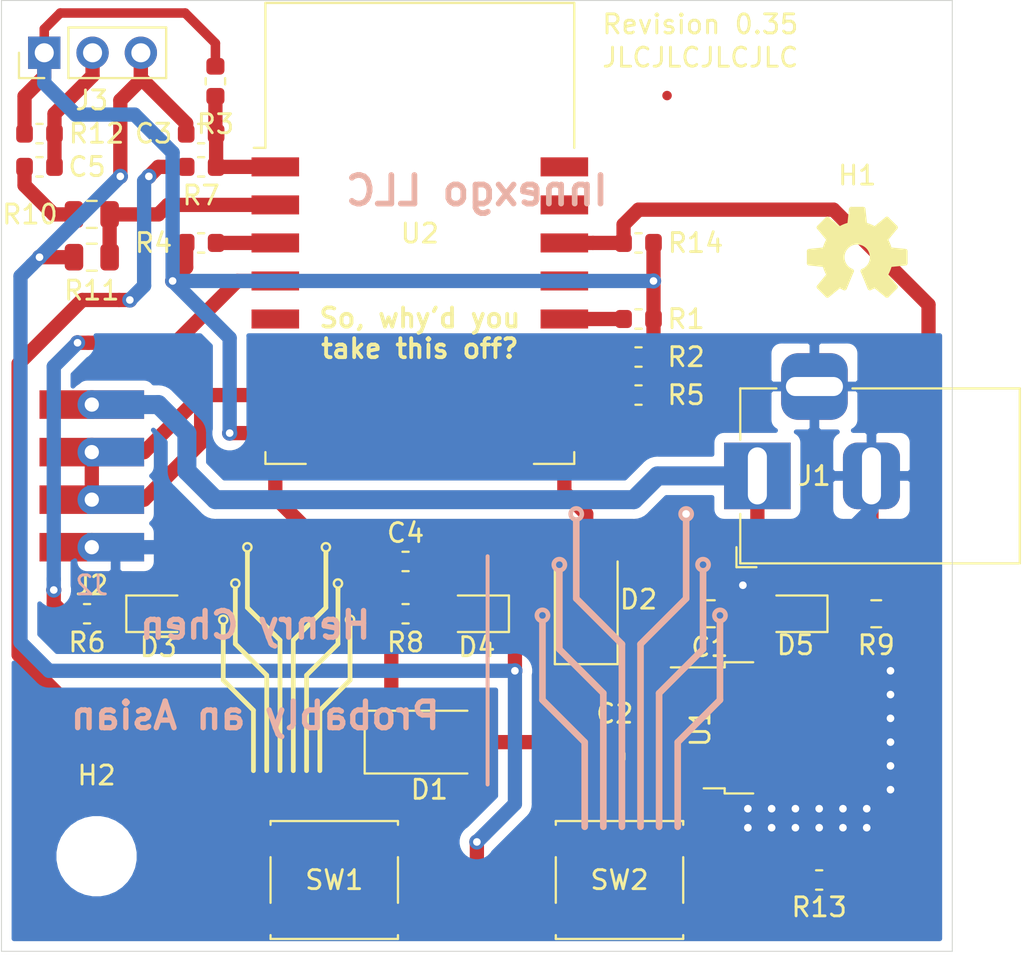
<source format=kicad_pcb>
(kicad_pcb (version 20171130) (host pcbnew "(5.1.5)-3")

  (general
    (thickness 1.6)
    (drawings 459)
    (tracks 229)
    (zones 0)
    (modules 38)
    (nets 33)
  )

  (page A4)
  (layers
    (0 F.Cu signal)
    (31 B.Cu signal)
    (32 B.Adhes user)
    (33 F.Adhes user)
    (34 B.Paste user)
    (35 F.Paste user)
    (36 B.SilkS user)
    (37 F.SilkS user)
    (38 B.Mask user)
    (39 F.Mask user)
    (40 Dwgs.User user)
    (41 Cmts.User user)
    (42 Eco1.User user)
    (43 Eco2.User user)
    (44 Edge.Cuts user)
    (45 Margin user)
    (46 B.CrtYd user)
    (47 F.CrtYd user)
    (48 B.Fab user)
    (49 F.Fab user)
  )

  (setup
    (last_trace_width 0.25)
    (user_trace_width 0.75)
    (trace_clearance 0.26)
    (zone_clearance 0.508)
    (zone_45_only yes)
    (trace_min 0.25)
    (via_size 0.8)
    (via_drill 0.4)
    (via_min_size 0.4)
    (via_min_drill 0.3)
    (user_via 0.6 0.3)
    (uvia_size 0.3)
    (uvia_drill 0.1)
    (uvias_allowed no)
    (uvia_min_size 0.2)
    (uvia_min_drill 0.1)
    (edge_width 0.05)
    (segment_width 0.2)
    (pcb_text_width 0.3)
    (pcb_text_size 1.5 1.5)
    (mod_edge_width 0.12)
    (mod_text_size 1 1)
    (mod_text_width 0.15)
    (pad_size 3 1.5)
    (pad_drill 0)
    (pad_to_mask_clearance 0.051)
    (solder_mask_min_width 0.25)
    (aux_axis_origin 0 0)
    (visible_elements 7FFDFFFF)
    (pcbplotparams
      (layerselection 0x010fc_ffffffff)
      (usegerberextensions false)
      (usegerberattributes false)
      (usegerberadvancedattributes false)
      (creategerberjobfile false)
      (excludeedgelayer true)
      (linewidth 0.150000)
      (plotframeref false)
      (viasonmask false)
      (mode 1)
      (useauxorigin false)
      (hpglpennumber 1)
      (hpglpenspeed 20)
      (hpglpendiameter 15.000000)
      (psnegative false)
      (psa4output false)
      (plotreference true)
      (plotvalue true)
      (plotinvisibletext false)
      (padsonsilk false)
      (subtractmaskfromsilk false)
      (outputformat 1)
      (mirror false)
      (drillshape 0)
      (scaleselection 1)
      (outputdirectory "Manufacturing/Gerbers/"))
  )

  (net 0 "")
  (net 1 +12V)
  (net 2 GND)
  (net 3 +5V)
  (net 4 /0VA)
  (net 5 /RST)
  (net 6 +3.3VA)
  (net 7 "Net-(C5-Pad2)")
  (net 8 /EXT_ADC)
  (net 9 /GPIO16)
  (net 10 "Net-(D4-Pad2)")
  (net 11 /GPIO13)
  (net 12 /GPIO0)
  (net 13 /GPIO2)
  (net 14 /EN)
  (net 15 /GPIO15)
  (net 16 "Net-(R7-Pad2)")
  (net 17 /ADC)
  (net 18 "Net-(R13-Pad2)")
  (net 19 /GPIO5)
  (net 20 /GPIO1)
  (net 21 /GPIO3)
  (net 22 /GPIO4)
  (net 23 /SCLK)
  (net 24 /MOSI)
  (net 25 /GPIO10)
  (net 26 /GPIO9)
  (net 27 /MISO)
  (net 28 /CS)
  (net 29 /GPIO12)
  (net 30 /GPIO14)
  (net 31 "Net-(D3-Pad1)")
  (net 32 "Net-(D5-Pad1)")

  (net_class Default "This is the default net class."
    (clearance 0.26)
    (trace_width 0.25)
    (via_dia 0.8)
    (via_drill 0.4)
    (uvia_dia 0.3)
    (uvia_drill 0.1)
    (diff_pair_width 0.25)
    (diff_pair_gap 0.25)
    (add_net +12V)
    (add_net +3.3VA)
    (add_net +5V)
    (add_net /0VA)
    (add_net /ADC)
    (add_net /CS)
    (add_net /EN)
    (add_net /EXT_ADC)
    (add_net /GPIO0)
    (add_net /GPIO1)
    (add_net /GPIO10)
    (add_net /GPIO12)
    (add_net /GPIO13)
    (add_net /GPIO14)
    (add_net /GPIO15)
    (add_net /GPIO16)
    (add_net /GPIO2)
    (add_net /GPIO3)
    (add_net /GPIO4)
    (add_net /GPIO5)
    (add_net /GPIO9)
    (add_net /MISO)
    (add_net /MOSI)
    (add_net /RST)
    (add_net /SCLK)
    (add_net GND)
    (add_net "Net-(C5-Pad2)")
    (add_net "Net-(D3-Pad1)")
    (add_net "Net-(D4-Pad2)")
    (add_net "Net-(D5-Pad1)")
    (add_net "Net-(R13-Pad2)")
    (add_net "Net-(R7-Pad2)")
  )

  (module Custom:OSHWLOGO_TOP_0.2_SC-ver (layer F.Cu) (tedit 5EDDA20B) (tstamp 5EDDBE93)
    (at 145 63.5)
    (path /5EDDF5D2)
    (fp_text reference LOGO1 (at -2.75 3.25) (layer F.SilkS) hide
      (effects (font (size 1.143 1.143) (thickness 0.152)) (justify left))
    )
    (fp_text value Logo_Open_Hardware_Small (at 0 -5.08) (layer F.Fab) hide
      (effects (font (size 1.143 1.143) (thickness 0.152)) (justify left))
    )
    (fp_line (start 0.304 0.733) (end 0.668 1.613) (layer F.SilkS) (width 0.254))
    (fp_arc (start 0 0) (end -0.794 0) (angle 247.5) (layer F.SilkS) (width 0.254))
    (fp_arc (start 0 0) (end -0.304 0.733) (angle 67.5) (layer F.SilkS) (width 0.254))
    (fp_line (start -0.668 1.613) (end -0.304 0.733) (layer F.SilkS) (width 0.254))
    (fp_arc (start 0.001 0) (end -0.668 1.613) (angle 9.5) (layer F.SilkS) (width 0.254))
    (fp_line (start -1.564 2.002) (end -0.925 1.481) (layer F.SilkS) (width 0.254))
    (fp_line (start -2.002 1.564) (end -1.564 2.002) (layer F.SilkS) (width 0.254))
    (fp_line (start -1.481 0.925) (end -2.002 1.564) (layer F.SilkS) (width 0.254))
    (fp_arc (start 0 0) (end -1.481 0.925) (angle 19) (layer F.SilkS) (width 0.254))
    (fp_line (start -2.521 0.31) (end -1.702 0.393) (layer F.SilkS) (width 0.254))
    (fp_line (start -2.521 -0.31) (end -2.521 0.31) (layer F.SilkS) (width 0.254))
    (fp_line (start -1.702 -0.393) (end -2.521 -0.31) (layer F.SilkS) (width 0.254))
    (fp_arc (start 0 0) (end -1.702 -0.393) (angle 19) (layer F.SilkS) (width 0.254))
    (fp_line (start -2.002 -1.564) (end -1.481 -0.925) (layer F.SilkS) (width 0.254))
    (fp_line (start -1.564 -2.002) (end -2.002 -1.564) (layer F.SilkS) (width 0.254))
    (fp_line (start -0.925 -1.481) (end -1.564 -2.002) (layer F.SilkS) (width 0.254))
    (fp_arc (start 0 0) (end -0.925 -1.481) (angle 19) (layer F.SilkS) (width 0.254))
    (fp_line (start -0.31 -2.521) (end -0.393 -1.702) (layer F.SilkS) (width 0.254))
    (fp_line (start 0.31 -2.521) (end -0.31 -2.521) (layer F.SilkS) (width 0.254))
    (fp_line (start 0.393 -1.702) (end 0.31 -2.521) (layer F.SilkS) (width 0.254))
    (fp_arc (start 0 0) (end 0.393 -1.702) (angle 19) (layer F.SilkS) (width 0.254))
    (fp_line (start 1.564 -2.002) (end 0.925 -1.481) (layer F.SilkS) (width 0.254))
    (fp_line (start 2.002 -1.564) (end 1.564 -2.002) (layer F.SilkS) (width 0.254))
    (fp_line (start 1.481 -0.925) (end 2.002 -1.564) (layer F.SilkS) (width 0.254))
    (fp_arc (start 0 0) (end 1.481 -0.925) (angle 19) (layer F.SilkS) (width 0.254))
    (fp_line (start 2.521 -0.31) (end 1.702 -0.393) (layer F.SilkS) (width 0.254))
    (fp_line (start 2.521 0.31) (end 2.521 -0.31) (layer F.SilkS) (width 0.254))
    (fp_line (start 1.702 0.393) (end 2.521 0.31) (layer F.SilkS) (width 0.254))
    (fp_arc (start 0 0) (end 1.702 0.393) (angle 19) (layer F.SilkS) (width 0.254))
    (fp_line (start 2.002 1.564) (end 1.481 0.925) (layer F.SilkS) (width 0.254))
    (fp_line (start 1.564 2.002) (end 2.002 1.564) (layer F.SilkS) (width 0.254))
    (fp_line (start 0.925 1.481) (end 1.564 2.002) (layer F.SilkS) (width 0.254))
    (fp_arc (start -0.001 0) (end 0.925 1.481) (angle 9.5) (layer F.SilkS) (width 0.254))
    (fp_poly (pts (xy 0.668 1.613) (xy 0.8 1.552) (xy 0.925 1.481) (xy 1.564 2.002)
      (xy 2.002 1.564) (xy 1.481 0.925) (xy 1.574 0.756) (xy 1.648 0.578)
      (xy 1.702 0.393) (xy 2.521 0.31) (xy 2.521 -0.31) (xy 1.702 -0.393)
      (xy 1.648 -0.578) (xy 1.574 -0.756) (xy 1.481 -0.925) (xy 2.002 -1.564)
      (xy 1.564 -2.002) (xy 0.925 -1.481) (xy 0.756 -1.574) (xy 0.578 -1.648)
      (xy 0.393 -1.702) (xy 0.31 -2.521) (xy -0.31 -2.521) (xy -0.393 -1.702)
      (xy -0.578 -1.648) (xy -0.756 -1.574) (xy -0.925 -1.481) (xy -1.564 -2.002)
      (xy -2.002 -1.564) (xy -1.481 -0.925) (xy -1.574 -0.756) (xy -1.648 -0.578)
      (xy -1.702 -0.393) (xy -2.521 -0.31) (xy -2.521 0.31) (xy -1.702 0.393)
      (xy -1.648 0.578) (xy -1.574 0.756) (xy -1.481 0.925) (xy -2.002 1.564)
      (xy -1.564 2.002) (xy -0.925 1.481) (xy -0.8 1.552) (xy -0.668 1.613)
      (xy -0.304 0.733) (xy -0.388 0.693) (xy -0.467 0.642) (xy -0.539 0.583)
      (xy -0.604 0.516) (xy -0.66 0.441) (xy -0.707 0.36) (xy -0.745 0.275)
      (xy -0.772 0.185) (xy -0.788 0.093) (xy -0.794 0) (xy -0.788 -0.098)
      (xy -0.77 -0.194) (xy -0.74 -0.287) (xy -0.699 -0.376) (xy -0.647 -0.459)
      (xy -0.586 -0.535) (xy -0.516 -0.604) (xy -0.437 -0.662) (xy -0.352 -0.711)
      (xy -0.262 -0.749) (xy -0.168 -0.776) (xy -0.071 -0.79) (xy 0.027 -0.793)
      (xy 0.124 -0.784) (xy 0.22 -0.763) (xy 0.312 -0.73) (xy 0.399 -0.686)
      (xy 0.481 -0.631) (xy 0.555 -0.567) (xy 0.621 -0.495) (xy 0.677 -0.415)
      (xy 0.723 -0.328) (xy 0.758 -0.237) (xy 0.781 -0.142) (xy 0.792 -0.044)
      (xy 0.792 0.053) (xy 0.779 0.151) (xy 0.755 0.245) (xy 0.719 0.336)
      (xy 0.672 0.422) (xy 0.615 0.502) (xy 0.549 0.574) (xy 0.474 0.637)
      (xy 0.392 0.69) (xy 0.304 0.733)) (layer F.SilkS) (width 0))
    (fp_line (start 0.304 0.733) (end 0.668 1.613) (layer Cmts.User) (width 0.254))
    (fp_arc (start 0 0) (end -0.794 0) (angle 247.499) (layer Cmts.User) (width 0.254))
    (fp_arc (start 0 0) (end -0.304 0.733) (angle 67.496) (layer Cmts.User) (width 0.254))
    (fp_line (start -0.668 1.613) (end -0.304 0.733) (layer Cmts.User) (width 0.254))
    (fp_arc (start 0.001 0) (end -0.668 1.613) (angle 9.501) (layer Cmts.User) (width 0.254))
    (fp_line (start -1.564 2.002) (end -0.925 1.481) (layer Cmts.User) (width 0.254))
    (fp_line (start -2.002 1.564) (end -1.564 2.002) (layer Cmts.User) (width 0.254))
    (fp_line (start -1.481 0.925) (end -2.002 1.564) (layer Cmts.User) (width 0.254))
    (fp_arc (start 0 0) (end -1.481 0.925) (angle 19.004) (layer Cmts.User) (width 0.254))
    (fp_line (start -2.521 0.31) (end -1.702 0.393) (layer Cmts.User) (width 0.254))
    (fp_line (start -2.521 -0.31) (end -2.521 0.31) (layer Cmts.User) (width 0.254))
    (fp_line (start -1.702 -0.393) (end -2.521 -0.31) (layer Cmts.User) (width 0.254))
    (fp_arc (start 0 0) (end -1.702 -0.393) (angle 19.004) (layer Cmts.User) (width 0.254))
    (fp_line (start -2.002 -1.564) (end -1.481 -0.925) (layer Cmts.User) (width 0.254))
    (fp_line (start -1.564 -2.002) (end -2.002 -1.564) (layer Cmts.User) (width 0.254))
    (fp_line (start -0.925 -1.481) (end -1.564 -2.002) (layer Cmts.User) (width 0.254))
    (fp_arc (start 0 0) (end -0.925 -1.481) (angle 19.004) (layer Cmts.User) (width 0.254))
    (fp_line (start -0.31 -2.521) (end -0.393 -1.702) (layer Cmts.User) (width 0.254))
    (fp_line (start 0.31 -2.521) (end -0.31 -2.521) (layer Cmts.User) (width 0.254))
    (fp_line (start 0.393 -1.702) (end 0.31 -2.521) (layer Cmts.User) (width 0.254))
    (fp_arc (start 0 0) (end 0.393 -1.702) (angle 19.004) (layer Cmts.User) (width 0.254))
    (fp_line (start 1.564 -2.002) (end 0.925 -1.481) (layer Cmts.User) (width 0.254))
    (fp_line (start 2.002 -1.564) (end 1.564 -2.002) (layer Cmts.User) (width 0.254))
    (fp_line (start 1.481 -0.925) (end 2.002 -1.564) (layer Cmts.User) (width 0.254))
    (fp_arc (start 0 0) (end 1.481 -0.925) (angle 19.004) (layer Cmts.User) (width 0.254))
    (fp_line (start 2.521 -0.31) (end 1.702 -0.393) (layer Cmts.User) (width 0.254))
    (fp_line (start 2.521 0.31) (end 2.521 -0.31) (layer Cmts.User) (width 0.254))
    (fp_line (start 1.702 0.393) (end 2.521 0.31) (layer Cmts.User) (width 0.254))
    (fp_arc (start 0 0) (end 1.702 0.393) (angle 19.004) (layer Cmts.User) (width 0.254))
    (fp_line (start 2.002 1.564) (end 1.481 0.925) (layer Cmts.User) (width 0.254))
    (fp_line (start 1.564 2.002) (end 2.002 1.564) (layer Cmts.User) (width 0.254))
    (fp_line (start 0.925 1.481) (end 1.564 2.002) (layer Cmts.User) (width 0.254))
    (fp_arc (start -0.001 0) (end 0.925 1.481) (angle 9.501) (layer Cmts.User) (width 0.254))
  )

  (module Custom:4x_1.5mm_5.5mm_bare_copper (layer B.Cu) (tedit 5ED98D09) (tstamp 5ED9E76D)
    (at 106 75)
    (fp_text reference J2 (at -1.25 5.75) (layer B.SilkS)
      (effects (font (size 1 1) (thickness 0.15)) (justify mirror))
    )
    (fp_text value 4x_1.5mm_5.5mm_bare_copper (at 0 6.25) (layer B.Fab)
      (effects (font (size 1 1) (thickness 0.15)) (justify mirror))
    )
    (fp_line (start -3 -4.75) (end -3 4.75) (layer B.CrtYd) (width 0.12))
    (fp_line (start 3 -4.75) (end -3 -4.75) (layer B.CrtYd) (width 0.12))
    (fp_line (start 3 4.75) (end 3 -4.75) (layer B.CrtYd) (width 0.12))
    (fp_line (start -3 4.75) (end 3 4.75) (layer B.CrtYd) (width 0.12))
    (pad 4 smd rect (at 0 -3.75) (size 3 1.5) (layers B.Cu B.Paste B.Mask)
      (net 1 +12V))
    (pad 2 smd rect (at 0 1.25) (size 3 1.5) (layers B.Cu B.Paste B.Mask)
      (net 11 /GPIO13))
    (pad 1 smd rect (at 0 3.75) (size 3 1.5) (layers B.Cu B.Paste B.Mask)
      (net 2 GND))
    (pad 3 smd rect (at 0 -1.25) (size 3 1.5) (layers B.Cu B.Paste B.Mask)
      (net 11 /GPIO13))
  )

  (module Fiducial:Fiducial_0.5mm_Mask1mm (layer F.Cu) (tedit 5C18CB26) (tstamp 5ED8A5B3)
    (at 135 55)
    (descr "Circular Fiducial, 0.5mm bare copper, 1mm soldermask opening (Level C)")
    (tags fiducial)
    (path /5ED8CDBE)
    (attr smd)
    (fp_text reference FID3 (at 0 1.75) (layer F.SilkS) hide
      (effects (font (size 1 1) (thickness 0.15)))
    )
    (fp_text value Fiducial (at 0 1.5) (layer F.Fab)
      (effects (font (size 1 1) (thickness 0.15)))
    )
    (fp_circle (center 0 0) (end 0.75 0) (layer F.CrtYd) (width 0.05))
    (fp_text user %R (at 0 0) (layer F.Fab)
      (effects (font (size 0.2 0.2) (thickness 0.04)))
    )
    (fp_circle (center 0 0) (end 0.5 0) (layer F.Fab) (width 0.1))
    (pad "" smd circle (at 0 0) (size 0.5 0.5) (layers F.Cu F.Mask)
      (solder_mask_margin 0.25) (clearance 0.25))
  )

  (module Fiducial:Fiducial_0.5mm_Mask1mm (layer F.Cu) (tedit 5C18CB26) (tstamp 5ED8A5AB)
    (at 140 98.25)
    (descr "Circular Fiducial, 0.5mm bare copper, 1mm soldermask opening (Level C)")
    (tags fiducial)
    (path /5ED8CB06)
    (attr smd)
    (fp_text reference FID2 (at 0 -1.5) (layer F.SilkS) hide
      (effects (font (size 1 1) (thickness 0.15)))
    )
    (fp_text value Fiducial (at 0 1.5) (layer F.Fab)
      (effects (font (size 1 1) (thickness 0.15)))
    )
    (fp_circle (center 0 0) (end 0.75 0) (layer F.CrtYd) (width 0.05))
    (fp_text user %R (at 0 0) (layer F.Fab)
      (effects (font (size 0.2 0.2) (thickness 0.04)))
    )
    (fp_circle (center 0 0) (end 0.5 0) (layer F.Fab) (width 0.1))
    (pad "" smd circle (at 0 0) (size 0.5 0.5) (layers F.Cu F.Mask)
      (solder_mask_margin 0.25) (clearance 0.25))
  )

  (module Fiducial:Fiducial_0.5mm_Mask1mm (layer F.Cu) (tedit 5C18CB26) (tstamp 5ED8A5A3)
    (at 110 98.25)
    (descr "Circular Fiducial, 0.5mm bare copper, 1mm soldermask opening (Level C)")
    (tags fiducial)
    (path /5ED8C73E)
    (attr smd)
    (fp_text reference FID1 (at 0 -1.5) (layer F.SilkS) hide
      (effects (font (size 1 1) (thickness 0.15)))
    )
    (fp_text value Fiducial (at 0 1.5) (layer F.Fab)
      (effects (font (size 1 1) (thickness 0.15)))
    )
    (fp_circle (center 0 0) (end 0.75 0) (layer F.CrtYd) (width 0.05))
    (fp_text user %R (at 0 0) (layer F.Fab)
      (effects (font (size 0.2 0.2) (thickness 0.04)))
    )
    (fp_circle (center 0 0) (end 0.5 0) (layer F.Fab) (width 0.1))
    (pad "" smd circle (at 0 0) (size 0.5 0.5) (layers F.Cu F.Mask)
      (solder_mask_margin 0.25) (clearance 0.25))
  )

  (module RF_Module:ESP-12E (layer F.Cu) (tedit 5ECE0BFC) (tstamp 5ED3F8AF)
    (at 122 62.25)
    (descr "Wi-Fi Module, http://wiki.ai-thinker.com/_media/esp8266/docs/aithinker_esp_12f_datasheet_en.pdf")
    (tags "Wi-Fi Module")
    (path /5ECEAC46)
    (attr smd)
    (fp_text reference U2 (at 0 0) (layer F.SilkS)
      (effects (font (size 1 1) (thickness 0.15)))
    )
    (fp_text value ESP-12E (at 0 -13.25) (layer F.Fab)
      (effects (font (size 1 1) (thickness 0.15)))
    )
    (fp_line (start 5.56 -4.8) (end 8.12 -7.36) (layer Dwgs.User) (width 0.12))
    (fp_line (start 2.56 -4.8) (end 8.12 -10.36) (layer Dwgs.User) (width 0.12))
    (fp_line (start -0.44 -4.8) (end 6.88 -12.12) (layer Dwgs.User) (width 0.12))
    (fp_line (start -3.44 -4.8) (end 3.88 -12.12) (layer Dwgs.User) (width 0.12))
    (fp_line (start -6.44 -4.8) (end 0.88 -12.12) (layer Dwgs.User) (width 0.12))
    (fp_line (start -8.12 -6.12) (end -2.12 -12.12) (layer Dwgs.User) (width 0.12))
    (fp_line (start -8.12 -9.12) (end -5.12 -12.12) (layer Dwgs.User) (width 0.12))
    (fp_line (start -8.12 -4.8) (end -8.12 -12.12) (layer Dwgs.User) (width 0.12))
    (fp_line (start 8.12 -4.8) (end -8.12 -4.8) (layer Dwgs.User) (width 0.12))
    (fp_line (start 8.12 -12.12) (end 8.12 -4.8) (layer Dwgs.User) (width 0.12))
    (fp_line (start -8.12 -12.12) (end 8.12 -12.12) (layer Dwgs.User) (width 0.12))
    (fp_line (start -8.12 -4.5) (end -8.73 -4.5) (layer F.SilkS) (width 0.12))
    (fp_line (start -8.12 -4.5) (end -8.12 -12.12) (layer F.SilkS) (width 0.12))
    (fp_line (start -8.12 12.12) (end -8.12 11.5) (layer F.SilkS) (width 0.12))
    (fp_line (start -6 12.12) (end -8.12 12.12) (layer F.SilkS) (width 0.12))
    (fp_line (start 8.12 12.12) (end 6 12.12) (layer F.SilkS) (width 0.12))
    (fp_line (start 8.12 11.5) (end 8.12 12.12) (layer F.SilkS) (width 0.12))
    (fp_line (start 8.12 -12.12) (end 8.12 -4.5) (layer F.SilkS) (width 0.12))
    (fp_line (start -8.12 -12.12) (end 8.12 -12.12) (layer F.SilkS) (width 0.12))
    (fp_line (start -9.05 13.1) (end -9.05 -12.2) (layer F.CrtYd) (width 0.05))
    (fp_line (start 9.05 13.1) (end -9.05 13.1) (layer F.CrtYd) (width 0.05))
    (fp_line (start 9.05 -12.2) (end 9.05 13.1) (layer F.CrtYd) (width 0.05))
    (fp_line (start -9.05 -12.2) (end 9.05 -12.2) (layer F.CrtYd) (width 0.05))
    (fp_line (start -8 -4) (end -8 -12) (layer F.Fab) (width 0.12))
    (fp_line (start -7.5 -3.5) (end -8 -4) (layer F.Fab) (width 0.12))
    (fp_line (start -8 -3) (end -7.5 -3.5) (layer F.Fab) (width 0.12))
    (fp_line (start -8 12) (end -8 -3) (layer F.Fab) (width 0.12))
    (fp_line (start 8 12) (end -8 12) (layer F.Fab) (width 0.12))
    (fp_line (start 8 -12) (end 8 12) (layer F.Fab) (width 0.12))
    (fp_line (start -8 -12) (end 8 -12) (layer F.Fab) (width 0.12))
    (fp_text user %R (at 0 0) (layer F.Fab)
      (effects (font (size 1 1) (thickness 0.15)))
    )
    (fp_text user "KEEP-OUT ZONE" (at 0.03 -9.55 180) (layer Cmts.User)
      (effects (font (size 1 1) (thickness 0.15)))
    )
    (fp_text user Antenna (at -0.06 -7 180) (layer Cmts.User)
      (effects (font (size 1 1) (thickness 0.15)))
    )
    (pad 22 smd rect (at 7.6 -3.5) (size 2.5 1) (layers F.Cu F.Paste F.Mask)
      (net 20 /GPIO1))
    (pad 21 smd rect (at 7.6 -1.5) (size 2.5 1) (layers F.Cu F.Paste F.Mask)
      (net 21 /GPIO3))
    (pad 20 smd rect (at 7.6 0.5) (size 2.5 1) (layers F.Cu F.Paste F.Mask)
      (net 19 /GPIO5))
    (pad 19 smd rect (at 7.6 2.5) (size 2.5 1) (layers F.Cu F.Paste F.Mask)
      (net 22 /GPIO4))
    (pad 18 smd rect (at 7.6 4.5) (size 2.5 1) (layers F.Cu F.Paste F.Mask)
      (net 12 /GPIO0))
    (pad 17 smd rect (at 7.6 6.5) (size 2.5 1) (layers F.Cu F.Paste F.Mask)
      (net 13 /GPIO2))
    (pad 16 smd rect (at 7.6 8.5) (size 2.5 1) (layers F.Cu F.Paste F.Mask)
      (net 15 /GPIO15))
    (pad 15 smd rect (at 7.6 10.5) (size 2.5 1) (layers F.Cu F.Paste F.Mask)
      (net 4 /0VA))
    (pad 14 smd rect (at 5 12) (size 1 1.8) (layers F.Cu F.Paste F.Mask)
      (net 23 /SCLK))
    (pad 13 smd rect (at 3 12) (size 1 1.8) (layers F.Cu F.Paste F.Mask)
      (net 24 /MOSI))
    (pad 12 smd rect (at 1 12) (size 1 1.8) (layers F.Cu F.Paste F.Mask)
      (net 25 /GPIO10))
    (pad 11 smd rect (at -1 12) (size 1 1.8) (layers F.Cu F.Paste F.Mask)
      (net 26 /GPIO9))
    (pad 10 smd rect (at -3 12) (size 1 1.8) (layers F.Cu F.Paste F.Mask)
      (net 27 /MISO))
    (pad 9 smd rect (at -5 12) (size 1 1.8) (layers F.Cu F.Paste F.Mask)
      (net 28 /CS))
    (pad 8 smd rect (at -7.6 10.5) (size 2.5 1) (layers F.Cu F.Paste F.Mask)
      (net 6 +3.3VA))
    (pad 7 smd rect (at -7.6 8.5) (size 2.5 1) (layers F.Cu F.Paste F.Mask)
      (net 11 /GPIO13))
    (pad 6 smd rect (at -7.6 6.5) (size 2.5 1) (layers F.Cu F.Paste F.Mask)
      (net 29 /GPIO12))
    (pad 5 smd rect (at -7.6 4.5) (size 2.5 1) (layers F.Cu F.Paste F.Mask)
      (net 30 /GPIO14))
    (pad 4 smd rect (at -7.6 2.5) (size 2.5 1) (layers F.Cu F.Paste F.Mask)
      (net 9 /GPIO16))
    (pad 3 smd rect (at -7.6 0.5) (size 2.5 1) (layers F.Cu F.Paste F.Mask)
      (net 14 /EN))
    (pad 2 smd rect (at -7.6 -1.5) (size 2.5 1) (layers F.Cu F.Paste F.Mask)
      (net 17 /ADC))
    (pad 1 smd rect (at -7.6 -3.5) (size 2.5 1) (layers F.Cu F.Paste F.Mask)
      (net 5 /RST))
    (model ${KISYS3DMOD}/ESP8266.3dshapes/ESP-12E.wrl
      (offset (xyz -7 3.5 0))
      (scale (xyz 0.394 0.394 0.394))
      (rotate (xyz 0 0 0))
    )
  )

  (module Package_TO_SOT_SMD:TO-252-2 (layer F.Cu) (tedit 5A70A390) (tstamp 5ED3F874)
    (at 140.5 88.25)
    (descr "TO-252 / DPAK SMD package, http://www.infineon.com/cms/en/product/packages/PG-TO252/PG-TO252-3-1/")
    (tags "DPAK TO-252 DPAK-3 TO-252-3 SOT-428")
    (path /5ECD9D89)
    (attr smd)
    (fp_text reference U1 (at -3.75 0 270) (layer F.SilkS)
      (effects (font (size 1 1) (thickness 0.15)))
    )
    (fp_text value LM7805_TO252-2 (at 0 4.5) (layer F.Fab)
      (effects (font (size 1 1) (thickness 0.15)))
    )
    (fp_text user %R (at 0 0) (layer F.Fab)
      (effects (font (size 1 1) (thickness 0.15)))
    )
    (fp_line (start 5.55 -3.5) (end -5.55 -3.5) (layer F.CrtYd) (width 0.05))
    (fp_line (start 5.55 3.5) (end 5.55 -3.5) (layer F.CrtYd) (width 0.05))
    (fp_line (start -5.55 3.5) (end 5.55 3.5) (layer F.CrtYd) (width 0.05))
    (fp_line (start -5.55 -3.5) (end -5.55 3.5) (layer F.CrtYd) (width 0.05))
    (fp_line (start -2.47 3.18) (end -3.57 3.18) (layer F.SilkS) (width 0.12))
    (fp_line (start -2.47 3.45) (end -2.47 3.18) (layer F.SilkS) (width 0.12))
    (fp_line (start -0.97 3.45) (end -2.47 3.45) (layer F.SilkS) (width 0.12))
    (fp_line (start -2.47 -3.18) (end -5.3 -3.18) (layer F.SilkS) (width 0.12))
    (fp_line (start -2.47 -3.45) (end -2.47 -3.18) (layer F.SilkS) (width 0.12))
    (fp_line (start -0.97 -3.45) (end -2.47 -3.45) (layer F.SilkS) (width 0.12))
    (fp_line (start -4.97 2.655) (end -2.27 2.655) (layer F.Fab) (width 0.1))
    (fp_line (start -4.97 1.905) (end -4.97 2.655) (layer F.Fab) (width 0.1))
    (fp_line (start -2.27 1.905) (end -4.97 1.905) (layer F.Fab) (width 0.1))
    (fp_line (start -4.97 -1.905) (end -2.27 -1.905) (layer F.Fab) (width 0.1))
    (fp_line (start -4.97 -2.655) (end -4.97 -1.905) (layer F.Fab) (width 0.1))
    (fp_line (start -1.865 -2.655) (end -4.97 -2.655) (layer F.Fab) (width 0.1))
    (fp_line (start -1.27 -3.25) (end 3.95 -3.25) (layer F.Fab) (width 0.1))
    (fp_line (start -2.27 -2.25) (end -1.27 -3.25) (layer F.Fab) (width 0.1))
    (fp_line (start -2.27 3.25) (end -2.27 -2.25) (layer F.Fab) (width 0.1))
    (fp_line (start 3.95 3.25) (end -2.27 3.25) (layer F.Fab) (width 0.1))
    (fp_line (start 3.95 -3.25) (end 3.95 3.25) (layer F.Fab) (width 0.1))
    (fp_line (start 4.95 2.7) (end 3.95 2.7) (layer F.Fab) (width 0.1))
    (fp_line (start 4.95 -2.7) (end 4.95 2.7) (layer F.Fab) (width 0.1))
    (fp_line (start 3.95 -2.7) (end 4.95 -2.7) (layer F.Fab) (width 0.1))
    (pad "" smd rect (at 0.425 1.525) (size 3.05 2.75) (layers F.Paste))
    (pad "" smd rect (at 3.775 -1.525) (size 3.05 2.75) (layers F.Paste))
    (pad "" smd rect (at 0.425 -1.525) (size 3.05 2.75) (layers F.Paste))
    (pad "" smd rect (at 3.775 1.525) (size 3.05 2.75) (layers F.Paste))
    (pad 2 smd rect (at 2.1 0) (size 6.4 5.8) (layers F.Cu F.Mask)
      (net 2 GND))
    (pad 3 smd rect (at -4.2 2.28) (size 2.2 1.2) (layers F.Cu F.Paste F.Mask)
      (net 3 +5V))
    (pad 1 smd rect (at -4.2 -2.28) (size 2.2 1.2) (layers F.Cu F.Paste F.Mask)
      (net 1 +12V))
    (model ${KISYS3DMOD}/Package_TO_SOT_SMD.3dshapes/TO-252-2.wrl
      (at (xyz 0 0 0))
      (scale (xyz 1 1 1))
      (rotate (xyz 0 0 0))
    )
  )

  (module Button_Switch_SMD:SW_SPST_EVQQ2 (layer F.Cu) (tedit 5872491A) (tstamp 5ED3F850)
    (at 132.5 96.25)
    (descr "Light Touch Switch, https://industrial.panasonic.com/cdbs/www-data/pdf/ATK0000/ATK0000CE28.pdf")
    (path /5ECF190D)
    (attr smd)
    (fp_text reference SW2 (at 0 0) (layer F.SilkS)
      (effects (font (size 1 1) (thickness 0.15)))
    )
    (fp_text value SW2 (at 0 4) (layer F.Fab)
      (effects (font (size 1 1) (thickness 0.15)))
    )
    (fp_circle (center 0 0) (end 1.5 0) (layer F.Fab) (width 0.1))
    (fp_circle (center 0 0) (end 1.9 0) (layer F.Fab) (width 0.1))
    (fp_line (start -3.35 3.1) (end 3.35 3.1) (layer F.SilkS) (width 0.12))
    (fp_line (start 3.35 -3.1) (end -3.35 -3.1) (layer F.SilkS) (width 0.12))
    (fp_line (start 3.35 -1.2) (end 3.35 1.2) (layer F.SilkS) (width 0.12))
    (fp_line (start -3.35 -1.2) (end -3.35 1.2) (layer F.SilkS) (width 0.12))
    (fp_line (start -3.35 -3.1) (end -3.35 -2.9) (layer F.SilkS) (width 0.12))
    (fp_line (start -3.35 3.1) (end -3.35 2.9) (layer F.SilkS) (width 0.12))
    (fp_line (start 3.35 3.1) (end 3.35 2.9) (layer F.SilkS) (width 0.12))
    (fp_line (start 3.35 -3.1) (end 3.35 -2.9) (layer F.SilkS) (width 0.12))
    (fp_line (start -5.25 3.25) (end -5.25 -3.25) (layer F.CrtYd) (width 0.05))
    (fp_line (start 5.25 3.25) (end -5.25 3.25) (layer F.CrtYd) (width 0.05))
    (fp_line (start 5.25 -3.25) (end 5.25 3.25) (layer F.CrtYd) (width 0.05))
    (fp_line (start -5.25 -3.25) (end 5.25 -3.25) (layer F.CrtYd) (width 0.05))
    (fp_text user %R (at 0 4) (layer F.Fab)
      (effects (font (size 1 1) (thickness 0.15)))
    )
    (fp_line (start -3.25 3) (end -3.25 -3) (layer F.Fab) (width 0.1))
    (fp_line (start 3.25 3) (end -3.25 3) (layer F.Fab) (width 0.1))
    (fp_line (start 3.25 -3) (end 3.25 3) (layer F.Fab) (width 0.1))
    (fp_line (start -3.25 -3) (end 3.25 -3) (layer F.Fab) (width 0.1))
    (pad 2 smd rect (at 3.4 2) (size 3.2 1) (layers F.Cu F.Paste F.Mask)
      (net 4 /0VA))
    (pad 2 smd rect (at -3.4 2) (size 3.2 1) (layers F.Cu F.Paste F.Mask)
      (net 4 /0VA))
    (pad 1 smd rect (at -3.4 -2) (size 3.2 1) (layers F.Cu F.Paste F.Mask)
      (net 18 "Net-(R13-Pad2)"))
    (pad 1 smd rect (at 3.4 -2) (size 3.2 1) (layers F.Cu F.Paste F.Mask)
      (net 18 "Net-(R13-Pad2)"))
    (model ${KISYS3DMOD}/Button_Switch_SMD.3dshapes/SW_SPST_EVQQ2.wrl
      (at (xyz 0 0 0))
      (scale (xyz 1 1 1))
      (rotate (xyz 0 0 0))
    )
  )

  (module Button_Switch_SMD:SW_SPST_EVQQ2 (layer F.Cu) (tedit 5872491A) (tstamp 5ED3F835)
    (at 117.5 96.25)
    (descr "Light Touch Switch, https://industrial.panasonic.com/cdbs/www-data/pdf/ATK0000/ATK0000CE28.pdf")
    (path /5ED3BE4B)
    (attr smd)
    (fp_text reference SW1 (at 0 0) (layer F.SilkS)
      (effects (font (size 1 1) (thickness 0.15)))
    )
    (fp_text value DNP (at 3 4) (layer F.Fab)
      (effects (font (size 1 1) (thickness 0.15)))
    )
    (fp_circle (center 0 0) (end 1.5 0) (layer F.Fab) (width 0.1))
    (fp_circle (center 0 0) (end 1.9 0) (layer F.Fab) (width 0.1))
    (fp_line (start -3.35 3.1) (end 3.35 3.1) (layer F.SilkS) (width 0.12))
    (fp_line (start 3.35 -3.1) (end -3.35 -3.1) (layer F.SilkS) (width 0.12))
    (fp_line (start 3.35 -1.2) (end 3.35 1.2) (layer F.SilkS) (width 0.12))
    (fp_line (start -3.35 -1.2) (end -3.35 1.2) (layer F.SilkS) (width 0.12))
    (fp_line (start -3.35 -3.1) (end -3.35 -2.9) (layer F.SilkS) (width 0.12))
    (fp_line (start -3.35 3.1) (end -3.35 2.9) (layer F.SilkS) (width 0.12))
    (fp_line (start 3.35 3.1) (end 3.35 2.9) (layer F.SilkS) (width 0.12))
    (fp_line (start 3.35 -3.1) (end 3.35 -2.9) (layer F.SilkS) (width 0.12))
    (fp_line (start -5.25 3.25) (end -5.25 -3.25) (layer F.CrtYd) (width 0.05))
    (fp_line (start 5.25 3.25) (end -5.25 3.25) (layer F.CrtYd) (width 0.05))
    (fp_line (start 5.25 -3.25) (end 5.25 3.25) (layer F.CrtYd) (width 0.05))
    (fp_line (start -5.25 -3.25) (end 5.25 -3.25) (layer F.CrtYd) (width 0.05))
    (fp_text user %R (at 0 4) (layer F.Fab)
      (effects (font (size 1 1) (thickness 0.15)))
    )
    (fp_line (start -3.25 3) (end -3.25 -3) (layer F.Fab) (width 0.1))
    (fp_line (start 3.25 3) (end -3.25 3) (layer F.Fab) (width 0.1))
    (fp_line (start 3.25 -3) (end 3.25 3) (layer F.Fab) (width 0.1))
    (fp_line (start -3.25 -3) (end 3.25 -3) (layer F.Fab) (width 0.1))
    (pad 2 smd rect (at 3.4 2) (size 3.2 1) (layers F.Cu F.Paste F.Mask)
      (net 4 /0VA))
    (pad 2 smd rect (at -3.4 2) (size 3.2 1) (layers F.Cu F.Paste F.Mask)
      (net 4 /0VA))
    (pad 1 smd rect (at -3.4 -2) (size 3.2 1) (layers F.Cu F.Paste F.Mask)
      (net 16 "Net-(R7-Pad2)"))
    (pad 1 smd rect (at 3.4 -2) (size 3.2 1) (layers F.Cu F.Paste F.Mask)
      (net 16 "Net-(R7-Pad2)"))
    (model ${KISYS3DMOD}/Button_Switch_SMD.3dshapes/SW_SPST_EVQQ2.wrl
      (at (xyz 0 0 0))
      (scale (xyz 1 1 1))
      (rotate (xyz 0 0 0))
    )
  )

  (module Resistor_SMD:R_0603_1608Metric (layer F.Cu) (tedit 5B301BBD) (tstamp 5ED3F81A)
    (at 133.5 62.75 180)
    (descr "Resistor SMD 0603 (1608 Metric), square (rectangular) end terminal, IPC_7351 nominal, (Body size source: http://www.tortai-tech.com/upload/download/2011102023233369053.pdf), generated with kicad-footprint-generator")
    (tags resistor)
    (path /5ECFC284)
    (attr smd)
    (fp_text reference R14 (at -3 0) (layer F.SilkS)
      (effects (font (size 1 1) (thickness 0.15)))
    )
    (fp_text value 10K (at 0 1.43) (layer F.Fab)
      (effects (font (size 1 1) (thickness 0.15)))
    )
    (fp_line (start -0.8 0.4) (end -0.8 -0.4) (layer F.Fab) (width 0.1))
    (fp_line (start -0.8 -0.4) (end 0.8 -0.4) (layer F.Fab) (width 0.1))
    (fp_line (start 0.8 -0.4) (end 0.8 0.4) (layer F.Fab) (width 0.1))
    (fp_line (start 0.8 0.4) (end -0.8 0.4) (layer F.Fab) (width 0.1))
    (fp_line (start -0.162779 -0.51) (end 0.162779 -0.51) (layer F.SilkS) (width 0.12))
    (fp_line (start -0.162779 0.51) (end 0.162779 0.51) (layer F.SilkS) (width 0.12))
    (fp_line (start -1.48 0.73) (end -1.48 -0.73) (layer F.CrtYd) (width 0.05))
    (fp_line (start -1.48 -0.73) (end 1.48 -0.73) (layer F.CrtYd) (width 0.05))
    (fp_line (start 1.48 -0.73) (end 1.48 0.73) (layer F.CrtYd) (width 0.05))
    (fp_line (start 1.48 0.73) (end -1.48 0.73) (layer F.CrtYd) (width 0.05))
    (fp_text user %R (at 0 0) (layer F.Fab)
      (effects (font (size 0.4 0.4) (thickness 0.06)))
    )
    (pad 1 smd roundrect (at -0.7875 0 180) (size 0.875 0.95) (layers F.Cu F.Paste F.Mask) (roundrect_rratio 0.25)
      (net 6 +3.3VA))
    (pad 2 smd roundrect (at 0.7875 0 180) (size 0.875 0.95) (layers F.Cu F.Paste F.Mask) (roundrect_rratio 0.25)
      (net 19 /GPIO5))
    (model ${KISYS3DMOD}/Resistor_SMD.3dshapes/R_0603_1608Metric.wrl
      (at (xyz 0 0 0))
      (scale (xyz 1 1 1))
      (rotate (xyz 0 0 0))
    )
  )

  (module Resistor_SMD:R_0603_1608Metric (layer F.Cu) (tedit 5B301BBD) (tstamp 5ED3F809)
    (at 143 96.25 180)
    (descr "Resistor SMD 0603 (1608 Metric), square (rectangular) end terminal, IPC_7351 nominal, (Body size source: http://www.tortai-tech.com/upload/download/2011102023233369053.pdf), generated with kicad-footprint-generator")
    (tags resistor)
    (path /5ECF1904)
    (attr smd)
    (fp_text reference R13 (at 0 -1.43) (layer F.SilkS)
      (effects (font (size 1 1) (thickness 0.15)))
    )
    (fp_text value 470 (at 0 1.43) (layer F.Fab)
      (effects (font (size 1 1) (thickness 0.15)))
    )
    (fp_text user %R (at 0 0) (layer F.Fab)
      (effects (font (size 0.4 0.4) (thickness 0.06)))
    )
    (fp_line (start 1.48 0.73) (end -1.48 0.73) (layer F.CrtYd) (width 0.05))
    (fp_line (start 1.48 -0.73) (end 1.48 0.73) (layer F.CrtYd) (width 0.05))
    (fp_line (start -1.48 -0.73) (end 1.48 -0.73) (layer F.CrtYd) (width 0.05))
    (fp_line (start -1.48 0.73) (end -1.48 -0.73) (layer F.CrtYd) (width 0.05))
    (fp_line (start -0.162779 0.51) (end 0.162779 0.51) (layer F.SilkS) (width 0.12))
    (fp_line (start -0.162779 -0.51) (end 0.162779 -0.51) (layer F.SilkS) (width 0.12))
    (fp_line (start 0.8 0.4) (end -0.8 0.4) (layer F.Fab) (width 0.1))
    (fp_line (start 0.8 -0.4) (end 0.8 0.4) (layer F.Fab) (width 0.1))
    (fp_line (start -0.8 -0.4) (end 0.8 -0.4) (layer F.Fab) (width 0.1))
    (fp_line (start -0.8 0.4) (end -0.8 -0.4) (layer F.Fab) (width 0.1))
    (pad 2 smd roundrect (at 0.7875 0 180) (size 0.875 0.95) (layers F.Cu F.Paste F.Mask) (roundrect_rratio 0.25)
      (net 18 "Net-(R13-Pad2)"))
    (pad 1 smd roundrect (at -0.7875 0 180) (size 0.875 0.95) (layers F.Cu F.Paste F.Mask) (roundrect_rratio 0.25)
      (net 19 /GPIO5))
    (model ${KISYS3DMOD}/Resistor_SMD.3dshapes/R_0603_1608Metric.wrl
      (at (xyz 0 0 0))
      (scale (xyz 1 1 1))
      (rotate (xyz 0 0 0))
    )
  )

  (module Resistor_SMD:R_0603_1608Metric (layer F.Cu) (tedit 5B301BBD) (tstamp 5ED3F7F8)
    (at 102 57 180)
    (descr "Resistor SMD 0603 (1608 Metric), square (rectangular) end terminal, IPC_7351 nominal, (Body size source: http://www.tortai-tech.com/upload/download/2011102023233369053.pdf), generated with kicad-footprint-generator")
    (tags resistor)
    (path /5EDBAB54)
    (attr smd)
    (fp_text reference R12 (at -3 0) (layer F.SilkS)
      (effects (font (size 1 1) (thickness 0.15)))
    )
    (fp_text value "2.2K DNP" (at 0 1.43) (layer F.Fab)
      (effects (font (size 1 1) (thickness 0.15)))
    )
    (fp_text user %R (at 0 0) (layer F.Fab)
      (effects (font (size 0.4 0.4) (thickness 0.06)))
    )
    (fp_line (start 1.48 0.73) (end -1.48 0.73) (layer F.CrtYd) (width 0.05))
    (fp_line (start 1.48 -0.73) (end 1.48 0.73) (layer F.CrtYd) (width 0.05))
    (fp_line (start -1.48 -0.73) (end 1.48 -0.73) (layer F.CrtYd) (width 0.05))
    (fp_line (start -1.48 0.73) (end -1.48 -0.73) (layer F.CrtYd) (width 0.05))
    (fp_line (start -0.162779 0.51) (end 0.162779 0.51) (layer F.SilkS) (width 0.12))
    (fp_line (start -0.162779 -0.51) (end 0.162779 -0.51) (layer F.SilkS) (width 0.12))
    (fp_line (start 0.8 0.4) (end -0.8 0.4) (layer F.Fab) (width 0.1))
    (fp_line (start 0.8 -0.4) (end 0.8 0.4) (layer F.Fab) (width 0.1))
    (fp_line (start -0.8 -0.4) (end 0.8 -0.4) (layer F.Fab) (width 0.1))
    (fp_line (start -0.8 0.4) (end -0.8 -0.4) (layer F.Fab) (width 0.1))
    (pad 2 smd roundrect (at 0.7875 0 180) (size 0.875 0.95) (layers F.Cu F.Paste F.Mask) (roundrect_rratio 0.25)
      (net 6 +3.3VA))
    (pad 1 smd roundrect (at -0.7875 0 180) (size 0.875 0.95) (layers F.Cu F.Paste F.Mask) (roundrect_rratio 0.25)
      (net 7 "Net-(C5-Pad2)"))
    (model ${KISYS3DMOD}/Resistor_SMD.3dshapes/R_0603_1608Metric.wrl
      (at (xyz 0 0 0))
      (scale (xyz 1 1 1))
      (rotate (xyz 0 0 0))
    )
  )

  (module Resistor_SMD:R_0805_2012Metric (layer F.Cu) (tedit 5B36C52B) (tstamp 5ED3F7E7)
    (at 104.75 63.5)
    (descr "Resistor SMD 0805 (2012 Metric), square (rectangular) end terminal, IPC_7351 nominal, (Body size source: https://docs.google.com/spreadsheets/d/1BsfQQcO9C6DZCsRaXUlFlo91Tg2WpOkGARC1WS5S8t0/edit?usp=sharing), generated with kicad-footprint-generator")
    (tags resistor)
    (path /5ED48F20)
    (attr smd)
    (fp_text reference R11 (at 0 1.75) (layer F.SilkS)
      (effects (font (size 1 1) (thickness 0.15)))
    )
    (fp_text value "100k 1% DNP" (at 0 1.65) (layer F.Fab)
      (effects (font (size 1 1) (thickness 0.15)))
    )
    (fp_text user %R (at 0 0 270) (layer F.Fab)
      (effects (font (size 0.5 0.5) (thickness 0.08)))
    )
    (fp_line (start 1.68 0.95) (end -1.68 0.95) (layer F.CrtYd) (width 0.05))
    (fp_line (start 1.68 -0.95) (end 1.68 0.95) (layer F.CrtYd) (width 0.05))
    (fp_line (start -1.68 -0.95) (end 1.68 -0.95) (layer F.CrtYd) (width 0.05))
    (fp_line (start -1.68 0.95) (end -1.68 -0.95) (layer F.CrtYd) (width 0.05))
    (fp_line (start -0.258578 0.71) (end 0.258578 0.71) (layer F.SilkS) (width 0.12))
    (fp_line (start -0.258578 -0.71) (end 0.258578 -0.71) (layer F.SilkS) (width 0.12))
    (fp_line (start 1 0.6) (end -1 0.6) (layer F.Fab) (width 0.1))
    (fp_line (start 1 -0.6) (end 1 0.6) (layer F.Fab) (width 0.1))
    (fp_line (start -1 -0.6) (end 1 -0.6) (layer F.Fab) (width 0.1))
    (fp_line (start -1 0.6) (end -1 -0.6) (layer F.Fab) (width 0.1))
    (pad 2 smd roundrect (at 0.9375 0) (size 0.975 1.4) (layers F.Cu F.Paste F.Mask) (roundrect_rratio 0.25)
      (net 17 /ADC))
    (pad 1 smd roundrect (at -0.9375 0) (size 0.975 1.4) (layers F.Cu F.Paste F.Mask) (roundrect_rratio 0.25)
      (net 4 /0VA))
    (model ${KISYS3DMOD}/Resistor_SMD.3dshapes/R_0805_2012Metric.wrl
      (at (xyz 0 0 0))
      (scale (xyz 1 1 1))
      (rotate (xyz 0 0 0))
    )
  )

  (module Resistor_SMD:R_0805_2012Metric (layer F.Cu) (tedit 5B36C52B) (tstamp 5ED3F7D6)
    (at 104.75 61.25 180)
    (descr "Resistor SMD 0805 (2012 Metric), square (rectangular) end terminal, IPC_7351 nominal, (Body size source: https://docs.google.com/spreadsheets/d/1BsfQQcO9C6DZCsRaXUlFlo91Tg2WpOkGARC1WS5S8t0/edit?usp=sharing), generated with kicad-footprint-generator")
    (tags resistor)
    (path /5ED48717)
    (attr smd)
    (fp_text reference R10 (at 3.25 0) (layer F.SilkS)
      (effects (font (size 1 1) (thickness 0.15)))
    )
    (fp_text value "220K 1% DNP" (at 0 1.65) (layer F.Fab)
      (effects (font (size 1 1) (thickness 0.15)))
    )
    (fp_text user %R (at 0 0) (layer F.Fab)
      (effects (font (size 0.5 0.5) (thickness 0.08)))
    )
    (fp_line (start 1.68 0.95) (end -1.68 0.95) (layer F.CrtYd) (width 0.05))
    (fp_line (start 1.68 -0.95) (end 1.68 0.95) (layer F.CrtYd) (width 0.05))
    (fp_line (start -1.68 -0.95) (end 1.68 -0.95) (layer F.CrtYd) (width 0.05))
    (fp_line (start -1.68 0.95) (end -1.68 -0.95) (layer F.CrtYd) (width 0.05))
    (fp_line (start -0.258578 0.71) (end 0.258578 0.71) (layer F.SilkS) (width 0.12))
    (fp_line (start -0.258578 -0.71) (end 0.258578 -0.71) (layer F.SilkS) (width 0.12))
    (fp_line (start 1 0.6) (end -1 0.6) (layer F.Fab) (width 0.1))
    (fp_line (start 1 -0.6) (end 1 0.6) (layer F.Fab) (width 0.1))
    (fp_line (start -1 -0.6) (end 1 -0.6) (layer F.Fab) (width 0.1))
    (fp_line (start -1 0.6) (end -1 -0.6) (layer F.Fab) (width 0.1))
    (pad 2 smd roundrect (at 0.9375 0 180) (size 0.975 1.4) (layers F.Cu F.Paste F.Mask) (roundrect_rratio 0.25)
      (net 8 /EXT_ADC))
    (pad 1 smd roundrect (at -0.9375 0 180) (size 0.975 1.4) (layers F.Cu F.Paste F.Mask) (roundrect_rratio 0.25)
      (net 17 /ADC))
    (model ${KISYS3DMOD}/Resistor_SMD.3dshapes/R_0805_2012Metric.wrl
      (at (xyz 0 0 0))
      (scale (xyz 1 1 1))
      (rotate (xyz 0 0 0))
    )
  )

  (module Resistor_SMD:R_0805_2012Metric (layer F.Cu) (tedit 5B36C52B) (tstamp 5ED3F7C5)
    (at 146 82.25 180)
    (descr "Resistor SMD 0805 (2012 Metric), square (rectangular) end terminal, IPC_7351 nominal, (Body size source: https://docs.google.com/spreadsheets/d/1BsfQQcO9C6DZCsRaXUlFlo91Tg2WpOkGARC1WS5S8t0/edit?usp=sharing), generated with kicad-footprint-generator")
    (tags resistor)
    (path /5ED6C5A9)
    (attr smd)
    (fp_text reference R9 (at 0 -1.65) (layer F.SilkS)
      (effects (font (size 1 1) (thickness 0.15)))
    )
    (fp_text value 510 (at 0 1.65) (layer F.Fab)
      (effects (font (size 1 1) (thickness 0.15)))
    )
    (fp_text user %R (at 0 0) (layer F.Fab)
      (effects (font (size 0.5 0.5) (thickness 0.08)))
    )
    (fp_line (start 1.68 0.95) (end -1.68 0.95) (layer F.CrtYd) (width 0.05))
    (fp_line (start 1.68 -0.95) (end 1.68 0.95) (layer F.CrtYd) (width 0.05))
    (fp_line (start -1.68 -0.95) (end 1.68 -0.95) (layer F.CrtYd) (width 0.05))
    (fp_line (start -1.68 0.95) (end -1.68 -0.95) (layer F.CrtYd) (width 0.05))
    (fp_line (start -0.258578 0.71) (end 0.258578 0.71) (layer F.SilkS) (width 0.12))
    (fp_line (start -0.258578 -0.71) (end 0.258578 -0.71) (layer F.SilkS) (width 0.12))
    (fp_line (start 1 0.6) (end -1 0.6) (layer F.Fab) (width 0.1))
    (fp_line (start 1 -0.6) (end 1 0.6) (layer F.Fab) (width 0.1))
    (fp_line (start -1 -0.6) (end 1 -0.6) (layer F.Fab) (width 0.1))
    (fp_line (start -1 0.6) (end -1 -0.6) (layer F.Fab) (width 0.1))
    (pad 2 smd roundrect (at 0.9375 0 180) (size 0.975 1.4) (layers F.Cu F.Paste F.Mask) (roundrect_rratio 0.25)
      (net 32 "Net-(D5-Pad1)"))
    (pad 1 smd roundrect (at -0.9375 0 180) (size 0.975 1.4) (layers F.Cu F.Paste F.Mask) (roundrect_rratio 0.25)
      (net 2 GND))
    (model ${KISYS3DMOD}/Resistor_SMD.3dshapes/R_0805_2012Metric.wrl
      (at (xyz 0 0 0))
      (scale (xyz 1 1 1))
      (rotate (xyz 0 0 0))
    )
  )

  (module Resistor_SMD:R_0603_1608Metric (layer F.Cu) (tedit 5B301BBD) (tstamp 5ED3F7B4)
    (at 121.25 82.25)
    (descr "Resistor SMD 0603 (1608 Metric), square (rectangular) end terminal, IPC_7351 nominal, (Body size source: http://www.tortai-tech.com/upload/download/2011102023233369053.pdf), generated with kicad-footprint-generator")
    (tags resistor)
    (path /5ED49487)
    (attr smd)
    (fp_text reference R8 (at 0 1.5) (layer F.SilkS)
      (effects (font (size 1 1) (thickness 0.15)))
    )
    (fp_text value 22 (at 0 1.43) (layer F.Fab)
      (effects (font (size 1 1) (thickness 0.15)))
    )
    (fp_text user %R (at 0 0) (layer F.Fab)
      (effects (font (size 0.4 0.4) (thickness 0.06)))
    )
    (fp_line (start 1.48 0.73) (end -1.48 0.73) (layer F.CrtYd) (width 0.05))
    (fp_line (start 1.48 -0.73) (end 1.48 0.73) (layer F.CrtYd) (width 0.05))
    (fp_line (start -1.48 -0.73) (end 1.48 -0.73) (layer F.CrtYd) (width 0.05))
    (fp_line (start -1.48 0.73) (end -1.48 -0.73) (layer F.CrtYd) (width 0.05))
    (fp_line (start -0.162779 0.51) (end 0.162779 0.51) (layer F.SilkS) (width 0.12))
    (fp_line (start -0.162779 -0.51) (end 0.162779 -0.51) (layer F.SilkS) (width 0.12))
    (fp_line (start 0.8 0.4) (end -0.8 0.4) (layer F.Fab) (width 0.1))
    (fp_line (start 0.8 -0.4) (end 0.8 0.4) (layer F.Fab) (width 0.1))
    (fp_line (start -0.8 -0.4) (end 0.8 -0.4) (layer F.Fab) (width 0.1))
    (fp_line (start -0.8 0.4) (end -0.8 -0.4) (layer F.Fab) (width 0.1))
    (pad 2 smd roundrect (at 0.7875 0) (size 0.875 0.95) (layers F.Cu F.Paste F.Mask) (roundrect_rratio 0.25)
      (net 10 "Net-(D4-Pad2)"))
    (pad 1 smd roundrect (at -0.7875 0) (size 0.875 0.95) (layers F.Cu F.Paste F.Mask) (roundrect_rratio 0.25)
      (net 6 +3.3VA))
    (model ${KISYS3DMOD}/Resistor_SMD.3dshapes/R_0603_1608Metric.wrl
      (at (xyz 0 0 0))
      (scale (xyz 1 1 1))
      (rotate (xyz 0 0 0))
    )
  )

  (module Resistor_SMD:R_0603_1608Metric (layer F.Cu) (tedit 5B301BBD) (tstamp 5ED3F7A3)
    (at 110.5 58.75 180)
    (descr "Resistor SMD 0603 (1608 Metric), square (rectangular) end terminal, IPC_7351 nominal, (Body size source: http://www.tortai-tech.com/upload/download/2011102023233369053.pdf), generated with kicad-footprint-generator")
    (tags resistor)
    (path /5ED490CD)
    (attr smd)
    (fp_text reference R7 (at 0 -1.5) (layer F.SilkS)
      (effects (font (size 1 1) (thickness 0.15)))
    )
    (fp_text value 470 (at 0 1.43) (layer F.Fab)
      (effects (font (size 1 1) (thickness 0.15)))
    )
    (fp_text user %R (at 0 0) (layer F.Fab)
      (effects (font (size 0.4 0.4) (thickness 0.06)))
    )
    (fp_line (start 1.48 0.73) (end -1.48 0.73) (layer F.CrtYd) (width 0.05))
    (fp_line (start 1.48 -0.73) (end 1.48 0.73) (layer F.CrtYd) (width 0.05))
    (fp_line (start -1.48 -0.73) (end 1.48 -0.73) (layer F.CrtYd) (width 0.05))
    (fp_line (start -1.48 0.73) (end -1.48 -0.73) (layer F.CrtYd) (width 0.05))
    (fp_line (start -0.162779 0.51) (end 0.162779 0.51) (layer F.SilkS) (width 0.12))
    (fp_line (start -0.162779 -0.51) (end 0.162779 -0.51) (layer F.SilkS) (width 0.12))
    (fp_line (start 0.8 0.4) (end -0.8 0.4) (layer F.Fab) (width 0.1))
    (fp_line (start 0.8 -0.4) (end 0.8 0.4) (layer F.Fab) (width 0.1))
    (fp_line (start -0.8 -0.4) (end 0.8 -0.4) (layer F.Fab) (width 0.1))
    (fp_line (start -0.8 0.4) (end -0.8 -0.4) (layer F.Fab) (width 0.1))
    (pad 2 smd roundrect (at 0.7875 0 180) (size 0.875 0.95) (layers F.Cu F.Paste F.Mask) (roundrect_rratio 0.25)
      (net 16 "Net-(R7-Pad2)"))
    (pad 1 smd roundrect (at -0.7875 0 180) (size 0.875 0.95) (layers F.Cu F.Paste F.Mask) (roundrect_rratio 0.25)
      (net 5 /RST))
    (model ${KISYS3DMOD}/Resistor_SMD.3dshapes/R_0603_1608Metric.wrl
      (at (xyz 0 0 0))
      (scale (xyz 1 1 1))
      (rotate (xyz 0 0 0))
    )
  )

  (module Resistor_SMD:R_0603_1608Metric (layer F.Cu) (tedit 5B301BBD) (tstamp 5ED3F792)
    (at 104.5 82.25 180)
    (descr "Resistor SMD 0603 (1608 Metric), square (rectangular) end terminal, IPC_7351 nominal, (Body size source: http://www.tortai-tech.com/upload/download/2011102023233369053.pdf), generated with kicad-footprint-generator")
    (tags resistor)
    (path /5ED1EA8A)
    (attr smd)
    (fp_text reference R6 (at 0 -1.5) (layer F.SilkS)
      (effects (font (size 1 1) (thickness 0.15)))
    )
    (fp_text value 22 (at 0 1.43) (layer F.Fab)
      (effects (font (size 1 1) (thickness 0.15)))
    )
    (fp_text user %R (at 0 0) (layer F.Fab)
      (effects (font (size 0.4 0.4) (thickness 0.06)))
    )
    (fp_line (start 1.48 0.73) (end -1.48 0.73) (layer F.CrtYd) (width 0.05))
    (fp_line (start 1.48 -0.73) (end 1.48 0.73) (layer F.CrtYd) (width 0.05))
    (fp_line (start -1.48 -0.73) (end 1.48 -0.73) (layer F.CrtYd) (width 0.05))
    (fp_line (start -1.48 0.73) (end -1.48 -0.73) (layer F.CrtYd) (width 0.05))
    (fp_line (start -0.162779 0.51) (end 0.162779 0.51) (layer F.SilkS) (width 0.12))
    (fp_line (start -0.162779 -0.51) (end 0.162779 -0.51) (layer F.SilkS) (width 0.12))
    (fp_line (start 0.8 0.4) (end -0.8 0.4) (layer F.Fab) (width 0.1))
    (fp_line (start 0.8 -0.4) (end 0.8 0.4) (layer F.Fab) (width 0.1))
    (fp_line (start -0.8 -0.4) (end 0.8 -0.4) (layer F.Fab) (width 0.1))
    (fp_line (start -0.8 0.4) (end -0.8 -0.4) (layer F.Fab) (width 0.1))
    (pad 2 smd roundrect (at 0.7875 0 180) (size 0.875 0.95) (layers F.Cu F.Paste F.Mask) (roundrect_rratio 0.25)
      (net 9 /GPIO16))
    (pad 1 smd roundrect (at -0.7875 0 180) (size 0.875 0.95) (layers F.Cu F.Paste F.Mask) (roundrect_rratio 0.25)
      (net 31 "Net-(D3-Pad1)"))
    (model ${KISYS3DMOD}/Resistor_SMD.3dshapes/R_0603_1608Metric.wrl
      (at (xyz 0 0 0))
      (scale (xyz 1 1 1))
      (rotate (xyz 0 0 0))
    )
  )

  (module Resistor_SMD:R_0603_1608Metric (layer F.Cu) (tedit 5B301BBD) (tstamp 5ED3F781)
    (at 133.5 70.75 180)
    (descr "Resistor SMD 0603 (1608 Metric), square (rectangular) end terminal, IPC_7351 nominal, (Body size source: http://www.tortai-tech.com/upload/download/2011102023233369053.pdf), generated with kicad-footprint-generator")
    (tags resistor)
    (path /5EE52E53)
    (attr smd)
    (fp_text reference R5 (at -2.5 0) (layer F.SilkS)
      (effects (font (size 1 1) (thickness 0.15)))
    )
    (fp_text value 10K (at 0 1.43) (layer F.Fab)
      (effects (font (size 1 1) (thickness 0.15)))
    )
    (fp_line (start -0.8 0.4) (end -0.8 -0.4) (layer F.Fab) (width 0.1))
    (fp_line (start -0.8 -0.4) (end 0.8 -0.4) (layer F.Fab) (width 0.1))
    (fp_line (start 0.8 -0.4) (end 0.8 0.4) (layer F.Fab) (width 0.1))
    (fp_line (start 0.8 0.4) (end -0.8 0.4) (layer F.Fab) (width 0.1))
    (fp_line (start -0.162779 -0.51) (end 0.162779 -0.51) (layer F.SilkS) (width 0.12))
    (fp_line (start -0.162779 0.51) (end 0.162779 0.51) (layer F.SilkS) (width 0.12))
    (fp_line (start -1.48 0.73) (end -1.48 -0.73) (layer F.CrtYd) (width 0.05))
    (fp_line (start -1.48 -0.73) (end 1.48 -0.73) (layer F.CrtYd) (width 0.05))
    (fp_line (start 1.48 -0.73) (end 1.48 0.73) (layer F.CrtYd) (width 0.05))
    (fp_line (start 1.48 0.73) (end -1.48 0.73) (layer F.CrtYd) (width 0.05))
    (fp_text user %R (at 0 0) (layer F.Fab)
      (effects (font (size 0.4 0.4) (thickness 0.06)))
    )
    (pad 1 smd roundrect (at -0.7875 0 180) (size 0.875 0.95) (layers F.Cu F.Paste F.Mask) (roundrect_rratio 0.25)
      (net 4 /0VA))
    (pad 2 smd roundrect (at 0.7875 0 180) (size 0.875 0.95) (layers F.Cu F.Paste F.Mask) (roundrect_rratio 0.25)
      (net 15 /GPIO15))
    (model ${KISYS3DMOD}/Resistor_SMD.3dshapes/R_0603_1608Metric.wrl
      (at (xyz 0 0 0))
      (scale (xyz 1 1 1))
      (rotate (xyz 0 0 0))
    )
  )

  (module Resistor_SMD:R_0603_1608Metric (layer F.Cu) (tedit 5B301BBD) (tstamp 5ED3F770)
    (at 110.5 62.75)
    (descr "Resistor SMD 0603 (1608 Metric), square (rectangular) end terminal, IPC_7351 nominal, (Body size source: http://www.tortai-tech.com/upload/download/2011102023233369053.pdf), generated with kicad-footprint-generator")
    (tags resistor)
    (path /5EE52BD4)
    (attr smd)
    (fp_text reference R4 (at -2.5 0) (layer F.SilkS)
      (effects (font (size 1 1) (thickness 0.15)))
    )
    (fp_text value 10K (at 0 1.43) (layer F.Fab)
      (effects (font (size 1 1) (thickness 0.15)))
    )
    (fp_text user %R (at 0 0) (layer F.Fab)
      (effects (font (size 0.4 0.4) (thickness 0.06)))
    )
    (fp_line (start 1.48 0.73) (end -1.48 0.73) (layer F.CrtYd) (width 0.05))
    (fp_line (start 1.48 -0.73) (end 1.48 0.73) (layer F.CrtYd) (width 0.05))
    (fp_line (start -1.48 -0.73) (end 1.48 -0.73) (layer F.CrtYd) (width 0.05))
    (fp_line (start -1.48 0.73) (end -1.48 -0.73) (layer F.CrtYd) (width 0.05))
    (fp_line (start -0.162779 0.51) (end 0.162779 0.51) (layer F.SilkS) (width 0.12))
    (fp_line (start -0.162779 -0.51) (end 0.162779 -0.51) (layer F.SilkS) (width 0.12))
    (fp_line (start 0.8 0.4) (end -0.8 0.4) (layer F.Fab) (width 0.1))
    (fp_line (start 0.8 -0.4) (end 0.8 0.4) (layer F.Fab) (width 0.1))
    (fp_line (start -0.8 -0.4) (end 0.8 -0.4) (layer F.Fab) (width 0.1))
    (fp_line (start -0.8 0.4) (end -0.8 -0.4) (layer F.Fab) (width 0.1))
    (pad 2 smd roundrect (at 0.7875 0) (size 0.875 0.95) (layers F.Cu F.Paste F.Mask) (roundrect_rratio 0.25)
      (net 14 /EN))
    (pad 1 smd roundrect (at -0.7875 0) (size 0.875 0.95) (layers F.Cu F.Paste F.Mask) (roundrect_rratio 0.25)
      (net 6 +3.3VA))
    (model ${KISYS3DMOD}/Resistor_SMD.3dshapes/R_0603_1608Metric.wrl
      (at (xyz 0 0 0))
      (scale (xyz 1 1 1))
      (rotate (xyz 0 0 0))
    )
  )

  (module Resistor_SMD:R_0603_1608Metric (layer F.Cu) (tedit 5B301BBD) (tstamp 5ED3F75F)
    (at 111.25 54.25 90)
    (descr "Resistor SMD 0603 (1608 Metric), square (rectangular) end terminal, IPC_7351 nominal, (Body size source: http://www.tortai-tech.com/upload/download/2011102023233369053.pdf), generated with kicad-footprint-generator")
    (tags resistor)
    (path /5EE53299)
    (attr smd)
    (fp_text reference R3 (at -2.25 0 180) (layer F.SilkS)
      (effects (font (size 1 1) (thickness 0.15)))
    )
    (fp_text value 10K (at 0 1.43 90) (layer F.Fab)
      (effects (font (size 1 1) (thickness 0.15)))
    )
    (fp_text user %R (at 0 0 180) (layer F.Fab)
      (effects (font (size 0.4 0.4) (thickness 0.06)))
    )
    (fp_line (start 1.48 0.73) (end -1.48 0.73) (layer F.CrtYd) (width 0.05))
    (fp_line (start 1.48 -0.73) (end 1.48 0.73) (layer F.CrtYd) (width 0.05))
    (fp_line (start -1.48 -0.73) (end 1.48 -0.73) (layer F.CrtYd) (width 0.05))
    (fp_line (start -1.48 0.73) (end -1.48 -0.73) (layer F.CrtYd) (width 0.05))
    (fp_line (start -0.162779 0.51) (end 0.162779 0.51) (layer F.SilkS) (width 0.12))
    (fp_line (start -0.162779 -0.51) (end 0.162779 -0.51) (layer F.SilkS) (width 0.12))
    (fp_line (start 0.8 0.4) (end -0.8 0.4) (layer F.Fab) (width 0.1))
    (fp_line (start 0.8 -0.4) (end 0.8 0.4) (layer F.Fab) (width 0.1))
    (fp_line (start -0.8 -0.4) (end 0.8 -0.4) (layer F.Fab) (width 0.1))
    (fp_line (start -0.8 0.4) (end -0.8 -0.4) (layer F.Fab) (width 0.1))
    (pad 2 smd roundrect (at 0.7875 0 90) (size 0.875 0.95) (layers F.Cu F.Paste F.Mask) (roundrect_rratio 0.25)
      (net 6 +3.3VA))
    (pad 1 smd roundrect (at -0.7875 0 90) (size 0.875 0.95) (layers F.Cu F.Paste F.Mask) (roundrect_rratio 0.25)
      (net 5 /RST))
    (model ${KISYS3DMOD}/Resistor_SMD.3dshapes/R_0603_1608Metric.wrl
      (at (xyz 0 0 0))
      (scale (xyz 1 1 1))
      (rotate (xyz 0 0 0))
    )
  )

  (module Resistor_SMD:R_0603_1608Metric (layer F.Cu) (tedit 5B301BBD) (tstamp 5ED3F74E)
    (at 133.5 68.75 180)
    (descr "Resistor SMD 0603 (1608 Metric), square (rectangular) end terminal, IPC_7351 nominal, (Body size source: http://www.tortai-tech.com/upload/download/2011102023233369053.pdf), generated with kicad-footprint-generator")
    (tags resistor)
    (path /5EE52953)
    (attr smd)
    (fp_text reference R2 (at -2.5 0) (layer F.SilkS)
      (effects (font (size 1 1) (thickness 0.15)))
    )
    (fp_text value 10K (at 0 1.43) (layer F.Fab)
      (effects (font (size 1 1) (thickness 0.15)))
    )
    (fp_text user %R (at 0 0) (layer F.Fab)
      (effects (font (size 0.4 0.4) (thickness 0.06)))
    )
    (fp_line (start 1.48 0.73) (end -1.48 0.73) (layer F.CrtYd) (width 0.05))
    (fp_line (start 1.48 -0.73) (end 1.48 0.73) (layer F.CrtYd) (width 0.05))
    (fp_line (start -1.48 -0.73) (end 1.48 -0.73) (layer F.CrtYd) (width 0.05))
    (fp_line (start -1.48 0.73) (end -1.48 -0.73) (layer F.CrtYd) (width 0.05))
    (fp_line (start -0.162779 0.51) (end 0.162779 0.51) (layer F.SilkS) (width 0.12))
    (fp_line (start -0.162779 -0.51) (end 0.162779 -0.51) (layer F.SilkS) (width 0.12))
    (fp_line (start 0.8 0.4) (end -0.8 0.4) (layer F.Fab) (width 0.1))
    (fp_line (start 0.8 -0.4) (end 0.8 0.4) (layer F.Fab) (width 0.1))
    (fp_line (start -0.8 -0.4) (end 0.8 -0.4) (layer F.Fab) (width 0.1))
    (fp_line (start -0.8 0.4) (end -0.8 -0.4) (layer F.Fab) (width 0.1))
    (pad 2 smd roundrect (at 0.7875 0 180) (size 0.875 0.95) (layers F.Cu F.Paste F.Mask) (roundrect_rratio 0.25)
      (net 13 /GPIO2))
    (pad 1 smd roundrect (at -0.7875 0 180) (size 0.875 0.95) (layers F.Cu F.Paste F.Mask) (roundrect_rratio 0.25)
      (net 6 +3.3VA))
    (model ${KISYS3DMOD}/Resistor_SMD.3dshapes/R_0603_1608Metric.wrl
      (at (xyz 0 0 0))
      (scale (xyz 1 1 1))
      (rotate (xyz 0 0 0))
    )
  )

  (module Resistor_SMD:R_0603_1608Metric (layer F.Cu) (tedit 5B301BBD) (tstamp 5ED3F73D)
    (at 133.5 66.75 180)
    (descr "Resistor SMD 0603 (1608 Metric), square (rectangular) end terminal, IPC_7351 nominal, (Body size source: http://www.tortai-tech.com/upload/download/2011102023233369053.pdf), generated with kicad-footprint-generator")
    (tags resistor)
    (path /5EE524DA)
    (attr smd)
    (fp_text reference R1 (at -2.5 0) (layer F.SilkS)
      (effects (font (size 1 1) (thickness 0.15)))
    )
    (fp_text value 10K (at 0 1.43) (layer F.Fab)
      (effects (font (size 1 1) (thickness 0.15)))
    )
    (fp_line (start -0.8 0.4) (end -0.8 -0.4) (layer F.Fab) (width 0.1))
    (fp_line (start -0.8 -0.4) (end 0.8 -0.4) (layer F.Fab) (width 0.1))
    (fp_line (start 0.8 -0.4) (end 0.8 0.4) (layer F.Fab) (width 0.1))
    (fp_line (start 0.8 0.4) (end -0.8 0.4) (layer F.Fab) (width 0.1))
    (fp_line (start -0.162779 -0.51) (end 0.162779 -0.51) (layer F.SilkS) (width 0.12))
    (fp_line (start -0.162779 0.51) (end 0.162779 0.51) (layer F.SilkS) (width 0.12))
    (fp_line (start -1.48 0.73) (end -1.48 -0.73) (layer F.CrtYd) (width 0.05))
    (fp_line (start -1.48 -0.73) (end 1.48 -0.73) (layer F.CrtYd) (width 0.05))
    (fp_line (start 1.48 -0.73) (end 1.48 0.73) (layer F.CrtYd) (width 0.05))
    (fp_line (start 1.48 0.73) (end -1.48 0.73) (layer F.CrtYd) (width 0.05))
    (fp_text user %R (at 0 0) (layer F.Fab)
      (effects (font (size 0.4 0.4) (thickness 0.06)))
    )
    (pad 1 smd roundrect (at -0.7875 0 180) (size 0.875 0.95) (layers F.Cu F.Paste F.Mask) (roundrect_rratio 0.25)
      (net 6 +3.3VA))
    (pad 2 smd roundrect (at 0.7875 0 180) (size 0.875 0.95) (layers F.Cu F.Paste F.Mask) (roundrect_rratio 0.25)
      (net 12 /GPIO0))
    (model ${KISYS3DMOD}/Resistor_SMD.3dshapes/R_0603_1608Metric.wrl
      (at (xyz 0 0 0))
      (scale (xyz 1 1 1))
      (rotate (xyz 0 0 0))
    )
  )

  (module Connector_PinHeader_2.54mm:PinHeader_1x03_P2.54mm_Vertical (layer F.Cu) (tedit 59FED5CC) (tstamp 5ED3F72C)
    (at 102.25 52.75 90)
    (descr "Through hole straight pin header, 1x03, 2.54mm pitch, single row")
    (tags "Through hole pin header THT 1x03 2.54mm single row")
    (path /5EDA621E)
    (fp_text reference J3 (at -2.5 2.5 180) (layer F.SilkS)
      (effects (font (size 1 1) (thickness 0.15)))
    )
    (fp_text value Conn_01x03_Female (at 0 7.41 90) (layer F.Fab)
      (effects (font (size 1 1) (thickness 0.15)))
    )
    (fp_text user %R (at 0 2.54) (layer F.Fab)
      (effects (font (size 1 1) (thickness 0.15)))
    )
    (fp_line (start 1.8 -1.8) (end -1.8 -1.8) (layer F.CrtYd) (width 0.05))
    (fp_line (start 1.8 6.85) (end 1.8 -1.8) (layer F.CrtYd) (width 0.05))
    (fp_line (start -1.8 6.85) (end 1.8 6.85) (layer F.CrtYd) (width 0.05))
    (fp_line (start -1.8 -1.8) (end -1.8 6.85) (layer F.CrtYd) (width 0.05))
    (fp_line (start -1.33 -1.33) (end 0 -1.33) (layer F.SilkS) (width 0.12))
    (fp_line (start -1.33 0) (end -1.33 -1.33) (layer F.SilkS) (width 0.12))
    (fp_line (start -1.33 1.27) (end 1.33 1.27) (layer F.SilkS) (width 0.12))
    (fp_line (start 1.33 1.27) (end 1.33 6.41) (layer F.SilkS) (width 0.12))
    (fp_line (start -1.33 1.27) (end -1.33 6.41) (layer F.SilkS) (width 0.12))
    (fp_line (start -1.33 6.41) (end 1.33 6.41) (layer F.SilkS) (width 0.12))
    (fp_line (start -1.27 -0.635) (end -0.635 -1.27) (layer F.Fab) (width 0.1))
    (fp_line (start -1.27 6.35) (end -1.27 -0.635) (layer F.Fab) (width 0.1))
    (fp_line (start 1.27 6.35) (end -1.27 6.35) (layer F.Fab) (width 0.1))
    (fp_line (start 1.27 -1.27) (end 1.27 6.35) (layer F.Fab) (width 0.1))
    (fp_line (start -0.635 -1.27) (end 1.27 -1.27) (layer F.Fab) (width 0.1))
    (pad 3 thru_hole oval (at 0 5.08 90) (size 1.7 1.7) (drill 1) (layers *.Cu *.Mask)
      (net 4 /0VA))
    (pad 2 thru_hole oval (at 0 2.54 90) (size 1.7 1.7) (drill 1) (layers *.Cu *.Mask)
      (net 7 "Net-(C5-Pad2)"))
    (pad 1 thru_hole rect (at 0 0 90) (size 1.7 1.7) (drill 1) (layers *.Cu *.Mask)
      (net 6 +3.3VA))
    (model ${KISYS3DMOD}/Connector_PinHeader_2.54mm.3dshapes/PinHeader_1x03_P2.54mm_Vertical.wrl
      (at (xyz 0 0 0))
      (scale (xyz 1 1 1))
      (rotate (xyz 0 0 0))
    )
  )

  (module Custom:4x_1.5mm_5.5mm_bare_copper_+THT (layer F.Cu) (tedit 5ECE132D) (tstamp 5ED3F715)
    (at 104.75 75 180)
    (path /5ED40813)
    (fp_text reference J2 (at 0 -5.75) (layer F.SilkS)
      (effects (font (size 1 1) (thickness 0.15)))
    )
    (fp_text value Conn_01x04_Male (at 0 -6.25) (layer F.Fab)
      (effects (font (size 1 1) (thickness 0.15)))
    )
    (fp_line (start -3 4.75) (end -3 -4.75) (layer F.CrtYd) (width 0.12))
    (fp_line (start 3 4.75) (end -3 4.75) (layer F.CrtYd) (width 0.12))
    (fp_line (start 3 -4.75) (end 3 4.75) (layer F.CrtYd) (width 0.12))
    (fp_line (start -3 -4.75) (end 3 -4.75) (layer F.CrtYd) (width 0.12))
    (pad 4 thru_hole circle (at 0 3.75 180) (size 1.5 1.5) (drill 0.75) (layers *.Cu *.Mask)
      (net 1 +12V))
    (pad 3 thru_hole circle (at 0 1.25 180) (size 1.5 1.5) (drill 0.75) (layers *.Cu *.Mask)
      (net 11 /GPIO13))
    (pad 2 thru_hole circle (at 0 -1.25 180) (size 1.5 1.5) (drill 0.75) (layers *.Cu *.Mask)
      (net 11 /GPIO13))
    (pad 1 thru_hole circle (at 0 -3.75 180) (size 1.5 1.5) (drill 0.75) (layers *.Cu *.Mask)
      (net 2 GND))
    (pad 4 smd rect (at 0 3.75 180) (size 5.5 1.5) (layers F.Cu F.Paste F.Mask)
      (net 1 +12V))
    (pad 2 smd rect (at 0 -1.25 180) (size 5.5 1.5) (layers F.Cu F.Paste F.Mask)
      (net 11 /GPIO13))
    (pad 1 smd rect (at 0 -3.75 180) (size 5.5 1.5) (layers F.Cu F.Paste F.Mask)
      (net 2 GND))
    (pad 3 smd rect (at 0 1.25 180) (size 5.5 1.5) (layers F.Cu F.Paste F.Mask)
      (net 11 /GPIO13))
  )

  (module Connector_BarrelJack:BarrelJack_Horizontal (layer F.Cu) (tedit 5A1DBF6A) (tstamp 5ED3F705)
    (at 139.75 75 180)
    (descr "DC Barrel Jack")
    (tags "Power Jack")
    (path /5ECD5F1E)
    (fp_text reference J1 (at -3 0) (layer F.SilkS)
      (effects (font (size 1 1) (thickness 0.15)))
    )
    (fp_text value Barrel_Jack_Switch (at -6.2 -5.5) (layer F.Fab)
      (effects (font (size 1 1) (thickness 0.15)))
    )
    (fp_line (start 0 -4.5) (end -13.7 -4.5) (layer F.Fab) (width 0.1))
    (fp_line (start 0.8 4.5) (end 0.8 -3.75) (layer F.Fab) (width 0.1))
    (fp_line (start -13.7 4.5) (end 0.8 4.5) (layer F.Fab) (width 0.1))
    (fp_line (start -13.7 -4.5) (end -13.7 4.5) (layer F.Fab) (width 0.1))
    (fp_line (start -10.2 -4.5) (end -10.2 4.5) (layer F.Fab) (width 0.1))
    (fp_line (start 0.9 -4.6) (end 0.9 -2) (layer F.SilkS) (width 0.12))
    (fp_line (start -13.8 -4.6) (end 0.9 -4.6) (layer F.SilkS) (width 0.12))
    (fp_line (start 0.9 4.6) (end -1 4.6) (layer F.SilkS) (width 0.12))
    (fp_line (start 0.9 1.9) (end 0.9 4.6) (layer F.SilkS) (width 0.12))
    (fp_line (start -13.8 4.6) (end -13.8 -4.6) (layer F.SilkS) (width 0.12))
    (fp_line (start -5 4.6) (end -13.8 4.6) (layer F.SilkS) (width 0.12))
    (fp_line (start -14 4.75) (end -14 -4.75) (layer F.CrtYd) (width 0.05))
    (fp_line (start -5 4.75) (end -14 4.75) (layer F.CrtYd) (width 0.05))
    (fp_line (start -5 6.75) (end -5 4.75) (layer F.CrtYd) (width 0.05))
    (fp_line (start -1 6.75) (end -5 6.75) (layer F.CrtYd) (width 0.05))
    (fp_line (start -1 4.75) (end -1 6.75) (layer F.CrtYd) (width 0.05))
    (fp_line (start 1 4.75) (end -1 4.75) (layer F.CrtYd) (width 0.05))
    (fp_line (start 1 2) (end 1 4.75) (layer F.CrtYd) (width 0.05))
    (fp_line (start 2 2) (end 1 2) (layer F.CrtYd) (width 0.05))
    (fp_line (start 2 -2) (end 2 2) (layer F.CrtYd) (width 0.05))
    (fp_line (start 1 -2) (end 2 -2) (layer F.CrtYd) (width 0.05))
    (fp_line (start 1 -4.5) (end 1 -2) (layer F.CrtYd) (width 0.05))
    (fp_line (start 1 -4.75) (end -14 -4.75) (layer F.CrtYd) (width 0.05))
    (fp_line (start 1 -4.5) (end 1 -4.75) (layer F.CrtYd) (width 0.05))
    (fp_line (start 0.05 -4.8) (end 1.1 -4.8) (layer F.SilkS) (width 0.12))
    (fp_line (start 1.1 -3.75) (end 1.1 -4.8) (layer F.SilkS) (width 0.12))
    (fp_line (start -0.003213 -4.505425) (end 0.8 -3.75) (layer F.Fab) (width 0.1))
    (fp_text user %R (at -3 -2.95) (layer F.Fab)
      (effects (font (size 1 1) (thickness 0.15)))
    )
    (pad 3 thru_hole roundrect (at -3 4.7 180) (size 3.5 3.5) (drill oval 3 1) (layers *.Cu *.Mask) (roundrect_rratio 0.25)
      (net 2 GND))
    (pad 2 thru_hole roundrect (at -6 0 180) (size 3 3.5) (drill oval 1 3) (layers *.Cu *.Mask) (roundrect_rratio 0.25)
      (net 2 GND))
    (pad 1 thru_hole rect (at 0 0 180) (size 3.5 3.5) (drill oval 1 3) (layers *.Cu *.Mask)
      (net 1 +12V))
    (model ${KISYS3DMOD}/Connector_BarrelJack.3dshapes/BarrelJack_Horizontal.wrl
      (at (xyz 0 0 0))
      (scale (xyz 1 1 1))
      (rotate (xyz 0 0 0))
    )
  )

  (module MountingHole:MountingHole_3.2mm_M3 (layer F.Cu) (tedit 56D1B4CB) (tstamp 5ED3F6E2)
    (at 105 95 180)
    (descr "Mounting Hole 3.2mm, no annular, M3")
    (tags "mounting hole 3.2mm no annular m3")
    (path /5ED026F2)
    (attr virtual)
    (fp_text reference H2 (at 0 4.25) (layer F.SilkS)
      (effects (font (size 1 1) (thickness 0.15)))
    )
    (fp_text value MountingHole (at 0 4.2) (layer F.Fab)
      (effects (font (size 1 1) (thickness 0.15)))
    )
    (fp_circle (center 0 0) (end 3.45 0) (layer F.CrtYd) (width 0.05))
    (fp_circle (center 0 0) (end 3.2 0) (layer Cmts.User) (width 0.15))
    (fp_text user %R (at 0.3 0) (layer F.Fab)
      (effects (font (size 1 1) (thickness 0.15)))
    )
    (pad 1 np_thru_hole circle (at 0 0 180) (size 3.2 3.2) (drill 3.2) (layers *.Cu *.Mask))
  )

  (module MountingHole:MountingHole_3.2mm_M3 (layer F.Cu) (tedit 56D1B4CB) (tstamp 5ED3F6DA)
    (at 145 55 180)
    (descr "Mounting Hole 3.2mm, no annular, M3")
    (tags "mounting hole 3.2mm no annular m3")
    (path /5ED023A0)
    (attr virtual)
    (fp_text reference H1 (at 0 -4.2) (layer F.SilkS)
      (effects (font (size 1 1) (thickness 0.15)))
    )
    (fp_text value MountingHole (at 0 4.2) (layer F.Fab)
      (effects (font (size 1 1) (thickness 0.15)))
    )
    (fp_circle (center 0 0) (end 3.45 0) (layer F.CrtYd) (width 0.05))
    (fp_circle (center 0 0) (end 3.2 0) (layer Cmts.User) (width 0.15))
    (fp_text user %R (at 0.3 0) (layer F.Fab)
      (effects (font (size 1 1) (thickness 0.15)))
    )
    (pad 1 np_thru_hole circle (at 0 0 180) (size 3.2 3.2) (drill 3.2) (layers *.Cu *.Mask))
  )

  (module LED_SMD:LED_0805_2012Metric (layer F.Cu) (tedit 5B36C52C) (tstamp 5ED3F6D2)
    (at 141.75 82.25 180)
    (descr "LED SMD 0805 (2012 Metric), square (rectangular) end terminal, IPC_7351 nominal, (Body size source: https://docs.google.com/spreadsheets/d/1BsfQQcO9C6DZCsRaXUlFlo91Tg2WpOkGARC1WS5S8t0/edit?usp=sharing), generated with kicad-footprint-generator")
    (tags diode)
    (path /5ED6FA88)
    (attr smd)
    (fp_text reference D5 (at 0 -1.65) (layer F.SilkS)
      (effects (font (size 1 1) (thickness 0.15)))
    )
    (fp_text value "Red 2" (at 0 1.65) (layer F.Fab)
      (effects (font (size 1 1) (thickness 0.15)))
    )
    (fp_text user %R (at 0 0) (layer F.Fab)
      (effects (font (size 0.5 0.5) (thickness 0.08)))
    )
    (fp_line (start 1.68 0.95) (end -1.68 0.95) (layer F.CrtYd) (width 0.05))
    (fp_line (start 1.68 -0.95) (end 1.68 0.95) (layer F.CrtYd) (width 0.05))
    (fp_line (start -1.68 -0.95) (end 1.68 -0.95) (layer F.CrtYd) (width 0.05))
    (fp_line (start -1.68 0.95) (end -1.68 -0.95) (layer F.CrtYd) (width 0.05))
    (fp_line (start -1.685 0.96) (end 1 0.96) (layer F.SilkS) (width 0.12))
    (fp_line (start -1.685 -0.96) (end -1.685 0.96) (layer F.SilkS) (width 0.12))
    (fp_line (start 1 -0.96) (end -1.685 -0.96) (layer F.SilkS) (width 0.12))
    (fp_line (start 1 0.6) (end 1 -0.6) (layer F.Fab) (width 0.1))
    (fp_line (start -1 0.6) (end 1 0.6) (layer F.Fab) (width 0.1))
    (fp_line (start -1 -0.3) (end -1 0.6) (layer F.Fab) (width 0.1))
    (fp_line (start -0.7 -0.6) (end -1 -0.3) (layer F.Fab) (width 0.1))
    (fp_line (start 1 -0.6) (end -0.7 -0.6) (layer F.Fab) (width 0.1))
    (pad 2 smd roundrect (at 0.9375 0 180) (size 0.975 1.4) (layers F.Cu F.Paste F.Mask) (roundrect_rratio 0.25)
      (net 1 +12V))
    (pad 1 smd roundrect (at -0.9375 0 180) (size 0.975 1.4) (layers F.Cu F.Paste F.Mask) (roundrect_rratio 0.25)
      (net 32 "Net-(D5-Pad1)"))
    (model ${KISYS3DMOD}/LED_SMD.3dshapes/LED_0805_2012Metric.wrl
      (at (xyz 0 0 0))
      (scale (xyz 1 1 1))
      (rotate (xyz 0 0 0))
    )
  )

  (module LED_SMD:LED_0805_2012Metric (layer F.Cu) (tedit 5B36C52C) (tstamp 5ED3F6BF)
    (at 125 82.25 180)
    (descr "LED SMD 0805 (2012 Metric), square (rectangular) end terminal, IPC_7351 nominal, (Body size source: https://docs.google.com/spreadsheets/d/1BsfQQcO9C6DZCsRaXUlFlo91Tg2WpOkGARC1WS5S8t0/edit?usp=sharing), generated with kicad-footprint-generator")
    (tags diode)
    (path /5ED49A6C)
    (attr smd)
    (fp_text reference D4 (at 0 -1.75) (layer F.SilkS)
      (effects (font (size 1 1) (thickness 0.15)))
    )
    (fp_text value "Blue 3.2" (at 0 1.65) (layer F.Fab)
      (effects (font (size 1 1) (thickness 0.15)))
    )
    (fp_text user %R (at 0 0) (layer F.Fab)
      (effects (font (size 0.5 0.5) (thickness 0.08)))
    )
    (fp_line (start 1.68 0.95) (end -1.68 0.95) (layer F.CrtYd) (width 0.05))
    (fp_line (start 1.68 -0.95) (end 1.68 0.95) (layer F.CrtYd) (width 0.05))
    (fp_line (start -1.68 -0.95) (end 1.68 -0.95) (layer F.CrtYd) (width 0.05))
    (fp_line (start -1.68 0.95) (end -1.68 -0.95) (layer F.CrtYd) (width 0.05))
    (fp_line (start -1.685 0.96) (end 1 0.96) (layer F.SilkS) (width 0.12))
    (fp_line (start -1.685 -0.96) (end -1.685 0.96) (layer F.SilkS) (width 0.12))
    (fp_line (start 1 -0.96) (end -1.685 -0.96) (layer F.SilkS) (width 0.12))
    (fp_line (start 1 0.6) (end 1 -0.6) (layer F.Fab) (width 0.1))
    (fp_line (start -1 0.6) (end 1 0.6) (layer F.Fab) (width 0.1))
    (fp_line (start -1 -0.3) (end -1 0.6) (layer F.Fab) (width 0.1))
    (fp_line (start -0.7 -0.6) (end -1 -0.3) (layer F.Fab) (width 0.1))
    (fp_line (start 1 -0.6) (end -0.7 -0.6) (layer F.Fab) (width 0.1))
    (pad 2 smd roundrect (at 0.9375 0 180) (size 0.975 1.4) (layers F.Cu F.Paste F.Mask) (roundrect_rratio 0.25)
      (net 10 "Net-(D4-Pad2)"))
    (pad 1 smd roundrect (at -0.9375 0 180) (size 0.975 1.4) (layers F.Cu F.Paste F.Mask) (roundrect_rratio 0.25)
      (net 4 /0VA))
    (model ${KISYS3DMOD}/LED_SMD.3dshapes/LED_0805_2012Metric.wrl
      (at (xyz 0 0 0))
      (scale (xyz 1 1 1))
      (rotate (xyz 0 0 0))
    )
  )

  (module LED_SMD:LED_0805_2012Metric (layer F.Cu) (tedit 5B36C52C) (tstamp 5ED3F6AC)
    (at 108.25 82.25)
    (descr "LED SMD 0805 (2012 Metric), square (rectangular) end terminal, IPC_7351 nominal, (Body size source: https://docs.google.com/spreadsheets/d/1BsfQQcO9C6DZCsRaXUlFlo91Tg2WpOkGARC1WS5S8t0/edit?usp=sharing), generated with kicad-footprint-generator")
    (tags diode)
    (path /5ED5942E)
    (attr smd)
    (fp_text reference D3 (at 0 1.75) (layer F.SilkS)
      (effects (font (size 1 1) (thickness 0.15)))
    )
    (fp_text value "Blue 3.2" (at 0 1.65) (layer F.Fab)
      (effects (font (size 1 1) (thickness 0.15)))
    )
    (fp_text user %R (at 0 0 180) (layer F.Fab)
      (effects (font (size 0.5 0.5) (thickness 0.08)))
    )
    (fp_line (start 1.68 0.95) (end -1.68 0.95) (layer F.CrtYd) (width 0.05))
    (fp_line (start 1.68 -0.95) (end 1.68 0.95) (layer F.CrtYd) (width 0.05))
    (fp_line (start -1.68 -0.95) (end 1.68 -0.95) (layer F.CrtYd) (width 0.05))
    (fp_line (start -1.68 0.95) (end -1.68 -0.95) (layer F.CrtYd) (width 0.05))
    (fp_line (start -1.685 0.96) (end 1 0.96) (layer F.SilkS) (width 0.12))
    (fp_line (start -1.685 -0.96) (end -1.685 0.96) (layer F.SilkS) (width 0.12))
    (fp_line (start 1 -0.96) (end -1.685 -0.96) (layer F.SilkS) (width 0.12))
    (fp_line (start 1 0.6) (end 1 -0.6) (layer F.Fab) (width 0.1))
    (fp_line (start -1 0.6) (end 1 0.6) (layer F.Fab) (width 0.1))
    (fp_line (start -1 -0.3) (end -1 0.6) (layer F.Fab) (width 0.1))
    (fp_line (start -0.7 -0.6) (end -1 -0.3) (layer F.Fab) (width 0.1))
    (fp_line (start 1 -0.6) (end -0.7 -0.6) (layer F.Fab) (width 0.1))
    (pad 2 smd roundrect (at 0.9375 0) (size 0.975 1.4) (layers F.Cu F.Paste F.Mask) (roundrect_rratio 0.25)
      (net 6 +3.3VA))
    (pad 1 smd roundrect (at -0.9375 0) (size 0.975 1.4) (layers F.Cu F.Paste F.Mask) (roundrect_rratio 0.25)
      (net 31 "Net-(D3-Pad1)"))
    (model ${KISYS3DMOD}/LED_SMD.3dshapes/LED_0805_2012Metric.wrl
      (at (xyz 0 0 0))
      (scale (xyz 1 1 1))
      (rotate (xyz 0 0 0))
    )
  )

  (module Diode_SMD:D_SMA (layer F.Cu) (tedit 586432E5) (tstamp 5ED3F699)
    (at 130.75 81.5 90)
    (descr "Diode SMA (DO-214AC)")
    (tags "Diode SMA (DO-214AC)")
    (path /5ED04506)
    (attr smd)
    (fp_text reference D2 (at 0 2.75 180) (layer F.SilkS)
      (effects (font (size 1 1) (thickness 0.15)))
    )
    (fp_text value Diode (at 0 2.6 90) (layer F.Fab)
      (effects (font (size 1 1) (thickness 0.15)))
    )
    (fp_line (start -3.4 -1.65) (end 2 -1.65) (layer F.SilkS) (width 0.12))
    (fp_line (start -3.4 1.65) (end 2 1.65) (layer F.SilkS) (width 0.12))
    (fp_line (start -0.64944 0.00102) (end 0.50118 -0.79908) (layer F.Fab) (width 0.1))
    (fp_line (start -0.64944 0.00102) (end 0.50118 0.75032) (layer F.Fab) (width 0.1))
    (fp_line (start 0.50118 0.75032) (end 0.50118 -0.79908) (layer F.Fab) (width 0.1))
    (fp_line (start -0.64944 -0.79908) (end -0.64944 0.80112) (layer F.Fab) (width 0.1))
    (fp_line (start 0.50118 0.00102) (end 1.4994 0.00102) (layer F.Fab) (width 0.1))
    (fp_line (start -0.64944 0.00102) (end -1.55114 0.00102) (layer F.Fab) (width 0.1))
    (fp_line (start -3.5 1.75) (end -3.5 -1.75) (layer F.CrtYd) (width 0.05))
    (fp_line (start 3.5 1.75) (end -3.5 1.75) (layer F.CrtYd) (width 0.05))
    (fp_line (start 3.5 -1.75) (end 3.5 1.75) (layer F.CrtYd) (width 0.05))
    (fp_line (start -3.5 -1.75) (end 3.5 -1.75) (layer F.CrtYd) (width 0.05))
    (fp_line (start 2.3 -1.5) (end -2.3 -1.5) (layer F.Fab) (width 0.1))
    (fp_line (start 2.3 -1.5) (end 2.3 1.5) (layer F.Fab) (width 0.1))
    (fp_line (start -2.3 1.5) (end -2.3 -1.5) (layer F.Fab) (width 0.1))
    (fp_line (start 2.3 1.5) (end -2.3 1.5) (layer F.Fab) (width 0.1))
    (fp_line (start -3.4 -1.65) (end -3.4 1.65) (layer F.SilkS) (width 0.12))
    (fp_text user %R (at 0 0 180) (layer F.Fab)
      (effects (font (size 1 1) (thickness 0.15)))
    )
    (pad 2 smd rect (at 2 0 90) (size 2.5 1.8) (layers F.Cu F.Paste F.Mask)
      (net 4 /0VA))
    (pad 1 smd rect (at -2 0 90) (size 2.5 1.8) (layers F.Cu F.Paste F.Mask)
      (net 2 GND))
    (model ${KISYS3DMOD}/Diode_SMD.3dshapes/D_SMA.wrl
      (at (xyz 0 0 0))
      (scale (xyz 1 1 1))
      (rotate (xyz 0 0 0))
    )
  )

  (module Diode_SMD:D_SMA (layer F.Cu) (tedit 586432E5) (tstamp 5ED3F681)
    (at 122.5 89)
    (descr "Diode SMA (DO-214AC)")
    (tags "Diode SMA (DO-214AC)")
    (path /5ED00C07)
    (attr smd)
    (fp_text reference D1 (at 0 2.5 180) (layer F.SilkS)
      (effects (font (size 1 1) (thickness 0.15)))
    )
    (fp_text value Diode (at 0 2.6) (layer F.Fab)
      (effects (font (size 1 1) (thickness 0.15)))
    )
    (fp_line (start -3.4 -1.65) (end 2 -1.65) (layer F.SilkS) (width 0.12))
    (fp_line (start -3.4 1.65) (end 2 1.65) (layer F.SilkS) (width 0.12))
    (fp_line (start -0.64944 0.00102) (end 0.50118 -0.79908) (layer F.Fab) (width 0.1))
    (fp_line (start -0.64944 0.00102) (end 0.50118 0.75032) (layer F.Fab) (width 0.1))
    (fp_line (start 0.50118 0.75032) (end 0.50118 -0.79908) (layer F.Fab) (width 0.1))
    (fp_line (start -0.64944 -0.79908) (end -0.64944 0.80112) (layer F.Fab) (width 0.1))
    (fp_line (start 0.50118 0.00102) (end 1.4994 0.00102) (layer F.Fab) (width 0.1))
    (fp_line (start -0.64944 0.00102) (end -1.55114 0.00102) (layer F.Fab) (width 0.1))
    (fp_line (start -3.5 1.75) (end -3.5 -1.75) (layer F.CrtYd) (width 0.05))
    (fp_line (start 3.5 1.75) (end -3.5 1.75) (layer F.CrtYd) (width 0.05))
    (fp_line (start 3.5 -1.75) (end 3.5 1.75) (layer F.CrtYd) (width 0.05))
    (fp_line (start -3.5 -1.75) (end 3.5 -1.75) (layer F.CrtYd) (width 0.05))
    (fp_line (start 2.3 -1.5) (end -2.3 -1.5) (layer F.Fab) (width 0.1))
    (fp_line (start 2.3 -1.5) (end 2.3 1.5) (layer F.Fab) (width 0.1))
    (fp_line (start -2.3 1.5) (end -2.3 -1.5) (layer F.Fab) (width 0.1))
    (fp_line (start 2.3 1.5) (end -2.3 1.5) (layer F.Fab) (width 0.1))
    (fp_line (start -3.4 -1.65) (end -3.4 1.65) (layer F.SilkS) (width 0.12))
    (fp_text user %R (at 0 0 270) (layer F.Fab)
      (effects (font (size 1 1) (thickness 0.15)))
    )
    (pad 2 smd rect (at 2 0) (size 2.5 1.8) (layers F.Cu F.Paste F.Mask)
      (net 3 +5V))
    (pad 1 smd rect (at -2 0) (size 2.5 1.8) (layers F.Cu F.Paste F.Mask)
      (net 6 +3.3VA))
    (model ${KISYS3DMOD}/Diode_SMD.3dshapes/D_SMA.wrl
      (at (xyz 0 0 0))
      (scale (xyz 1 1 1))
      (rotate (xyz 0 0 0))
    )
  )

  (module Capacitor_SMD:C_0603_1608Metric (layer F.Cu) (tedit 5B301BBE) (tstamp 5ED3F669)
    (at 102 58.75)
    (descr "Capacitor SMD 0603 (1608 Metric), square (rectangular) end terminal, IPC_7351 nominal, (Body size source: http://www.tortai-tech.com/upload/download/2011102023233369053.pdf), generated with kicad-footprint-generator")
    (tags capacitor)
    (path /5EDB26F9)
    (attr smd)
    (fp_text reference C5 (at 2.5 0) (layer F.SilkS)
      (effects (font (size 1 1) (thickness 0.15)))
    )
    (fp_text value "1uF DNP" (at 0 1.43) (layer F.Fab)
      (effects (font (size 1 1) (thickness 0.15)))
    )
    (fp_text user %R (at 0 0) (layer F.Fab)
      (effects (font (size 0.4 0.4) (thickness 0.06)))
    )
    (fp_line (start 1.48 0.73) (end -1.48 0.73) (layer F.CrtYd) (width 0.05))
    (fp_line (start 1.48 -0.73) (end 1.48 0.73) (layer F.CrtYd) (width 0.05))
    (fp_line (start -1.48 -0.73) (end 1.48 -0.73) (layer F.CrtYd) (width 0.05))
    (fp_line (start -1.48 0.73) (end -1.48 -0.73) (layer F.CrtYd) (width 0.05))
    (fp_line (start -0.162779 0.51) (end 0.162779 0.51) (layer F.SilkS) (width 0.12))
    (fp_line (start -0.162779 -0.51) (end 0.162779 -0.51) (layer F.SilkS) (width 0.12))
    (fp_line (start 0.8 0.4) (end -0.8 0.4) (layer F.Fab) (width 0.1))
    (fp_line (start 0.8 -0.4) (end 0.8 0.4) (layer F.Fab) (width 0.1))
    (fp_line (start -0.8 -0.4) (end 0.8 -0.4) (layer F.Fab) (width 0.1))
    (fp_line (start -0.8 0.4) (end -0.8 -0.4) (layer F.Fab) (width 0.1))
    (pad 2 smd roundrect (at 0.7875 0) (size 0.875 0.95) (layers F.Cu F.Paste F.Mask) (roundrect_rratio 0.25)
      (net 7 "Net-(C5-Pad2)"))
    (pad 1 smd roundrect (at -0.7875 0) (size 0.875 0.95) (layers F.Cu F.Paste F.Mask) (roundrect_rratio 0.25)
      (net 8 /EXT_ADC))
    (model ${KISYS3DMOD}/Capacitor_SMD.3dshapes/C_0603_1608Metric.wrl
      (at (xyz 0 0 0))
      (scale (xyz 1 1 1))
      (rotate (xyz 0 0 0))
    )
  )

  (module Capacitor_SMD:C_0603_1608Metric (layer F.Cu) (tedit 5B301BBE) (tstamp 5ED3F658)
    (at 121.25 79.5)
    (descr "Capacitor SMD 0603 (1608 Metric), square (rectangular) end terminal, IPC_7351 nominal, (Body size source: http://www.tortai-tech.com/upload/download/2011102023233369053.pdf), generated with kicad-footprint-generator")
    (tags capacitor)
    (path /5ED2F839)
    (attr smd)
    (fp_text reference C4 (at 0 -1.5) (layer F.SilkS)
      (effects (font (size 1 1) (thickness 0.15)))
    )
    (fp_text value 0.1uF (at 0 1.43) (layer F.Fab)
      (effects (font (size 1 1) (thickness 0.15)))
    )
    (fp_text user %R (at 0 0) (layer F.Fab)
      (effects (font (size 0.4 0.4) (thickness 0.06)))
    )
    (fp_line (start 1.48 0.73) (end -1.48 0.73) (layer F.CrtYd) (width 0.05))
    (fp_line (start 1.48 -0.73) (end 1.48 0.73) (layer F.CrtYd) (width 0.05))
    (fp_line (start -1.48 -0.73) (end 1.48 -0.73) (layer F.CrtYd) (width 0.05))
    (fp_line (start -1.48 0.73) (end -1.48 -0.73) (layer F.CrtYd) (width 0.05))
    (fp_line (start -0.162779 0.51) (end 0.162779 0.51) (layer F.SilkS) (width 0.12))
    (fp_line (start -0.162779 -0.51) (end 0.162779 -0.51) (layer F.SilkS) (width 0.12))
    (fp_line (start 0.8 0.4) (end -0.8 0.4) (layer F.Fab) (width 0.1))
    (fp_line (start 0.8 -0.4) (end 0.8 0.4) (layer F.Fab) (width 0.1))
    (fp_line (start -0.8 -0.4) (end 0.8 -0.4) (layer F.Fab) (width 0.1))
    (fp_line (start -0.8 0.4) (end -0.8 -0.4) (layer F.Fab) (width 0.1))
    (pad 2 smd roundrect (at 0.7875 0) (size 0.875 0.95) (layers F.Cu F.Paste F.Mask) (roundrect_rratio 0.25)
      (net 4 /0VA))
    (pad 1 smd roundrect (at -0.7875 0) (size 0.875 0.95) (layers F.Cu F.Paste F.Mask) (roundrect_rratio 0.25)
      (net 6 +3.3VA))
    (model ${KISYS3DMOD}/Capacitor_SMD.3dshapes/C_0603_1608Metric.wrl
      (at (xyz 0 0 0))
      (scale (xyz 1 1 1))
      (rotate (xyz 0 0 0))
    )
  )

  (module Capacitor_SMD:C_0603_1608Metric (layer F.Cu) (tedit 5B301BBE) (tstamp 5ED3F647)
    (at 110.5 57 180)
    (descr "Capacitor SMD 0603 (1608 Metric), square (rectangular) end terminal, IPC_7351 nominal, (Body size source: http://www.tortai-tech.com/upload/download/2011102023233369053.pdf), generated with kicad-footprint-generator")
    (tags capacitor)
    (path /5ED23AE2)
    (attr smd)
    (fp_text reference C3 (at 2.5 0) (layer F.SilkS)
      (effects (font (size 1 1) (thickness 0.15)))
    )
    (fp_text value 0.1uF (at 0 1.43) (layer F.Fab)
      (effects (font (size 1 1) (thickness 0.15)))
    )
    (fp_text user %R (at 0 0) (layer F.Fab)
      (effects (font (size 0.4 0.4) (thickness 0.06)))
    )
    (fp_line (start 1.48 0.73) (end -1.48 0.73) (layer F.CrtYd) (width 0.05))
    (fp_line (start 1.48 -0.73) (end 1.48 0.73) (layer F.CrtYd) (width 0.05))
    (fp_line (start -1.48 -0.73) (end 1.48 -0.73) (layer F.CrtYd) (width 0.05))
    (fp_line (start -1.48 0.73) (end -1.48 -0.73) (layer F.CrtYd) (width 0.05))
    (fp_line (start -0.162779 0.51) (end 0.162779 0.51) (layer F.SilkS) (width 0.12))
    (fp_line (start -0.162779 -0.51) (end 0.162779 -0.51) (layer F.SilkS) (width 0.12))
    (fp_line (start 0.8 0.4) (end -0.8 0.4) (layer F.Fab) (width 0.1))
    (fp_line (start 0.8 -0.4) (end 0.8 0.4) (layer F.Fab) (width 0.1))
    (fp_line (start -0.8 -0.4) (end 0.8 -0.4) (layer F.Fab) (width 0.1))
    (fp_line (start -0.8 0.4) (end -0.8 -0.4) (layer F.Fab) (width 0.1))
    (pad 2 smd roundrect (at 0.7875 0 180) (size 0.875 0.95) (layers F.Cu F.Paste F.Mask) (roundrect_rratio 0.25)
      (net 4 /0VA))
    (pad 1 smd roundrect (at -0.7875 0 180) (size 0.875 0.95) (layers F.Cu F.Paste F.Mask) (roundrect_rratio 0.25)
      (net 5 /RST))
    (model ${KISYS3DMOD}/Capacitor_SMD.3dshapes/C_0603_1608Metric.wrl
      (at (xyz 0 0 0))
      (scale (xyz 1 1 1))
      (rotate (xyz 0 0 0))
    )
  )

  (module Capacitor_SMD:C_0603_1608Metric (layer F.Cu) (tedit 5B301BBE) (tstamp 5ED3F636)
    (at 132.25 89.75 90)
    (descr "Capacitor SMD 0603 (1608 Metric), square (rectangular) end terminal, IPC_7351 nominal, (Body size source: http://www.tortai-tech.com/upload/download/2011102023233369053.pdf), generated with kicad-footprint-generator")
    (tags capacitor)
    (path /5ECE1D9B)
    (attr smd)
    (fp_text reference C2 (at 2.25 0 180) (layer F.SilkS)
      (effects (font (size 1 1) (thickness 0.15)))
    )
    (fp_text value 0.1uF (at 0 1.43 90) (layer F.Fab)
      (effects (font (size 1 1) (thickness 0.15)))
    )
    (fp_text user %R (at 0 0 90) (layer F.Fab)
      (effects (font (size 0.4 0.4) (thickness 0.06)))
    )
    (fp_line (start 1.48 0.73) (end -1.48 0.73) (layer F.CrtYd) (width 0.05))
    (fp_line (start 1.48 -0.73) (end 1.48 0.73) (layer F.CrtYd) (width 0.05))
    (fp_line (start -1.48 -0.73) (end 1.48 -0.73) (layer F.CrtYd) (width 0.05))
    (fp_line (start -1.48 0.73) (end -1.48 -0.73) (layer F.CrtYd) (width 0.05))
    (fp_line (start -0.162779 0.51) (end 0.162779 0.51) (layer F.SilkS) (width 0.12))
    (fp_line (start -0.162779 -0.51) (end 0.162779 -0.51) (layer F.SilkS) (width 0.12))
    (fp_line (start 0.8 0.4) (end -0.8 0.4) (layer F.Fab) (width 0.1))
    (fp_line (start 0.8 -0.4) (end 0.8 0.4) (layer F.Fab) (width 0.1))
    (fp_line (start -0.8 -0.4) (end 0.8 -0.4) (layer F.Fab) (width 0.1))
    (fp_line (start -0.8 0.4) (end -0.8 -0.4) (layer F.Fab) (width 0.1))
    (pad 2 smd roundrect (at 0.7875 0 90) (size 0.875 0.95) (layers F.Cu F.Paste F.Mask) (roundrect_rratio 0.25)
      (net 2 GND))
    (pad 1 smd roundrect (at -0.7875 0 90) (size 0.875 0.95) (layers F.Cu F.Paste F.Mask) (roundrect_rratio 0.25)
      (net 3 +5V))
    (model ${KISYS3DMOD}/Capacitor_SMD.3dshapes/C_0603_1608Metric.wrl
      (at (xyz 0 0 0))
      (scale (xyz 1 1 1))
      (rotate (xyz 0 0 0))
    )
  )

  (module Capacitor_SMD:C_0805_2012Metric (layer F.Cu) (tedit 5B36C52B) (tstamp 5ED3F625)
    (at 137.25 82.25 180)
    (descr "Capacitor SMD 0805 (2012 Metric), square (rectangular) end terminal, IPC_7351 nominal, (Body size source: https://docs.google.com/spreadsheets/d/1BsfQQcO9C6DZCsRaXUlFlo91Tg2WpOkGARC1WS5S8t0/edit?usp=sharing), generated with kicad-footprint-generator")
    (tags capacitor)
    (path /5ECE12F4)
    (attr smd)
    (fp_text reference C1 (at 0 -1.75) (layer F.SilkS)
      (effects (font (size 1 1) (thickness 0.15)))
    )
    (fp_text value 0.33uF (at 0 1.65) (layer F.Fab)
      (effects (font (size 1 1) (thickness 0.15)))
    )
    (fp_text user %R (at 0 0 270) (layer F.Fab)
      (effects (font (size 0.5 0.5) (thickness 0.08)))
    )
    (fp_line (start 1.68 0.95) (end -1.68 0.95) (layer F.CrtYd) (width 0.05))
    (fp_line (start 1.68 -0.95) (end 1.68 0.95) (layer F.CrtYd) (width 0.05))
    (fp_line (start -1.68 -0.95) (end 1.68 -0.95) (layer F.CrtYd) (width 0.05))
    (fp_line (start -1.68 0.95) (end -1.68 -0.95) (layer F.CrtYd) (width 0.05))
    (fp_line (start -0.258578 0.71) (end 0.258578 0.71) (layer F.SilkS) (width 0.12))
    (fp_line (start -0.258578 -0.71) (end 0.258578 -0.71) (layer F.SilkS) (width 0.12))
    (fp_line (start 1 0.6) (end -1 0.6) (layer F.Fab) (width 0.1))
    (fp_line (start 1 -0.6) (end 1 0.6) (layer F.Fab) (width 0.1))
    (fp_line (start -1 -0.6) (end 1 -0.6) (layer F.Fab) (width 0.1))
    (fp_line (start -1 0.6) (end -1 -0.6) (layer F.Fab) (width 0.1))
    (pad 2 smd roundrect (at 0.9375 0 180) (size 0.975 1.4) (layers F.Cu F.Paste F.Mask) (roundrect_rratio 0.25)
      (net 1 +12V))
    (pad 1 smd roundrect (at -0.9375 0 180) (size 0.975 1.4) (layers F.Cu F.Paste F.Mask) (roundrect_rratio 0.25)
      (net 2 GND))
    (model ${KISYS3DMOD}/Capacitor_SMD.3dshapes/C_0805_2012Metric.wrl
      (at (xyz 0 0 0))
      (scale (xyz 1 1 1))
      (rotate (xyz 0 0 0))
    )
  )

  (gr_text JLCJLCJLCJLC (at 136.75 53) (layer F.SilkS)
    (effects (font (size 1 1) (thickness 0.15)))
  )
  (gr_text "So, why'd you\ntake this off?" (at 122 67.5) (layer F.SilkS)
    (effects (font (size 1 1) (thickness 0.2)))
  )
  (gr_text "Innexgo LLC" (at 125 60) (layer B.SilkS)
    (effects (font (size 1.5 1.5) (thickness 0.3)) (justify mirror))
  )
  (gr_line (start 115.040875 82.680049) (end 115.040875 82.680049) (layer B.SilkS) (width 0.28) (tstamp 5ED47735))
  (gr_line (start 120.00683 87.307294) (end 120.00683 87.307294) (layer B.SilkS) (width 0.28) (tstamp 5ED4773C))
  (gr_line (start 115.973436 82.546699) (end 115.973436 82.546699) (layer B.SilkS) (width 0.28) (tstamp 5ED47740))
  (gr_line (start 116.30681 82.613374) (end 116.30681 82.613374) (layer B.SilkS) (width 0.28) (tstamp 5ED47734))
  (gr_line (start 104.007497 87.506431) (end 104.007497 87.506431) (layer B.SilkS) (width 0.28) (tstamp 5ED4772F))
  (gr_line (start 121.20698 87.440644) (end 121.140304 87.37397) (layer B.SilkS) (width 0.28) (tstamp 5ED47741))
  (gr_line (start 105.406783 87.706456) (end 105.273433 87.63978) (layer B.SilkS) (width 0.28) (tstamp 5ED47738))
  (gr_line (start 117.173586 83.480149) (end 117.440286 83.480149) (layer B.SilkS) (width 0.28) (tstamp 5ED47744))
  (gr_line (start 117.440286 82.546699) (end 117.173586 82.546699) (layer B.SilkS) (width 0.28) (tstamp 5ED47737))
  (gr_line (start 115.107551 82.813399) (end 115.040875 82.680049) (layer B.SilkS) (width 0.28) (tstamp 5ED4773F))
  (gr_line (start 119.040487 83.480149) (end 119.040487 82.079974) (layer B.SilkS) (width 0.28) (tstamp 5ED4773A))
  (gr_line (start 117.573636 82.613374) (end 117.573636 82.613374) (layer B.SilkS) (width 0.28) (tstamp 5ED4773E))
  (gr_line (start 122.14043 86.840569) (end 122.00708 86.907244) (layer B.SilkS) (width 0.28) (tstamp 5ED47742))
  (gr_line (start 115.040875 82.680049) (end 114.9742 82.613374) (layer B.SilkS) (width 0.28) (tstamp 5ED47731))
  (gr_line (start 116.973561 82.880074) (end 117.640311 83.013424) (layer B.SilkS) (width 0.28) (tstamp 5ED47736))
  (gr_line (start 116.973561 82.880074) (end 116.973561 82.880074) (layer B.SilkS) (width 0.28) (tstamp 5ED47733))
  (gr_line (start 105.940183 87.90648) (end 105.940183 87.90648) (layer B.SilkS) (width 0.28) (tstamp 5ED47732))
  (gr_line (start 122.673829 88.239855) (end 122.673829 86.840569) (layer B.SilkS) (width 0.28) (tstamp 5ED4773D))
  (gr_line (start 105.873508 87.77313) (end 105.740158 87.706456) (layer B.SilkS) (width 0.28) (tstamp 5ED47739))
  (gr_line (start 121.873729 87.10727) (end 121.873729 87.307294) (layer B.SilkS) (width 0.28) (tstamp 5ED47743))
  (gr_line (start 114.240775 83.880199) (end 114.374125 83.946874) (layer B.SilkS) (width 0.28) (tstamp 5ED47745))
  (gr_line (start 114.84085 82.546699) (end 114.7075 82.546699) (layer B.SilkS) (width 0.28) (tstamp 5ED4773B))
  (gr_line (start 116.973561 82.746725) (end 116.973561 82.746725) (layer B.SilkS) (width 0.28) (tstamp 5ED47730))
  (gr_line (start 107.207008 88.173181) (end 107.140333 88.03983) (layer B.SilkS) (width 0.28) (tstamp 5ED476B2))
  (gr_line (start 114.073643 87.307294) (end 114.407018 88.239855) (layer B.SilkS) (width 0.28) (tstamp 5ED476B5))
  (gr_line (start 108.607182 86.840569) (end 108.140458 88.239855) (layer B.SilkS) (width 0.28) (tstamp 5ED476B8))
  (gr_line (start 107.607058 88.239855) (end 107.607058 88.239855) (layer B.SilkS) (width 0.28) (tstamp 5ED476BD))
  (gr_line (start 105.740158 87.307294) (end 105.740158 87.307294) (layer B.SilkS) (width 0.28) (tstamp 5ED476BF))
  (gr_line (start 108.940558 87.839806) (end 108.273808 87.839806) (layer B.SilkS) (width 0.28) (tstamp 5ED476C5))
  (gr_line (start 111.007483 87.307294) (end 111.007483 87.307294) (layer B.SilkS) (width 0.28) (tstamp 5ED476B3))
  (gr_line (start 106.540258 86.840569) (end 106.606933 86.907244) (layer B.SilkS) (width 0.28) (tstamp 5ED476C7))
  (gr_line (start 115.340468 88.03983) (end 115.340468 88.03983) (layer B.SilkS) (width 0.28) (tstamp 5ED476C9))
  (gr_line (start 114.607043 88.639905) (end 114.607043 88.639905) (layer B.SilkS) (width 0.28) (tstamp 5ED476CD))
  (gr_line (start 107.673733 87.706456) (end 107.673733 87.706456) (layer B.SilkS) (width 0.28) (tstamp 5ED476B6))
  (gr_line (start 111.140832 87.37397) (end 111.007483 87.307294) (layer B.SilkS) (width 0.28) (tstamp 5ED476C6))
  (gr_line (start 116.473942 88.239855) (end 116.473942 88.239855) (layer B.SilkS) (width 0.28) (tstamp 5ED476CB))
  (gr_line (start 107.540383 87.307294) (end 107.540383 87.307294) (layer B.SilkS) (width 0.28) (tstamp 5ED476B9))
  (gr_line (start 115.140443 88.239855) (end 115.273793 88.173181) (layer B.SilkS) (width 0.28) (tstamp 5ED476CA))
  (gr_line (start 107.140333 87.973156) (end 107.207008 87.839806) (layer B.SilkS) (width 0.28) (tstamp 5ED476C8))
  (gr_line (start 112.006719 87.706456) (end 111.874258 87.63978) (layer B.SilkS) (width 0.28) (tstamp 5ED476B4))
  (gr_line (start 106.540258 86.840569) (end 106.540258 86.973919) (layer B.SilkS) (width 0.28) (tstamp 5ED476C4))
  (gr_line (start 116.073893 87.37397) (end 116.007217 87.440644) (layer B.SilkS) (width 0.28) (tstamp 5ED476B7))
  (gr_line (start 111.874258 88.239855) (end 111.874258 87.506431) (layer B.SilkS) (width 0.28) (tstamp 5ED476CF))
  (gr_line (start 112.340093 88.239855) (end 112.340093 88.239855) (layer B.SilkS) (width 0.28) (tstamp 5ED476BB))
  (gr_line (start 112.340093 87.706456) (end 112.340093 87.706456) (layer B.SilkS) (width 0.28) (tstamp 5ED476D0))
  (gr_line (start 111.207507 87.307294) (end 111.207507 88.239855) (layer B.SilkS) (width 0.28) (tstamp 5ED476C0))
  (gr_line (start 112.473444 87.77313) (end 112.473444 87.77313) (layer B.SilkS) (width 0.28) (tstamp 5ED476D1))
  (gr_line (start 107.673733 87.37397) (end 107.673733 87.37397) (layer B.SilkS) (width 0.28) (tstamp 5ED476C2))
  (gr_line (start 112.340093 88.239855) (end 112.473444 88.173181) (layer B.SilkS) (width 0.28) (tstamp 5ED476CE))
  (gr_line (start 112.340093 87.706456) (end 112.006719 87.706456) (layer B.SilkS) (width 0.28) (tstamp 5ED476CC))
  (gr_line (start 110.674107 87.37397) (end 110.607432 87.506431) (layer B.SilkS) (width 0.28) (tstamp 5ED476BA))
  (gr_line (start 107.140333 88.03983) (end 107.140333 87.973156) (layer B.SilkS) (width 0.28) (tstamp 5ED476BE))
  (gr_line (start 106.540258 86.973919) (end 106.473583 86.907244) (layer B.SilkS) (width 0.28) (tstamp 5ED476C1))
  (gr_line (start 112.540119 87.90648) (end 112.473444 87.77313) (layer B.SilkS) (width 0.28) (tstamp 5ED476D2))
  (gr_line (start 107.607058 88.239855) (end 107.340358 88.239855) (layer B.SilkS) (width 0.28) (tstamp 5ED476BC))
  (gr_line (start 107.740408 87.573105) (end 107.740408 87.506431) (layer B.SilkS) (width 0.28) (tstamp 5ED476C3))
  (gr_line (start 117.940793 87.90648) (end 117.940793 87.90648) (layer B.SilkS) (width 0.28) (tstamp 5ED47808))
  (gr_line (start 117.474068 87.307294) (end 117.740768 87.307294) (layer B.SilkS) (width 0.28) (tstamp 5ED47819))
  (gr_line (start 119.007593 88.239855) (end 119.007593 88.239855) (layer B.SilkS) (width 0.28) (tstamp 5ED4781C))
  (gr_line (start 117.407392 87.706456) (end 117.274043 87.63978) (layer B.SilkS) (width 0.28) (tstamp 5ED4780E))
  (gr_line (start 119.007593 87.307294) (end 119.007593 87.307294) (layer B.SilkS) (width 0.28) (tstamp 5ED4780F))
  (gr_line (start 110.807457 87.307294) (end 110.674107 87.37397) (layer B.SilkS) (width 0.28) (tstamp 5ED4781B))
  (gr_line (start 118.607544 87.37397) (end 118.540868 87.440644) (layer B.SilkS) (width 0.28) (tstamp 5ED47807))
  (gr_line (start 107.540383 87.307294) (end 107.340358 87.307294) (layer B.SilkS) (width 0.28) (tstamp 5ED47821))
  (gr_line (start 107.740408 88.173181) (end 107.607058 88.239855) (layer B.SilkS) (width 0.28) (tstamp 5ED47827))
  (gr_line (start 110.807457 87.307294) (end 110.807457 87.307294) (layer B.SilkS) (width 0.28) (tstamp 5ED47832))
  (gr_line (start 106.473583 86.907244) (end 106.473583 86.907244) (layer B.SilkS) (width 0.28) (tstamp 5ED4781F))
  (gr_line (start 111.207507 87.440644) (end 111.140832 87.37397) (layer B.SilkS) (width 0.28) (tstamp 5ED47834))
  (gr_line (start 111.007483 87.307294) (end 110.807457 87.307294) (layer B.SilkS) (width 0.28) (tstamp 5ED47835))
  (gr_line (start 105.273433 87.506431) (end 105.273433 87.506431) (layer B.SilkS) (width 0.28) (tstamp 5ED4782D))
  (gr_line (start 107.140333 87.973156) (end 107.140333 87.973156) (layer B.SilkS) (width 0.28) (tstamp 5ED4783B))
  (gr_line (start 110.674107 87.37397) (end 110.674107 87.37397) (layer B.SilkS) (width 0.28) (tstamp 5ED4783C))
  (gr_line (start 108.607182 86.840569) (end 108.607182 86.840569) (layer B.SilkS) (width 0.28) (tstamp 5ED4783D))
  (gr_line (start 107.340358 87.77313) (end 107.340358 87.77313) (layer B.SilkS) (width 0.28) (tstamp 5ED47820))
  (gr_line (start 105.473458 87.307294) (end 105.740158 87.307294) (layer B.SilkS) (width 0.28) (tstamp 5ED47825))
  (gr_line (start 105.473458 87.307294) (end 105.473458 87.307294) (layer B.SilkS) (width 0.28) (tstamp 5ED4781D))
  (gr_line (start 118.740894 87.307294) (end 118.607544 87.37397) (layer B.SilkS) (width 0.28) (tstamp 5ED4780C))
  (gr_line (start 118.740894 88.239855) (end 119.007593 88.239855) (layer B.SilkS) (width 0.28) (tstamp 5ED47810))
  (gr_line (start 118.540868 87.440644) (end 118.540868 87.440644) (layer B.SilkS) (width 0.28) (tstamp 5ED4780D))
  (gr_line (start 118.474194 87.573105) (end 118.474194 87.973156) (layer B.SilkS) (width 0.28) (tstamp 5ED47815))
  (gr_line (start 118.540868 87.440644) (end 118.474194 87.573105) (layer B.SilkS) (width 0.28) (tstamp 5ED47818))
  (gr_line (start 105.273433 87.506431) (end 105.340108 87.37397) (layer B.SilkS) (width 0.28) (tstamp 5ED47829))
  (gr_line (start 105.340108 87.37397) (end 105.340108 87.37397) (layer B.SilkS) (width 0.28) (tstamp 5ED4782C))
  (gr_line (start 106.606933 86.907244) (end 106.540258 86.973919) (layer B.SilkS) (width 0.28) (tstamp 5ED4782E))
  (gr_line (start 118.607544 88.173181) (end 118.607544 88.173181) (layer B.SilkS) (width 0.28) (tstamp 5ED47800))
  (gr_line (start 117.940793 88.03983) (end 117.940793 88.03983) (layer B.SilkS) (width 0.28) (tstamp 5ED4780A))
  (gr_line (start 118.474194 87.973156) (end 118.540868 88.106505) (layer B.SilkS) (width 0.28) (tstamp 5ED47830))
  (gr_line (start 105.273433 88.239855) (end 105.273433 87.506431) (layer B.SilkS) (width 0.28) (tstamp 5ED4782F))
  (gr_line (start 105.340108 87.37397) (end 105.473458 87.307294) (layer B.SilkS) (width 0.28) (tstamp 5ED47826))
  (gr_line (start 117.340718 87.37397) (end 117.474068 87.307294) (layer B.SilkS) (width 0.28) (tstamp 5ED47806))
  (gr_line (start 119.806805 88.106505) (end 119.873479 88.173181) (layer B.SilkS) (width 0.28) (tstamp 5ED47817))
  (gr_line (start 117.740768 87.307294) (end 117.874117 87.37397) (layer B.SilkS) (width 0.28) (tstamp 5ED47811))
  (gr_line (start 117.274043 87.506431) (end 117.274043 87.506431) (layer B.SilkS) (width 0.28) (tstamp 5ED47803))
  (gr_line (start 107.207008 87.839806) (end 107.340358 87.77313) (layer B.SilkS) (width 0.28) (tstamp 5ED4782B))
  (gr_line (start 119.140054 88.239855) (end 119.140054 86.840569) (layer B.SilkS) (width 0.28) (tstamp 5ED47812))
  (gr_line (start 106.606933 86.907244) (end 106.606933 86.907244) (layer B.SilkS) (width 0.28) (tstamp 5ED47833))
  (gr_line (start 110.607432 87.506431) (end 110.607432 88.239855) (layer B.SilkS) (width 0.28) (tstamp 5ED47837))
  (gr_line (start 117.940793 87.90648) (end 117.874117 87.77313) (layer B.SilkS) (width 0.28) (tstamp 5ED477FF))
  (gr_line (start 107.540383 87.77313) (end 107.673733 87.706456) (layer B.SilkS) (width 0.28) (tstamp 5ED47838))
  (gr_line (start 117.474068 87.307294) (end 117.474068 87.307294) (layer B.SilkS) (width 0.28) (tstamp 5ED4780B))
  (gr_line (start 107.673733 87.37397) (end 107.540383 87.307294) (layer B.SilkS) (width 0.28) (tstamp 5ED47839))
  (gr_line (start 106.540258 88.239855) (end 106.540258 87.307294) (layer B.SilkS) (width 0.28) (tstamp 5ED4781E))
  (gr_line (start 116.607292 87.37397) (end 116.473942 87.307294) (layer B.SilkS) (width 0.28) (tstamp 5ED47816))
  (gr_line (start 107.340358 88.239855) (end 107.207008 88.173181) (layer B.SilkS) (width 0.28) (tstamp 5ED47836))
  (gr_line (start 118.740894 87.307294) (end 118.740894 87.307294) (layer B.SilkS) (width 0.28) (tstamp 5ED47805))
  (gr_line (start 111.140832 87.37397) (end 111.140832 87.37397) (layer B.SilkS) (width 0.28) (tstamp 5ED4783A))
  (gr_line (start 119.806805 88.106505) (end 119.806805 88.106505) (layer B.SilkS) (width 0.28) (tstamp 5ED47804))
  (gr_line (start 117.274043 88.173181) (end 117.407392 88.239855) (layer B.SilkS) (width 0.28) (tstamp 5ED47801))
  (gr_line (start 118.474194 87.573105) (end 118.474194 87.573105) (layer B.SilkS) (width 0.28) (tstamp 5ED47809))
  (gr_line (start 120.00683 88.239855) (end 120.00683 88.239855) (layer B.SilkS) (width 0.28) (tstamp 5ED47813))
  (gr_line (start 117.340718 87.37397) (end 117.340718 87.37397) (layer B.SilkS) (width 0.28) (tstamp 5ED47814))
  (gr_line (start 120.00683 88.239855) (end 120.206854 88.239855) (layer B.SilkS) (width 0.28) (tstamp 5ED47802))
  (gr_line (start 107.540383 87.77313) (end 107.540383 87.77313) (layer B.SilkS) (width 0.28) (tstamp 5ED47822))
  (gr_line (start 117.874117 88.173181) (end 117.940793 88.03983) (layer B.SilkS) (width 0.28) (tstamp 5ED477FE))
  (gr_line (start 107.340358 87.307294) (end 107.207008 87.37397) (layer B.SilkS) (width 0.28) (tstamp 5ED47823))
  (gr_line (start 106.540258 86.840569) (end 106.540258 86.840569) (layer B.SilkS) (width 0.28) (tstamp 5ED47824))
  (gr_line (start 109.073908 88.239855) (end 108.607182 86.840569) (layer B.SilkS) (width 0.28) (tstamp 5ED47831))
  (gr_line (start 107.140333 88.03983) (end 107.140333 88.03983) (layer B.SilkS) (width 0.28) (tstamp 5ED4782A))
  (gr_line (start 107.340358 88.239855) (end 107.340358 88.239855) (layer B.SilkS) (width 0.28) (tstamp 5ED4781A))
  (gr_line (start 106.473583 86.907244) (end 106.540258 86.840569) (layer B.SilkS) (width 0.28) (tstamp 5ED47828))
  (gr_line (start 118.740894 88.239855) (end 118.740894 88.239855) (layer B.SilkS) (width 0.28) (tstamp 5ED4784F))
  (gr_line (start 107.740408 87.506431) (end 107.673733 87.37397) (layer B.SilkS) (width 0.28) (tstamp 5ED47843))
  (gr_line (start 107.740408 87.573105) (end 107.740408 87.573105) (layer B.SilkS) (width 0.28) (tstamp 5ED47846))
  (gr_line (start 117.940793 88.03983) (end 117.940793 87.90648) (layer B.SilkS) (width 0.28) (tstamp 5ED47849))
  (gr_line (start 107.207008 88.173181) (end 107.207008 88.173181) (layer B.SilkS) (width 0.28) (tstamp 5ED47842))
  (gr_line (start 107.673733 87.706456) (end 107.740408 87.573105) (layer B.SilkS) (width 0.28) (tstamp 5ED4783E))
  (gr_line (start 116.473942 87.307294) (end 116.473942 87.307294) (layer B.SilkS) (width 0.28) (tstamp 5ED4784A))
  (gr_line (start 106.540258 86.973919) (end 106.540258 86.973919) (layer B.SilkS) (width 0.28) (tstamp 5ED47844))
  (gr_line (start 107.207008 87.839806) (end 107.207008 87.839806) (layer B.SilkS) (width 0.28) (tstamp 5ED47847))
  (gr_line (start 117.740768 88.239855) (end 117.874117 88.173181) (layer B.SilkS) (width 0.28) (tstamp 5ED4784E))
  (gr_line (start 107.340358 87.307294) (end 107.340358 87.307294) (layer B.SilkS) (width 0.28) (tstamp 5ED47845))
  (gr_line (start 118.607544 88.173181) (end 118.740894 88.239855) (layer B.SilkS) (width 0.28) (tstamp 5ED47848))
  (gr_line (start 107.340358 87.77313) (end 107.540383 87.77313) (layer B.SilkS) (width 0.28) (tstamp 5ED47841))
  (gr_line (start 117.874117 87.77313) (end 117.740768 87.706456) (layer B.SilkS) (width 0.28) (tstamp 5ED4784D))
  (gr_line (start 117.407392 87.706456) (end 117.407392 87.706456) (layer B.SilkS) (width 0.28) (tstamp 5ED4784B))
  (gr_line (start 117.740768 87.706456) (end 117.407392 87.706456) (layer B.SilkS) (width 0.28) (tstamp 5ED47850))
  (gr_line (start 107.740408 87.506431) (end 107.740408 87.506431) (layer B.SilkS) (width 0.28) (tstamp 5ED4783F))
  (gr_line (start 116.607292 88.239855) (end 116.607292 86.840569) (layer B.SilkS) (width 0.28) (tstamp 5ED4784C))
  (gr_line (start 110.607432 87.506431) (end 110.607432 87.506431) (layer B.SilkS) (width 0.28) (tstamp 5ED47840))
  (gr_line (start 110.506975 82.546699) (end 110.640325 82.613374) (layer B.SilkS) (width 0.28) (tstamp 5ED477A7))
  (gr_line (start 110.106925 82.746725) (end 110.173601 82.613374) (layer B.SilkS) (width 0.28) (tstamp 5ED477B4))
  (gr_line (start 112.173851 82.880074) (end 112.173851 82.680049) (layer B.SilkS) (width 0.28) (tstamp 5ED477AB))
  (gr_line (start 132.6263 83.848801) (end 130.226 81.448501) (layer B.SilkS) (width 0.35) (tstamp 5ED477CD))
  (gr_line (start 111.37375 82.146649) (end 111.37375 82.146649) (layer B.SilkS) (width 0.28) (tstamp 5ED477DA))
  (gr_line (start 112.173851 82.680049) (end 112.107175 82.413349) (layer B.SilkS) (width 0.28) (tstamp 5ED477BF))
  (gr_circle (center 128.448 82.3375) (end 128.743 82.3375) (layer B.SilkS) (width 0.24) (tstamp 5ED477DE))
  (gr_line (start 109.040126 82.546699) (end 108.906775 82.613374) (layer B.SilkS) (width 0.28) (tstamp 5ED477A3))
  (gr_line (start 109.440176 83.413474) (end 109.440176 83.413474) (layer B.SilkS) (width 0.28) (tstamp 5ED477C2))
  (gr_line (start 109.440176 83.413474) (end 109.50685 83.280125) (layer B.SilkS) (width 0.28) (tstamp 5ED477A5))
  (gr_line (start 111.37375 83.413474) (end 111.573775 83.480149) (layer B.SilkS) (width 0.28) (tstamp 5ED477B6))
  (gr_line (start 110.106925 83.480149) (end 110.106925 82.746725) (layer B.SilkS) (width 0.28) (tstamp 5ED477BB))
  (gr_line (start 111.90715 83.413474) (end 112.0405 83.280125) (layer B.SilkS) (width 0.28) (tstamp 5ED477A2))
  (gr_line (start 108.840101 82.746725) (end 108.840101 82.880074) (layer B.SilkS) (width 0.28) (tstamp 5ED477B5))
  (gr_line (start 109.040126 83.480149) (end 109.306826 83.480149) (layer B.SilkS) (width 0.28) (tstamp 5ED477B3))
  (gr_line (start 130.6705 93.45) (end 130.6705 89.005) (layer B.SilkS) (width 0.35) (tstamp 5ED477C6))
  (gr_line (start 135.56 93.45) (end 135.56 89.005) (layer B.SilkS) (width 0.35) (tstamp 5ED477C7))
  (gr_line (start 129.337 84.1155) (end 129.337 80.0261) (layer B.SilkS) (width 0.35) (tstamp 5ED477CE))
  (gr_line (start 109.50685 82.746725) (end 109.440176 82.613374) (layer B.SilkS) (width 0.28) (tstamp 5ED477BA))
  (gr_line (start 112.107175 82.413349) (end 112.0405 82.28) (layer B.SilkS) (width 0.28) (tstamp 5ED477D1))
  (gr_line (start 110.640325 82.613374) (end 110.707001 82.680049) (layer B.SilkS) (width 0.28) (tstamp 5ED477D4))
  (gr_line (start 134.5821 86.4269) (end 136.8935 84.1155) (layer B.SilkS) (width 0.35) (tstamp 5ED477DF))
  (gr_circle (center 130.226 77.0035) (end 130.521 77.0035) (layer B.SilkS) (width 0.24) (tstamp 5ED477E0))
  (gr_line (start 110.173601 82.613374) (end 110.306951 82.546699) (layer B.SilkS) (width 0.28) (tstamp 5ED477A4))
  (gr_line (start 108.840101 82.746725) (end 108.840101 82.746725) (layer B.SilkS) (width 0.28) (tstamp 5ED477B2))
  (gr_line (start 108.906775 82.613374) (end 108.840101 82.746725) (layer B.SilkS) (width 0.28) (tstamp 5ED477B9))
  (gr_line (start 130.6705 89.005) (end 128.448 86.782501) (layer B.SilkS) (width 0.35) (tstamp 5ED477CF))
  (gr_circle (center 136.8935 79.6705) (end 137.1885 79.6705) (layer B.SilkS) (width 0.24) (tstamp 5ED477E1))
  (gr_line (start 111.707126 83.480149) (end 111.90715 83.413474) (layer B.SilkS) (width 0.28) (tstamp 5ED477C0))
  (gr_line (start 108.906775 82.613374) (end 108.906775 82.613374) (layer B.SilkS) (width 0.28) (tstamp 5ED477AA))
  (gr_line (start 111.707126 82.079974) (end 111.707126 82.079974) (layer B.SilkS) (width 0.28) (tstamp 5ED477AD))
  (gr_line (start 112.107175 82.413349) (end 112.107175 82.413349) (layer B.SilkS) (width 0.28) (tstamp 5ED477AF))
  (gr_line (start 108.906775 83.413474) (end 109.040126 83.480149) (layer B.SilkS) (width 0.28) (tstamp 5ED477B0))
  (gr_line (start 111.573775 82.079974) (end 111.573775 82.079974) (layer B.SilkS) (width 0.28) (tstamp 5ED477B7))
  (gr_line (start 110.707001 83.480149) (end 110.707001 82.079974) (layer B.SilkS) (width 0.28) (tstamp 5ED477C5))
  (gr_line (start 137.7825 86.782501) (end 137.7825 82.6931) (layer B.SilkS) (width 0.35) (tstamp 5ED477CC))
  (gr_line (start 109.50685 83.280125) (end 109.50685 83.280125) (layer B.SilkS) (width 0.28) (tstamp 5ED477C3))
  (gr_line (start 112.107175 83.146774) (end 112.173851 82.880074) (layer B.SilkS) (width 0.28) (tstamp 5ED477D2))
  (gr_line (start 136.0045 81.448501) (end 136.0045 77.3591) (layer B.SilkS) (width 0.35) (tstamp 5ED477C9))
  (gr_line (start 112.173851 82.880074) (end 112.173851 82.880074) (layer B.SilkS) (width 0.28) (tstamp 5ED477BC))
  (gr_line (start 130.226 81.448501) (end 130.226 77.3591) (layer B.SilkS) (width 0.35) (tstamp 5ED477CA))
  (gr_line (start 111.573775 83.480149) (end 111.573775 83.480149) (layer B.SilkS) (width 0.28) (tstamp 5ED477BD))
  (gr_line (start 133.6042 93.45) (end 133.6042 83.848801) (layer B.SilkS) (width 0.35) (tstamp 5ED477CB))
  (gr_line (start 111.90715 83.413474) (end 111.90715 83.413474) (layer B.SilkS) (width 0.28) (tstamp 5ED477D5))
  (gr_line (start 109.440176 82.613374) (end 109.440176 82.613374) (layer B.SilkS) (width 0.28) (tstamp 5ED477AC))
  (gr_line (start 112.173851 82.680049) (end 112.173851 82.680049) (layer B.SilkS) (width 0.28) (tstamp 5ED477B1))
  (gr_line (start 111.90715 82.146649) (end 111.707126 82.079974) (layer B.SilkS) (width 0.28) (tstamp 5ED477AE))
  (gr_line (start 111.37375 83.413474) (end 111.37375 83.413474) (layer B.SilkS) (width 0.28) (tstamp 5ED477B8))
  (gr_line (start 109.50685 83.280125) (end 109.50685 82.746725) (layer B.SilkS) (width 0.28) (tstamp 5ED477C1))
  (gr_line (start 133.6042 83.848801) (end 136.0045 81.448501) (layer B.SilkS) (width 0.35) (tstamp 5ED477C8))
  (gr_line (start 110.173601 82.613374) (end 110.173601 82.613374) (layer B.SilkS) (width 0.28) (tstamp 5ED477D6))
  (gr_line (start 128.448 86.782501) (end 128.448 82.69056) (layer B.SilkS) (width 0.35) (tstamp 5ED477D7))
  (gr_line (start 110.306951 82.546699) (end 110.306951 82.546699) (layer B.SilkS) (width 0.28) (tstamp 5ED477D9))
  (gr_line (start 110.306951 82.546699) (end 110.506975 82.546699) (layer B.SilkS) (width 0.28) (tstamp 5ED477DB))
  (gr_line (start 111.90715 82.146649) (end 111.90715 82.146649) (layer B.SilkS) (width 0.28) (tstamp 5ED477BE))
  (gr_line (start 111.573775 83.480149) (end 111.707126 83.480149) (layer B.SilkS) (width 0.28) (tstamp 5ED477DC))
  (gr_line (start 112.0405 83.280125) (end 112.0405 83.280125) (layer B.SilkS) (width 0.28) (tstamp 5ED477C4))
  (gr_line (start 111.707126 83.480149) (end 111.707126 83.480149) (layer B.SilkS) (width 0.28) (tstamp 5ED477A8))
  (gr_line (start 112.0405 82.28) (end 111.90715 82.146649) (layer B.SilkS) (width 0.28) (tstamp 5ED477A9))
  (gr_line (start 132.6263 93.45) (end 132.6263 83.848801) (layer B.SilkS) (width 0.35) (tstamp 5ED477D8))
  (gr_line (start 112.0405 83.280125) (end 112.107175 83.146774) (layer B.SilkS) (width 0.28) (tstamp 5ED477D0))
  (gr_circle (center 137.7825 82.3375) (end 138.0775 82.3375) (layer B.SilkS) (width 0.24) (tstamp 5ED477DD))
  (gr_line (start 109.440176 82.613374) (end 109.306826 82.546699) (layer B.SilkS) (width 0.28) (tstamp 5ED477D3))
  (gr_line (start 108.840101 82.880074) (end 108.840101 82.880074) (layer B.SilkS) (width 0.28) (tstamp 5ED477A6))
  (gr_line (start 118.540868 88.106505) (end 118.607544 88.173181) (layer B.SilkS) (width 0.28) (tstamp 5ED477EE))
  (gr_line (start 117.740768 88.239855) (end 117.740768 88.239855) (layer B.SilkS) (width 0.28) (tstamp 5ED477EF))
  (gr_circle (center 129.337 79.6705) (end 129.632 79.6705) (layer B.SilkS) (width 0.24) (tstamp 5ED477E6))
  (gr_line (start 117.874117 88.173181) (end 117.874117 88.173181) (layer B.SilkS) (width 0.28) (tstamp 5ED477F3))
  (gr_circle (center 136.0045 77.0035) (end 136.2995 77.0035) (layer B.SilkS) (width 0.24) (tstamp 5ED477E5))
  (gr_line (start 117.740768 87.307294) (end 117.740768 87.307294) (layer B.SilkS) (width 0.28) (tstamp 5ED477F4))
  (gr_line (start 109.306826 82.546699) (end 109.040126 82.546699) (layer B.SilkS) (width 0.28) (tstamp 5ED477E3))
  (gr_line (start 119.873479 88.173181) (end 120.00683 88.239855) (layer B.SilkS) (width 0.28) (tstamp 5ED477ED))
  (gr_line (start 118.474194 87.973156) (end 118.474194 87.973156) (layer B.SilkS) (width 0.28) (tstamp 5ED477F0))
  (gr_line (start 118.540868 88.106505) (end 118.540868 88.106505) (layer B.SilkS) (width 0.28) (tstamp 5ED477F7))
  (gr_line (start 109.040126 82.546699) (end 109.040126 82.546699) (layer B.SilkS) (width 0.28) (tstamp 5ED477EB))
  (gr_line (start 117.407392 88.239855) (end 117.407392 88.239855) (layer B.SilkS) (width 0.28) (tstamp 5ED477F6))
  (gr_line (start 119.140054 87.37397) (end 119.007593 87.307294) (layer B.SilkS) (width 0.28) (tstamp 5ED477F8))
  (gr_line (start 117.874117 87.77313) (end 117.874117 87.77313) (layer B.SilkS) (width 0.28) (tstamp 5ED477F1))
  (gr_line (start 135.56 89.005) (end 137.7825 86.782501) (layer B.SilkS) (width 0.35) (tstamp 5ED477E7))
  (gr_line (start 118.607544 87.37397) (end 118.607544 87.37397) (layer B.SilkS) (width 0.28) (tstamp 5ED477F2))
  (gr_line (start 117.274043 87.506431) (end 117.340718 87.37397) (layer B.SilkS) (width 0.28) (tstamp 5ED477F9))
  (gr_line (start 119.007593 88.239855) (end 119.140054 88.173181) (layer B.SilkS) (width 0.28) (tstamp 5ED477FA))
  (gr_line (start 119.007593 87.307294) (end 118.740894 87.307294) (layer B.SilkS) (width 0.28) (tstamp 5ED477FB))
  (gr_line (start 134.5821 93.45) (end 134.5821 86.4269) (layer B.SilkS) (width 0.35) (tstamp 5ED477EA))
  (gr_line (start 117.407392 88.239855) (end 117.740768 88.239855) (layer B.SilkS) (width 0.28) (tstamp 5ED477FC))
  (gr_line (start 117.740768 87.706456) (end 117.740768 87.706456) (layer B.SilkS) (width 0.28) (tstamp 5ED477FD))
  (gr_line (start 112.0405 82.28) (end 112.0405 82.28) (layer B.SilkS) (width 0.28) (tstamp 5ED477E2))
  (gr_line (start 117.274043 88.239855) (end 117.274043 87.506431) (layer B.SilkS) (width 0.28) (tstamp 5ED477EC))
  (gr_line (start 131.6484 93.45) (end 131.6484 86.4269) (layer B.SilkS) (width 0.35) (tstamp 5ED477E9))
  (gr_line (start 119.873479 88.173181) (end 119.873479 88.173181) (layer B.SilkS) (width 0.28) (tstamp 5ED477F5))
  (gr_line (start 131.6484 86.4269) (end 129.337 84.1155) (layer B.SilkS) (width 0.35) (tstamp 5ED477E4))
  (gr_line (start 136.8935 84.1155) (end 136.8935 80.0261) (layer B.SilkS) (width 0.35) (tstamp 5ED477E8))
  (gr_line (start 112.540119 87.90648) (end 112.540119 87.90648) (layer B.SilkS) (width 0.28) (tstamp 5ED476EC))
  (gr_line (start 104.607572 87.307294) (end 104.607572 88.239855) (layer B.SilkS) (width 0.28) (tstamp 5ED476FD))
  (gr_line (start 115.273793 88.173181) (end 115.340468 88.03983) (layer B.SilkS) (width 0.28) (tstamp 5ED476EB))
  (gr_line (start 114.607043 88.639905) (end 114.740393 88.70658) (layer B.SilkS) (width 0.28) (tstamp 5ED476F2))
  (gr_line (start 112.006719 88.239855) (end 112.006719 88.239855) (layer B.SilkS) (width 0.28) (tstamp 5ED476F3))
  (gr_line (start 104.407547 87.307294) (end 104.207522 87.307294) (layer B.SilkS) (width 0.28) (tstamp 5ED476FC))
  (gr_line (start 105.740158 87.307294) (end 105.873508 87.37397) (layer B.SilkS) (width 0.28) (tstamp 5ED476FF))
  (gr_line (start 105.940183 87.90648) (end 105.873508 87.77313) (layer B.SilkS) (width 0.28) (tstamp 5ED47700))
  (gr_line (start 116.207243 88.239855) (end 116.473942 88.239855) (layer B.SilkS) (width 0.28) (tstamp 5ED476F0))
  (gr_line (start 116.007217 88.106505) (end 116.073893 88.173181) (layer B.SilkS) (width 0.28) (tstamp 5ED476F1))
  (gr_line (start 114.540368 88.57323) (end 114.540368 88.57323) (layer B.SilkS) (width 0.28) (tstamp 5ED476F4))
  (gr_line (start 116.007217 87.440644) (end 116.007217 87.440644) (layer B.SilkS) (width 0.28) (tstamp 5ED476EE))
  (gr_line (start 115.273793 88.173181) (end 115.273793 88.173181) (layer B.SilkS) (width 0.28) (tstamp 5ED476EA))
  (gr_line (start 112.073394 87.307294) (end 112.340093 87.307294) (layer B.SilkS) (width 0.28) (tstamp 5ED476F5))
  (gr_line (start 116.073893 88.173181) (end 116.073893 88.173181) (layer B.SilkS) (width 0.28) (tstamp 5ED476F6))
  (gr_line (start 116.007217 87.440644) (end 115.940543 87.573105) (layer B.SilkS) (width 0.28) (tstamp 5ED476F9))
  (gr_line (start 114.540368 88.57323) (end 114.607043 88.639905) (layer B.SilkS) (width 0.28) (tstamp 5ED476EF))
  (gr_line (start 105.740158 87.706456) (end 105.406783 87.706456) (layer B.SilkS) (width 0.28) (tstamp 5ED476FA))
  (gr_line (start 115.940543 87.973156) (end 115.940543 87.973156) (layer B.SilkS) (width 0.28) (tstamp 5ED476F8))
  (gr_line (start 112.073394 87.307294) (end 112.073394 87.307294) (layer B.SilkS) (width 0.28) (tstamp 5ED476ED))
  (gr_line (start 105.873508 87.77313) (end 105.873508 87.77313) (layer B.SilkS) (width 0.28) (tstamp 5ED476F7))
  (gr_line (start 105.406783 88.239855) (end 105.740158 88.239855) (layer B.SilkS) (width 0.28) (tstamp 5ED476FB))
  (gr_line (start 105.273433 88.173181) (end 105.406783 88.239855) (layer B.SilkS) (width 0.28) (tstamp 5ED476FE))
  (gr_line (start 105.740158 88.239855) (end 105.740158 88.239855) (layer B.SilkS) (width 0.28) (tstamp 5ED47704))
  (gr_line (start 105.406783 88.239855) (end 105.406783 88.239855) (layer B.SilkS) (width 0.28) (tstamp 5ED4770B))
  (gr_line (start 105.940183 88.03983) (end 105.940183 87.90648) (layer B.SilkS) (width 0.28) (tstamp 5ED4770A))
  (gr_line (start 111.874258 87.506431) (end 111.874258 87.506431) (layer B.SilkS) (width 0.28) (tstamp 5ED47702))
  (gr_line (start 105.873508 88.173181) (end 105.940183 88.03983) (layer B.SilkS) (width 0.28) (tstamp 5ED4770D))
  (gr_line (start 116.373486 82.680049) (end 116.30681 82.613374) (layer B.SilkS) (width 0.28) (tstamp 5ED47715))
  (gr_line (start 105.406783 87.706456) (end 105.406783 87.706456) (layer B.SilkS) (width 0.28) (tstamp 5ED47703))
  (gr_line (start 114.407018 88.239855) (end 114.407018 88.239855) (layer B.SilkS) (width 0.28) (tstamp 5ED47708))
  (gr_line (start 115.773411 82.746724) (end 115.773411 82.746724) (layer B.SilkS) (width 0.28) (tstamp 5ED47713))
  (gr_line (start 117.440286 82.546699) (end 117.440286 82.546699) (layer B.SilkS) (width 0.28) (tstamp 5ED47710))
  (gr_line (start 104.074172 87.37397) (end 104.074172 87.37397) (layer B.SilkS) (width 0.28) (tstamp 5ED4770C))
  (gr_line (start 113.707375 82.546699) (end 114.04075 83.480149) (layer B.SilkS) (width 0.28) (tstamp 5ED4770F))
  (gr_line (start 105.940183 88.03983) (end 105.940183 88.03983) (layer B.SilkS) (width 0.28) (tstamp 5ED47709))
  (gr_line (start 117.640311 82.746725) (end 117.640311 82.746725) (layer B.SilkS) (width 0.28) (tstamp 5ED47711))
  (gr_line (start 114.04075 83.480149) (end 114.04075 83.480149) (layer B.SilkS) (width 0.28) (tstamp 5ED47716))
  (gr_line (start 116.173461 82.546699) (end 116.173461 82.546699) (layer B.SilkS) (width 0.28) (tstamp 5ED47714))
  (gr_line (start 112.540119 88.03983) (end 112.540119 87.90648) (layer B.SilkS) (width 0.28) (tstamp 5ED47701))
  (gr_line (start 104.007497 87.506431) (end 104.007497 88.239855) (layer B.SilkS) (width 0.28) (tstamp 5ED4770E))
  (gr_line (start 115.773411 82.746724) (end 115.773411 83.480149) (layer B.SilkS) (width 0.28) (tstamp 5ED47712))
  (gr_line (start 112.540119 88.03983) (end 112.540119 88.03983) (layer B.SilkS) (width 0.28) (tstamp 5ED47707))
  (gr_line (start 115.940543 87.573105) (end 115.940543 87.973156) (layer B.SilkS) (width 0.28) (tstamp 5ED47705))
  (gr_line (start 114.407018 88.239855) (end 114.540368 88.57323) (layer B.SilkS) (width 0.28) (tstamp 5ED47706))
  (gr_line (start 117.573636 82.613374) (end 117.440286 82.546699) (layer B.SilkS) (width 0.28) (tstamp 5ED47717))
  (gr_line (start 116.473942 88.239855) (end 116.607292 88.173181) (layer B.SilkS) (width 0.28) (tstamp 5ED476D3))
  (gr_line (start 116.073893 88.173181) (end 116.207243 88.239855) (layer B.SilkS) (width 0.28) (tstamp 5ED476E0))
  (gr_line (start 112.473444 88.173181) (end 112.540119 88.03983) (layer B.SilkS) (width 0.28) (tstamp 5ED476DA))
  (gr_line (start 115.940543 87.973156) (end 116.007217 88.106505) (layer B.SilkS) (width 0.28) (tstamp 5ED476D4))
  (gr_line (start 114.740393 87.307294) (end 114.407018 88.239855) (layer B.SilkS) (width 0.28) (tstamp 5ED476E4))
  (gr_line (start 115.340468 88.03983) (end 115.340468 86.840569) (layer B.SilkS) (width 0.28) (tstamp 5ED476E2))
  (gr_line (start 112.473444 88.173181) (end 112.473444 88.173181) (layer B.SilkS) (width 0.28) (tstamp 5ED476E5))
  (gr_line (start 116.207243 87.307294) (end 116.207243 87.307294) (layer B.SilkS) (width 0.28) (tstamp 5ED476E6))
  (gr_line (start 115.940543 87.573105) (end 115.940543 87.573105) (layer B.SilkS) (width 0.28) (tstamp 5ED476E7))
  (gr_line (start 112.473444 87.77313) (end 112.340093 87.706456) (layer B.SilkS) (width 0.28) (tstamp 5ED476D5))
  (gr_line (start 111.874258 88.173181) (end 112.006719 88.239855) (layer B.SilkS) (width 0.28) (tstamp 5ED476E8))
  (gr_line (start 111.874258 87.506431) (end 111.940932 87.37397) (layer B.SilkS) (width 0.28) (tstamp 5ED476D6))
  (gr_line (start 112.006719 88.239855) (end 112.340093 88.239855) (layer B.SilkS) (width 0.28) (tstamp 5ED476E9))
  (gr_line (start 116.473942 87.307294) (end 116.207243 87.307294) (layer B.SilkS) (width 0.28) (tstamp 5ED476D9))
  (gr_line (start 112.340093 87.307294) (end 112.473444 87.37397) (layer B.SilkS) (width 0.28) (tstamp 5ED476E3))
  (gr_line (start 116.073893 87.37397) (end 116.073893 87.37397) (layer B.SilkS) (width 0.28) (tstamp 5ED476DC))
  (gr_line (start 116.207243 88.239855) (end 116.207243 88.239855) (layer B.SilkS) (width 0.28) (tstamp 5ED476E1))
  (gr_line (start 111.940932 87.37397) (end 112.073394 87.307294) (layer B.SilkS) (width 0.28) (tstamp 5ED476DB))
  (gr_line (start 116.207243 87.307294) (end 116.073893 87.37397) (layer B.SilkS) (width 0.28) (tstamp 5ED476DE))
  (gr_line (start 112.340093 87.307294) (end 112.340093 87.307294) (layer B.SilkS) (width 0.28) (tstamp 5ED476DF))
  (gr_line (start 116.007217 88.106505) (end 116.007217 88.106505) (layer B.SilkS) (width 0.28) (tstamp 5ED476D7))
  (gr_line (start 112.006719 87.706456) (end 112.006719 87.706456) (layer B.SilkS) (width 0.28) (tstamp 5ED476D8))
  (gr_line (start 111.940932 87.37397) (end 111.940932 87.37397) (layer B.SilkS) (width 0.28) (tstamp 5ED476DD))
  (gr_line (start 120.340204 88.173181) (end 120.340204 88.173181) (layer B.SilkS) (width 0.28) (tstamp 5ED47794))
  (gr_line (start 121.20698 87.440644) (end 121.20698 87.440644) (layer B.SilkS) (width 0.28) (tstamp 5ED47790))
  (gr_line (start 108.240915 82.680049) (end 108.17424 82.613374) (layer B.SilkS) (width 0.28) (tstamp 5ED47795))
  (gr_line (start 112.107175 83.146774) (end 112.107175 83.146774) (layer B.SilkS) (width 0.28) (tstamp 5ED4779E))
  (gr_line (start 119.740129 87.973156) (end 119.740129 87.973156) (layer B.SilkS) (width 0.28) (tstamp 5ED47778))
  (gr_line (start 108.04089 82.546699) (end 107.840865 82.546699) (layer B.SilkS) (width 0.28) (tstamp 5ED47797))
  (gr_line (start 117.040236 83.413474) (end 117.173586 83.480149) (layer B.SilkS) (width 0.28) (tstamp 5ED47763))
  (gr_line (start 121.940404 86.973919) (end 121.940404 86.973919) (layer B.SilkS) (width 0.28) (tstamp 5ED47785))
  (gr_line (start 111.573775 82.079974) (end 111.37375 82.146649) (layer B.SilkS) (width 0.28) (tstamp 5ED47798))
  (gr_line (start 109.50685 82.746725) (end 109.50685 82.746725) (layer B.SilkS) (width 0.28) (tstamp 5ED4779F))
  (gr_line (start 107.64084 82.746724) (end 107.64084 82.746724) (layer B.SilkS) (width 0.28) (tstamp 5ED4777F))
  (gr_line (start 121.873729 87.307294) (end 121.873729 87.307294) (layer B.SilkS) (width 0.28) (tstamp 5ED47781))
  (gr_line (start 107.840865 82.546699) (end 107.707515 82.613374) (layer B.SilkS) (width 0.28) (tstamp 5ED47793))
  (gr_line (start 109.040126 83.480149) (end 109.040126 83.480149) (layer B.SilkS) (width 0.28) (tstamp 5ED477A0))
  (gr_line (start 120.473555 87.573105) (end 120.40688 87.440644) (layer B.SilkS) (width 0.28) (tstamp 5ED4777A))
  (gr_line (start 121.140304 87.37397) (end 121.140304 87.37397) (layer B.SilkS) (width 0.28) (tstamp 5ED47766))
  (gr_line (start 108.04089 82.546699) (end 108.04089 82.546699) (layer B.SilkS) (width 0.28) (tstamp 5ED47788))
  (gr_line (start 111.707126 82.079974) (end 111.573775 82.079974) (layer B.SilkS) (width 0.28) (tstamp 5ED477A1))
  (gr_line (start 117.040236 82.613374) (end 116.973561 82.746725) (layer B.SilkS) (width 0.28) (tstamp 5ED47767))
  (gr_line (start 120.00683 87.307294) (end 119.873479 87.37397) (layer B.SilkS) (width 0.28) (tstamp 5ED47772))
  (gr_line (start 122.14043 86.840569) (end 122.14043 86.840569) (layer B.SilkS) (width 0.28) (tstamp 5ED47779))
  (gr_line (start 120.40688 87.440644) (end 120.340204 87.37397) (layer B.SilkS) (width 0.28) (tstamp 5ED4777B))
  (gr_line (start 121.273654 88.239855) (end 121.273654 87.307294) (layer B.SilkS) (width 0.28) (tstamp 5ED4777C))
  (gr_line (start 122.00708 87.506431) (end 122.00708 87.506431) (layer B.SilkS) (width 0.28) (tstamp 5ED4777E))
  (gr_line (start 121.873729 87.10727) (end 121.873729 87.10727) (layer B.SilkS) (width 0.28) (tstamp 5ED47762))
  (gr_line (start 115.840087 82.613374) (end 115.773411 82.746724) (layer B.SilkS) (width 0.28) (tstamp 5ED47769))
  (gr_line (start 121.940404 87.440644) (end 121.940404 87.440644) (layer B.SilkS) (width 0.28) (tstamp 5ED4776E))
  (gr_line (start 107.707515 82.613374) (end 107.707515 82.613374) (layer B.SilkS) (width 0.28) (tstamp 5ED47770))
  (gr_line (start 122.673829 86.840569) (end 122.14043 86.840569) (layer B.SilkS) (width 0.28) (tstamp 5ED47771))
  (gr_line (start 121.006954 87.307294) (end 120.873605 87.307294) (layer B.SilkS) (width 0.28) (tstamp 5ED47780))
  (gr_line (start 119.740129 87.973156) (end 119.806805 88.106505) (layer B.SilkS) (width 0.28) (tstamp 5ED47784))
  (gr_line (start 120.340204 88.173181) (end 120.40688 88.106505) (layer B.SilkS) (width 0.28) (tstamp 5ED47789))
  (gr_line (start 121.006954 87.307294) (end 121.006954 87.307294) (layer B.SilkS) (width 0.28) (tstamp 5ED4778B))
  (gr_line (start 116.373486 82.546699) (end 116.373486 83.480149) (layer B.SilkS) (width 0.28) (tstamp 5ED47764))
  (gr_line (start 122.00708 86.907244) (end 121.940404 86.973919) (layer B.SilkS) (width 0.28) (tstamp 5ED47786))
  (gr_line (start 120.206854 88.239855) (end 120.340204 88.173181) (layer B.SilkS) (width 0.28) (tstamp 5ED4776F))
  (gr_line (start 122.14043 87.573105) (end 122.14043 87.573105) (layer B.SilkS) (width 0.28) (tstamp 5ED4778D))
  (gr_line (start 122.14043 87.573105) (end 122.673829 87.573105) (layer B.SilkS) (width 0.28) (tstamp 5ED47775))
  (gr_line (start 109.306826 83.480149) (end 109.306826 83.480149) (layer B.SilkS) (width 0.28) (tstamp 5ED4778E))
  (gr_line (start 107.840865 82.546699) (end 107.840865 82.546699) (layer B.SilkS) (width 0.28) (tstamp 5ED4778F))
  (gr_line (start 122.00708 87.506431) (end 122.14043 87.573105) (layer B.SilkS) (width 0.28) (tstamp 5ED47791))
  (gr_line (start 109.306826 82.546699) (end 109.306826 82.546699) (layer B.SilkS) (width 0.28) (tstamp 5ED47796))
  (gr_line (start 120.473555 87.973156) (end 120.473555 87.573105) (layer B.SilkS) (width 0.28) (tstamp 5ED47783))
  (gr_line (start 110.106925 82.746725) (end 110.106925 82.746725) (layer B.SilkS) (width 0.28) (tstamp 5ED4776A))
  (gr_line (start 117.640311 83.280125) (end 117.640311 82.746725) (layer B.SilkS) (width 0.28) (tstamp 5ED47768))
  (gr_line (start 122.00708 86.907244) (end 122.00708 86.907244) (layer B.SilkS) (width 0.28) (tstamp 5ED4778A))
  (gr_line (start 110.506975 82.546699) (end 110.506975 82.546699) (layer B.SilkS) (width 0.28) (tstamp 5ED47799))
  (gr_line (start 111.37375 82.146649) (end 111.307076 82.213324) (layer B.SilkS) (width 0.28) (tstamp 5ED4779A))
  (gr_line (start 110.640325 82.613374) (end 110.640325 82.613374) (layer B.SilkS) (width 0.28) (tstamp 5ED4779B))
  (gr_line (start 121.940404 87.440644) (end 122.00708 87.506431) (layer B.SilkS) (width 0.28) (tstamp 5ED47774))
  (gr_line (start 120.40688 88.106505) (end 120.40688 88.106505) (layer B.SilkS) (width 0.28) (tstamp 5ED47777))
  (gr_line (start 119.740129 87.573105) (end 119.740129 87.573105) (layer B.SilkS) (width 0.28) (tstamp 5ED4776B))
  (gr_line (start 120.40688 87.440644) (end 120.40688 87.440644) (layer B.SilkS) (width 0.28) (tstamp 5ED47782))
  (gr_line (start 107.707515 82.613374) (end 107.64084 82.746724) (layer B.SilkS) (width 0.28) (tstamp 5ED47792))
  (gr_line (start 109.306826 83.480149) (end 109.440176 83.413474) (layer B.SilkS) (width 0.28) (tstamp 5ED4779C))
  (gr_line (start 111.307076 83.346799) (end 111.37375 83.413474) (layer B.SilkS) (width 0.28) (tstamp 5ED4779D))
  (gr_line (start 117.173586 83.480149) (end 117.173586 83.480149) (layer B.SilkS) (width 0.28) (tstamp 5ED47765))
  (gr_line (start 122.673829 86.840569) (end 122.673829 86.840569) (layer B.SilkS) (width 0.28) (tstamp 5ED47776))
  (gr_line (start 108.17424 82.613374) (end 108.17424 82.613374) (layer B.SilkS) (width 0.28) (tstamp 5ED47773))
  (gr_line (start 119.740129 87.573105) (end 119.740129 87.973156) (layer B.SilkS) (width 0.28) (tstamp 5ED4777D))
  (gr_line (start 121.940404 86.973919) (end 121.873729 87.10727) (layer B.SilkS) (width 0.28) (tstamp 5ED47787))
  (gr_line (start 120.340204 87.37397) (end 120.340204 87.37397) (layer B.SilkS) (width 0.28) (tstamp 5ED4776D))
  (gr_line (start 108.840101 82.880074) (end 109.50685 83.013424) (layer B.SilkS) (width 0.28) (tstamp 5ED4776C))
  (gr_line (start 119.873479 87.37397) (end 119.806805 87.440644) (layer B.SilkS) (width 0.28) (tstamp 5ED4778C))
  (gr_line (start 121.273654 87.573105) (end 121.20698 87.440644) (layer B.SilkS) (width 0.28) (tstamp 5ED47754))
  (gr_line (start 114.1741 83.813525) (end 114.240775 83.880199) (layer B.SilkS) (width 0.28) (tstamp 5ED4775B))
  (gr_line (start 115.107551 83.480149) (end 115.107551 82.546699) (layer B.SilkS) (width 0.28) (tstamp 5ED47756))
  (gr_line (start 114.240775 83.880199) (end 114.240775 83.880199) (layer B.SilkS) (width 0.28) (tstamp 5ED47746))
  (gr_line (start 119.806805 87.440644) (end 119.740129 87.573105) (layer B.SilkS) (width 0.28) (tstamp 5ED4775F))
  (gr_line (start 119.873479 87.37397) (end 119.873479 87.37397) (layer B.SilkS) (width 0.28) (tstamp 5ED47760))
  (gr_line (start 116.173461 82.546699) (end 115.973436 82.546699) (layer B.SilkS) (width 0.28) (tstamp 5ED47761))
  (gr_line (start 117.440286 83.480149) (end 117.440286 83.480149) (layer B.SilkS) (width 0.28) (tstamp 5ED47750))
  (gr_line (start 121.873729 87.307294) (end 121.940404 87.440644) (layer B.SilkS) (width 0.28) (tstamp 5ED47758))
  (gr_line (start 114.1741 83.813525) (end 114.1741 83.813525) (layer B.SilkS) (width 0.28) (tstamp 5ED47747))
  (gr_line (start 120.40688 88.106505) (end 120.473555 87.973156) (layer B.SilkS) (width 0.28) (tstamp 5ED4774C))
  (gr_line (start 121.140304 87.37397) (end 121.006954 87.307294) (layer B.SilkS) (width 0.28) (tstamp 5ED4774E))
  (gr_line (start 108.17424 82.613374) (end 108.04089 82.546699) (layer B.SilkS) (width 0.28) (tstamp 5ED4774F))
  (gr_line (start 117.440286 83.480149) (end 117.573636 83.413474) (layer B.SilkS) (width 0.28) (tstamp 5ED47757))
  (gr_line (start 107.64084 82.746724) (end 107.64084 83.480149) (layer B.SilkS) (width 0.28) (tstamp 5ED47759))
  (gr_line (start 120.473555 87.973156) (end 120.473555 87.973156) (layer B.SilkS) (width 0.28) (tstamp 5ED4774D))
  (gr_line (start 119.806805 87.440644) (end 119.806805 87.440644) (layer B.SilkS) (width 0.28) (tstamp 5ED47753))
  (gr_line (start 120.206854 87.307294) (end 120.00683 87.307294) (layer B.SilkS) (width 0.28) (tstamp 5ED4775A))
  (gr_line (start 117.173586 82.546699) (end 117.173586 82.546699) (layer B.SilkS) (width 0.28) (tstamp 5ED4775C))
  (gr_line (start 125.563967 79.226284) (end 125.563967 91.227784) (layer B.SilkS) (width 0.209999) (tstamp 5ED47748))
  (gr_line (start 117.040236 82.613374) (end 117.040236 82.613374) (layer B.SilkS) (width 0.28) (tstamp 5ED4775D))
  (gr_line (start 108.240915 82.546699) (end 108.240915 83.480149) (layer B.SilkS) (width 0.28) (tstamp 5ED47752))
  (gr_line (start 120.340204 87.37397) (end 120.206854 87.307294) (layer B.SilkS) (width 0.28) (tstamp 5ED47749))
  (gr_line (start 114.04075 83.480149) (end 114.1741 83.813525) (layer B.SilkS) (width 0.28) (tstamp 5ED47755))
  (gr_line (start 118.240387 83.480149) (end 118.240387 82.079974) (layer B.SilkS) (width 0.28) (tstamp 5ED4775E))
  (gr_line (start 120.206854 87.307294) (end 120.206854 87.307294) (layer B.SilkS) (width 0.28) (tstamp 5ED47751))
  (gr_line (start 120.473555 87.573105) (end 120.473555 87.573105) (layer B.SilkS) (width 0.28) (tstamp 5ED4774B))
  (gr_line (start 114.9742 82.613374) (end 114.84085 82.546699) (layer B.SilkS) (width 0.28) (tstamp 5ED4774A))
  (gr_line (start 114.9742 82.613374) (end 114.9742 82.613374) (layer B.SilkS) (width 0.28) (tstamp 5ED47722))
  (gr_line (start 117.573636 83.413474) (end 117.573636 83.413474) (layer B.SilkS) (width 0.28) (tstamp 5ED47725))
  (gr_line (start 104.407547 87.307294) (end 104.407547 87.307294) (layer B.SilkS) (width 0.28) (tstamp 5ED4772D))
  (gr_line (start 104.207522 87.307294) (end 104.074172 87.37397) (layer B.SilkS) (width 0.28) (tstamp 5ED47728))
  (gr_line (start 104.540897 87.37397) (end 104.407547 87.307294) (layer B.SilkS) (width 0.28) (tstamp 5ED4772E))
  (gr_line (start 104.540897 87.37397) (end 104.540897 87.37397) (layer B.SilkS) (width 0.28) (tstamp 5ED4772A))
  (gr_line (start 104.607572 87.440644) (end 104.540897 87.37397) (layer B.SilkS) (width 0.28) (tstamp 5ED47720))
  (gr_line (start 104.074172 87.37397) (end 104.007497 87.506431) (layer B.SilkS) (width 0.28) (tstamp 5ED4771F))
  (gr_line (start 117.640311 82.746725) (end 117.573636 82.613374) (layer B.SilkS) (width 0.28) (tstamp 5ED47719))
  (gr_line (start 116.30681 82.613374) (end 116.173461 82.546699) (layer B.SilkS) (width 0.28) (tstamp 5ED47724))
  (gr_line (start 116.973561 82.746725) (end 116.973561 82.880074) (layer B.SilkS) (width 0.28) (tstamp 5ED4771A))
  (gr_line (start 117.640311 83.280125) (end 117.640311 83.280125) (layer B.SilkS) (width 0.28) (tstamp 5ED47726))
  (gr_line (start 119.040487 82.746724) (end 118.240387 82.746724) (layer B.SilkS) (width 0.28) (tstamp 5ED4771C))
  (gr_line (start 117.573636 83.413474) (end 117.640311 83.280125) (layer B.SilkS) (width 0.28) (tstamp 5ED47727))
  (gr_line (start 105.740158 88.239855) (end 105.873508 88.173181) (layer B.SilkS) (width 0.28) (tstamp 5ED47723))
  (gr_line (start 115.840087 82.613374) (end 115.840087 82.613374) (layer B.SilkS) (width 0.28) (tstamp 5ED4771B))
  (gr_line (start 104.207522 87.307294) (end 104.207522 87.307294) (layer B.SilkS) (width 0.28) (tstamp 5ED47718))
  (gr_line (start 117.173586 82.546699) (end 117.040236 82.613374) (layer B.SilkS) (width 0.28) (tstamp 5ED47729))
  (gr_line (start 105.740158 87.706456) (end 105.740158 87.706456) (layer B.SilkS) (width 0.28) (tstamp 5ED4772B))
  (gr_line (start 105.873508 88.173181) (end 105.873508 88.173181) (layer B.SilkS) (width 0.28) (tstamp 5ED4772C))
  (gr_line (start 114.84085 82.546699) (end 114.84085 82.546699) (layer B.SilkS) (width 0.28) (tstamp 5ED47721))
  (gr_line (start 114.374125 82.546699) (end 114.04075 83.480149) (layer B.SilkS) (width 0.28) (tstamp 5ED4771E))
  (gr_line (start 115.973436 82.546699) (end 115.840087 82.613374) (layer B.SilkS) (width 0.28) (tstamp 5ED4771D))
  (gr_text "Revision 0.35" (at 136.75 51.25) (layer F.SilkS)
    (effects (font (size 1 1) (thickness 0.15)))
  )
  (gr_line (start 115.345499 83.642001) (end 117.059999 81.9275) (layer F.SilkS) (width 0.25) (tstamp 5ED47636))
  (gr_line (start 114.646999 83.642001) (end 112.932499 81.9275) (layer F.SilkS) (width 0.25) (tstamp 5ED47635))
  (gr_line (start 114.646999 90.5) (end 114.646999 83.642001) (layer F.SilkS) (width 0.25) (tstamp 5ED47634))
  (gr_line (start 117.758502 80.99278) (end 117.758502 80.90642) (layer F.SilkS) (width 0.12) (tstamp 5ED47633))
  (gr_line (start 112.361001 80.99278) (end 112.361001 80.90642) (layer F.SilkS) (width 0.12) (tstamp 5ED47632))
  (gr_line (start 116.043999 85.483501) (end 117.695 83.832501) (layer F.SilkS) (width 0.25) (tstamp 5ED47631))
  (gr_circle (center 117.060001 78.752499) (end 117.278001 78.752499) (layer F.SilkS) (width 0.124) (tstamp 5ED47630))
  (gr_circle (center 117.695002 80.6575) (end 117.913002 80.6575) (layer F.SilkS) (width 0.124) (tstamp 5ED4762F))
  (gr_line (start 112.234001 80.99532) (end 112.234001 80.89626) (layer F.SilkS) (width 0.12) (tstamp 5ED4762E))
  (gr_line (start 116.742498 87.325001) (end 118.329998 85.737501) (layer F.SilkS) (width 0.25) (tstamp 5ED4762D))
  (gr_line (start 111.726 82.89778) (end 111.726 82.81142) (layer F.SilkS) (width 0.12) (tstamp 5ED4762C))
  (gr_line (start 117.631502 80.99532) (end 117.631502 80.89626) (layer F.SilkS) (width 0.12) (tstamp 5ED4762B))
  (gr_circle (center 111.6625 82.5625) (end 111.8805 82.5625) (layer F.SilkS) (width 0.124) (tstamp 5ED4762A))
  (gr_line (start 117.123501 79.087779) (end 117.123501 79.001419) (layer F.SilkS) (width 0.12) (tstamp 5ED47629))
  (gr_line (start 112.869001 79.090319) (end 112.869001 78.991259) (layer F.SilkS) (width 0.12) (tstamp 5ED47628))
  (gr_line (start 118.2665 82.90032) (end 118.2665 82.80126) (layer F.SilkS) (width 0.12) (tstamp 5ED47627))
  (gr_line (start 113.9485 90.5) (end 113.9485 85.483501) (layer F.SilkS) (width 0.25) (tstamp 5ED47626))
  (gr_line (start 116.742498 90.5) (end 116.742498 87.325001) (layer F.SilkS) (width 0.25) (tstamp 5ED47625))
  (gr_line (start 117.695 83.832501) (end 117.695002 80.9496) (layer F.SilkS) (width 0.25) (tstamp 5ED47624))
  (gr_line (start 117.059999 81.9275) (end 117.060001 79.044599) (layer F.SilkS) (width 0.25) (tstamp 5ED47623))
  (gr_circle (center 118.33 82.5625) (end 118.548 82.5625) (layer F.SilkS) (width 0.124) (tstamp 5ED47622))
  (gr_line (start 112.932499 81.9275) (end 112.932501 79.044599) (layer F.SilkS) (width 0.25) (tstamp 5ED47621))
  (gr_line (start 116.996501 79.090319) (end 116.996501 78.991259) (layer F.SilkS) (width 0.12) (tstamp 5ED47620))
  (gr_circle (center 112.297501 80.6575) (end 112.515501 80.6575) (layer F.SilkS) (width 0.124) (tstamp 5ED4761F))
  (gr_line (start 112.996001 79.087779) (end 112.996001 79.001419) (layer F.SilkS) (width 0.12) (tstamp 5ED4761E))
  (gr_line (start 111.599 82.90032) (end 111.599 82.80126) (layer F.SilkS) (width 0.12) (tstamp 5ED4761D))
  (gr_line (start 116.043999 90.5) (end 116.043999 85.483501) (layer F.SilkS) (width 0.25) (tstamp 5ED4761C))
  (gr_line (start 111.662498 85.737501) (end 111.6625 82.8546) (layer F.SilkS) (width 0.25) (tstamp 5ED4761B))
  (gr_line (start 112.297499 83.832501) (end 112.297501 80.9496) (layer F.SilkS) (width 0.25) (tstamp 5ED4761A))
  (gr_line (start 113.25 90.5) (end 113.25 87.325001) (layer F.SilkS) (width 0.25) (tstamp 5ED47619))
  (gr_line (start 118.3935 82.89778) (end 118.3935 82.81142) (layer F.SilkS) (width 0.12) (tstamp 5ED47618))
  (gr_circle (center 112.932501 78.752499) (end 113.150501 78.752499) (layer F.SilkS) (width 0.124) (tstamp 5ED47617))
  (gr_line (start 113.9485 85.483501) (end 112.297499 83.832501) (layer F.SilkS) (width 0.25) (tstamp 5ED47616))
  (gr_line (start 113.25 87.325001) (end 111.662498 85.737501) (layer F.SilkS) (width 0.25) (tstamp 5ED47615))
  (gr_line (start 115.345499 90.5) (end 115.345499 83.642001) (layer F.SilkS) (width 0.25) (tstamp 5ED47614))
  (gr_line (start 118.329998 85.737501) (end 118.33 82.8546) (layer F.SilkS) (width 0.25) (tstamp 5ED47613))
  (gr_line (start 100 50) (end 150 50) (layer Edge.Cuts) (width 0.05) (tstamp 5ED3EBAE))
  (gr_line (start 100 100) (end 100 50) (layer Edge.Cuts) (width 0.05))
  (gr_line (start 150 100) (end 100 100) (layer Edge.Cuts) (width 0.05))
  (gr_line (start 150 50) (end 150 100) (layer Edge.Cuts) (width 0.05))

  (segment (start 139.75 75) (end 139.75 77.5) (width 0.75) (layer F.Cu) (net 1))
  (segment (start 136.3125 85.9575) (end 136.3 85.97) (width 0.75) (layer F.Cu) (net 1))
  (segment (start 136.3125 82.25) (end 136.3125 85.9575) (width 0.75) (layer F.Cu) (net 1))
  (segment (start 136.3125 81.55) (end 136.3125 82.25) (width 0.75) (layer F.Cu) (net 1))
  (segment (start 139.75 77.5) (end 136.3125 80.9375) (width 0.75) (layer F.Cu) (net 1))
  (segment (start 136.3125 80.9375) (end 136.3125 81.55) (width 0.75) (layer F.Cu) (net 1))
  (segment (start 140.8125 78.5625) (end 140.8125 82.25) (width 0.75) (layer F.Cu) (net 1))
  (segment (start 139.75 77.5) (end 140.8125 78.5625) (width 0.75) (layer F.Cu) (net 1))
  (segment (start 108.25 71.25) (end 104.75 71.25) (width 1) (layer B.Cu) (net 1))
  (segment (start 109.75 72.75) (end 108.25 71.25) (width 1) (layer B.Cu) (net 1))
  (segment (start 133.25 76.25) (end 111.25 76.25) (width 1) (layer B.Cu) (net 1))
  (segment (start 134.5 75) (end 133.25 76.25) (width 1) (layer B.Cu) (net 1))
  (segment (start 139.75 75) (end 134.5 75) (width 1) (layer B.Cu) (net 1))
  (segment (start 109.75 74.75) (end 109.75 72.75) (width 1) (layer B.Cu) (net 1))
  (segment (start 111.25 76.25) (end 109.75 74.75) (width 1) (layer B.Cu) (net 1))
  (via (at 143 93.5) (size 0.8) (drill 0.4) (layers F.Cu B.Cu) (net 2) (tstamp 5ED52918))
  (via (at 141.75 93.5) (size 0.8) (drill 0.4) (layers F.Cu B.Cu) (net 2) (tstamp 5ED52919))
  (via (at 139.25 93.5) (size 0.8) (drill 0.4) (layers F.Cu B.Cu) (net 2) (tstamp 5ED5291A))
  (via (at 140.5 93.5) (size 0.8) (drill 0.4) (layers F.Cu B.Cu) (net 2) (tstamp 5ED5291B))
  (via (at 144.25 93.5) (size 0.8) (drill 0.4) (layers F.Cu B.Cu) (net 2) (tstamp 5ED5291C))
  (segment (start 139.25 93.5) (end 145.5 93.5) (width 0.25) (layer F.Cu) (net 2) (tstamp 5ED5291D))
  (via (at 145.5 93.5) (size 0.8) (drill 0.4) (layers F.Cu B.Cu) (net 2) (tstamp 5ED5292C))
  (segment (start 142.6 85.4) (end 142.6 88.25) (width 0.75) (layer F.Cu) (net 2))
  (segment (start 145.75 75) (end 145.75 76.75) (width 0.75) (layer B.Cu) (net 2))
  (segment (start 145.75 76.75) (end 143.75 78.75) (width 0.75) (layer B.Cu) (net 2))
  (segment (start 146.9375 81.55) (end 146.9375 82.25) (width 0.75) (layer F.Cu) (net 2))
  (segment (start 146.9375 79.6875) (end 146.9375 81.55) (width 0.75) (layer F.Cu) (net 2))
  (segment (start 145.75 75) (end 145.75 78.5) (width 0.75) (layer F.Cu) (net 2))
  (segment (start 145.75 78.5) (end 146.9375 79.6875) (width 0.75) (layer F.Cu) (net 2))
  (segment (start 138.1875 81.55) (end 138.9875 80.75) (width 0.75) (layer F.Cu) (net 2))
  (segment (start 138.1875 82.25) (end 138.1875 81.55) (width 0.75) (layer F.Cu) (net 2))
  (segment (start 138.9875 80.75) (end 138.9875 80.75) (width 0.75) (layer F.Cu) (net 2) (tstamp 5ED4F7AC))
  (via (at 138.9875 80.75) (size 0.8) (drill 0.4) (layers F.Cu B.Cu) (net 2))
  (segment (start 138.9875 80.75) (end 140.9875 78.75) (width 0.75) (layer B.Cu) (net 2))
  (segment (start 143.75 78.75) (end 141 78.75) (width 0.75) (layer B.Cu) (net 2))
  (segment (start 140.9875 78.75) (end 141 78.75) (width 0.75) (layer B.Cu) (net 2))
  (via (at 146.75 85.25) (size 0.8) (drill 0.4) (layers F.Cu B.Cu) (net 2))
  (via (at 146.75 86.5) (size 0.8) (drill 0.4) (layers F.Cu B.Cu) (net 2))
  (via (at 146.75 87.75) (size 0.8) (drill 0.4) (layers F.Cu B.Cu) (net 2))
  (via (at 146.75 89) (size 0.8) (drill 0.4) (layers F.Cu B.Cu) (net 2))
  (via (at 146.75 90.25) (size 0.8) (drill 0.4) (layers F.Cu B.Cu) (net 2))
  (via (at 144.25 92.5) (size 0.8) (drill 0.4) (layers F.Cu B.Cu) (net 2))
  (via (at 145.5 92.5) (size 0.8) (drill 0.4) (layers F.Cu B.Cu) (net 2))
  (via (at 143 92.5) (size 0.8) (drill 0.4) (layers F.Cu B.Cu) (net 2))
  (via (at 141.75 92.5) (size 0.8) (drill 0.4) (layers F.Cu B.Cu) (net 2))
  (via (at 140.5 92.5) (size 0.8) (drill 0.4) (layers F.Cu B.Cu) (net 2))
  (via (at 139.25 92.5) (size 0.8) (drill 0.4) (layers F.Cu B.Cu) (net 2))
  (via (at 146.75 91.5) (size 0.8) (drill 0.4) (layers F.Cu B.Cu) (net 2))
  (segment (start 139.25 92.5) (end 145.5 92.5) (width 0.25) (layer F.Cu) (net 2))
  (segment (start 146.75 91.5) (end 146.75 85.25) (width 0.25) (layer F.Cu) (net 2))
  (segment (start 134.25 88.25) (end 142.6 88.25) (width 0.75) (layer F.Cu) (net 2))
  (segment (start 133.5375 88.9625) (end 134.25 88.25) (width 0.75) (layer F.Cu) (net 2))
  (segment (start 132.25 88.9625) (end 133.5375 88.9625) (width 0.75) (layer F.Cu) (net 2))
  (via (at 136 77) (size 0.8) (drill 0.4) (layers F.Cu B.Cu) (net 2))
  (segment (start 136 78.75) (end 136 77) (width 0.75) (layer B.Cu) (net 2))
  (segment (start 136 78.75) (end 104.75 78.75) (width 0.75) (layer B.Cu) (net 2))
  (segment (start 141 78.75) (end 136 78.75) (width 0.75) (layer B.Cu) (net 2))
  (segment (start 133 83.5) (end 130.75 83.5) (width 0.75) (layer F.Cu) (net 2))
  (segment (start 136 77) (end 134 79) (width 0.75) (layer F.Cu) (net 2))
  (segment (start 134 82.5) (end 133 83.5) (width 0.75) (layer F.Cu) (net 2))
  (segment (start 134 79) (end 134 82.5) (width 0.75) (layer F.Cu) (net 2))
  (segment (start 143.25 84.75) (end 142.6 85.4) (width 0.75) (layer F.Cu) (net 2))
  (segment (start 146.25 84.75) (end 143.25 84.75) (width 0.75) (layer F.Cu) (net 2))
  (segment (start 146.9375 82.25) (end 146.9375 84.0625) (width 0.75) (layer F.Cu) (net 2))
  (segment (start 146.9375 84.0625) (end 146.25 84.75) (width 0.75) (layer F.Cu) (net 2))
  (segment (start 138.1875 82.25) (end 138.1875 83.1875) (width 0.75) (layer F.Cu) (net 2))
  (segment (start 141.95 84.75) (end 142.6 85.4) (width 0.75) (layer F.Cu) (net 2))
  (segment (start 139.75 84.75) (end 141.95 84.75) (width 0.75) (layer F.Cu) (net 2))
  (segment (start 138.1875 83.1875) (end 139.75 84.75) (width 0.75) (layer F.Cu) (net 2))
  (segment (start 132.2575 90.53) (end 132.25 90.5375) (width 0.75) (layer F.Cu) (net 3))
  (segment (start 136.3 90.53) (end 132.2575 90.53) (width 0.75) (layer F.Cu) (net 3))
  (segment (start 132.25 90.5375) (end 130.5375 90.5375) (width 0.75) (layer F.Cu) (net 3))
  (segment (start 129 89) (end 124.5 89) (width 0.75) (layer F.Cu) (net 3))
  (segment (start 130.5375 90.5375) (end 129 89) (width 0.75) (layer F.Cu) (net 3))
  (segment (start 131.6 72.75) (end 129.6 72.75) (width 0.75) (layer F.Cu) (net 4))
  (segment (start 133.25 72.75) (end 131.6 72.75) (width 0.75) (layer F.Cu) (net 4))
  (segment (start 134.2875 70.75) (end 134.2875 71.7125) (width 0.75) (layer F.Cu) (net 4))
  (segment (start 134.2875 71.7125) (end 133.25 72.75) (width 0.75) (layer F.Cu) (net 4))
  (segment (start 130.75 79.5) (end 122.0375 79.5) (width 0.75) (layer F.Cu) (net 4))
  (segment (start 102 63.5) (end 102 63.5) (width 0.75) (layer F.Cu) (net 4) (tstamp 5ED4CB19))
  (segment (start 125.9375 82.25) (end 127 82.25) (width 0.75) (layer F.Cu) (net 4))
  (segment (start 127 82.25) (end 129.75 79.5) (width 0.75) (layer F.Cu) (net 4))
  (segment (start 129.75 79.5) (end 130.75 79.5) (width 0.75) (layer F.Cu) (net 4))
  (segment (start 125 94.25) (end 125 94.25) (width 0.75) (layer B.Cu) (net 4) (tstamp 5ED4D933))
  (segment (start 127 82.25) (end 127 85.249998) (width 0.75) (layer F.Cu) (net 4))
  (segment (start 106.25 59.25) (end 106.25 59.25) (width 0.75) (layer F.Cu) (net 4) (tstamp 5ED4CC5F))
  (segment (start 102 63.5) (end 102 63.5) (width 0.75) (layer B.Cu) (net 4) (tstamp 5ED4CC8F))
  (via (at 127 85.25) (size 0.8) (drill 0.4) (layers F.Cu B.Cu) (net 4))
  (segment (start 129.6 75.85) (end 129.6 72.75) (width 0.75) (layer F.Cu) (net 4))
  (segment (start 130.75 79.5) (end 130.75 77) (width 0.75) (layer F.Cu) (net 4))
  (segment (start 130.75 77) (end 129.6 75.85) (width 0.75) (layer F.Cu) (net 4))
  (segment (start 125.399999 93.850001) (end 125 94.25) (width 0.75) (layer B.Cu) (net 4))
  (segment (start 127 92.25) (end 125.399999 93.850001) (width 0.75) (layer B.Cu) (net 4))
  (segment (start 127 85.25) (end 127 92.25) (width 0.75) (layer B.Cu) (net 4))
  (via (at 125 94.25) (size 0.8) (drill 0.4) (layers F.Cu B.Cu) (net 4))
  (segment (start 125 98.249996) (end 129.099996 98.249996) (width 0.75) (layer F.Cu) (net 4))
  (segment (start 129.099996 98.249996) (end 129.1 98.25) (width 0.75) (layer F.Cu) (net 4))
  (segment (start 124.999996 98.25) (end 125 98.249996) (width 0.75) (layer F.Cu) (net 4))
  (segment (start 120.9 98.25) (end 124.999996 98.25) (width 0.75) (layer F.Cu) (net 4))
  (segment (start 125 94.25) (end 125 98.249996) (width 0.75) (layer F.Cu) (net 4))
  (segment (start 129.1 98.25) (end 135.9 98.25) (width 0.75) (layer F.Cu) (net 4))
  (segment (start 114.1 98.25) (end 120.9 98.25) (width 0.75) (layer F.Cu) (net 4))
  (segment (start 103.8125 63.5) (end 102.000008 63.5) (width 0.75) (layer F.Cu) (net 4))
  (via (at 102.000008 63.5) (size 0.8) (drill 0.4) (layers F.Cu B.Cu) (net 4))
  (segment (start 101.600009 63.899999) (end 102.000008 63.5) (width 0.75) (layer B.Cu) (net 4))
  (segment (start 101 83.75) (end 101 64.500008) (width 0.75) (layer B.Cu) (net 4))
  (segment (start 101 64.500008) (end 101.600009 63.899999) (width 0.75) (layer B.Cu) (net 4))
  (segment (start 127 85.25) (end 102.5 85.25) (width 0.75) (layer B.Cu) (net 4))
  (segment (start 102.5 85.25) (end 101 83.75) (width 0.75) (layer B.Cu) (net 4))
  (segment (start 107.33 54.08) (end 107.33 52.75) (width 0.75) (layer F.Cu) (net 4))
  (segment (start 109.7125 57) (end 109.7125 56.4625) (width 0.75) (layer F.Cu) (net 4))
  (segment (start 109.7125 56.4625) (end 107.33 54.08) (width 0.75) (layer F.Cu) (net 4))
  (segment (start 107.33 54.17) (end 106.25002 55.24998) (width 0.75) (layer F.Cu) (net 4))
  (segment (start 107.33 52.75) (end 107.33 54.17) (width 0.75) (layer F.Cu) (net 4))
  (segment (start 106.25002 59.25) (end 102.00002 63.5) (width 0.75) (layer B.Cu) (net 4))
  (via (at 106.25002 59.25) (size 0.8) (drill 0.4) (layers F.Cu B.Cu) (net 4))
  (segment (start 102.00002 63.5) (end 102.000008 63.5) (width 0.75) (layer B.Cu) (net 4))
  (segment (start 106.25002 55.24998) (end 106.25002 59.25) (width 0.75) (layer F.Cu) (net 4))
  (segment (start 111.2875 58.75) (end 114.4 58.75) (width 0.75) (layer F.Cu) (net 5))
  (segment (start 111.2875 58.75) (end 111.2875 57) (width 0.75) (layer F.Cu) (net 5))
  (segment (start 111.25 56.9625) (end 111.2875 57) (width 0.75) (layer F.Cu) (net 5))
  (segment (start 111.25 55.0375) (end 111.25 56.9625) (width 0.75) (layer F.Cu) (net 5))
  (segment (start 134.2875 62.75) (end 134.2875 66.75) (width 0.75) (layer F.Cu) (net 6))
  (segment (start 134.2875 66.75) (end 134.2875 68.75) (width 0.75) (layer F.Cu) (net 6))
  (segment (start 120.4625 82.25) (end 120.4625 79.5) (width 0.75) (layer F.Cu) (net 6))
  (segment (start 109.66001 50.66001) (end 103.08999 50.66001) (width 0.5) (layer F.Cu) (net 6))
  (segment (start 102.25 51.5) (end 102.25 52.75) (width 0.5) (layer F.Cu) (net 6))
  (segment (start 111.25 53.4625) (end 111.25 52.25) (width 0.5) (layer F.Cu) (net 6))
  (segment (start 103.08999 50.66001) (end 102.25 51.5) (width 0.5) (layer F.Cu) (net 6))
  (segment (start 111.25 52.25) (end 109.66001 50.66001) (width 0.5) (layer F.Cu) (net 6))
  (segment (start 102.25 54) (end 102.25 52.75) (width 0.75) (layer F.Cu) (net 6))
  (segment (start 101.2125 57) (end 101.2125 55.0375) (width 0.75) (layer F.Cu) (net 6))
  (segment (start 120.5 82.2875) (end 120.4625 82.25) (width 0.75) (layer F.Cu) (net 6))
  (segment (start 120.5 89) (end 120.5 82.2875) (width 0.75) (layer F.Cu) (net 6))
  (segment (start 101.2125 55.0375) (end 102.25 54) (width 0.75) (layer F.Cu) (net 6))
  (segment (start 112 72.75) (end 112 72.75) (width 0.75) (layer F.Cu) (net 6) (tstamp 5ED8AD5D))
  (via (at 109 64.75) (size 0.8) (drill 0.4) (layers F.Cu B.Cu) (net 6))
  (via (at 134.2875 64.75) (size 0.8) (drill 0.4) (layers F.Cu B.Cu) (net 6))
  (segment (start 109.7125 64.0375) (end 109 64.75) (width 0.75) (layer F.Cu) (net 6))
  (segment (start 109.7125 62.75) (end 109.7125 64.0375) (width 0.75) (layer F.Cu) (net 6))
  (segment (start 134.2875 64.75) (end 109 64.75) (width 0.75) (layer B.Cu) (net 6))
  (segment (start 109 64.75) (end 108.999994 64.75) (width 0.75) (layer B.Cu) (net 6))
  (segment (start 102.25 54.35) (end 103.9 56) (width 0.75) (layer B.Cu) (net 6))
  (segment (start 107 56) (end 108.999994 57.999994) (width 0.75) (layer B.Cu) (net 6))
  (segment (start 108.999994 64.749994) (end 109 64.75) (width 0.75) (layer B.Cu) (net 6))
  (segment (start 108.999994 57.999994) (end 108.999994 64.749994) (width 0.75) (layer B.Cu) (net 6))
  (segment (start 102.25 52.75) (end 102.25 54.35) (width 0.75) (layer B.Cu) (net 6))
  (segment (start 103.9 56) (end 107 56) (width 0.75) (layer B.Cu) (net 6))
  (segment (start 114.4 72.75) (end 112 72.75) (width 0.75) (layer F.Cu) (net 6))
  (via (at 112 72.75) (size 0.8) (drill 0.4) (layers F.Cu B.Cu) (net 6))
  (segment (start 112 67.75) (end 112 72.75) (width 0.75) (layer B.Cu) (net 6))
  (segment (start 109 64.75) (end 112 67.75) (width 0.75) (layer B.Cu) (net 6))
  (segment (start 111.5 82.25) (end 116 77.75) (width 0.75) (layer F.Cu) (net 6))
  (segment (start 109.1875 82.25) (end 111.5 82.25) (width 0.75) (layer F.Cu) (net 6))
  (segment (start 118.7125 77.75) (end 116 77.75) (width 0.75) (layer F.Cu) (net 6))
  (segment (start 120.4625 79.5) (end 118.7125 77.75) (width 0.75) (layer F.Cu) (net 6))
  (segment (start 114.4 76.15) (end 114.4 72.75) (width 0.75) (layer F.Cu) (net 6))
  (segment (start 116 77.75) (end 114.4 76.15) (width 0.75) (layer F.Cu) (net 6))
  (segment (start 102.7875 58.75) (end 102.7875 57) (width 0.75) (layer F.Cu) (net 7))
  (segment (start 104.79 53.96) (end 104.79 52.75) (width 0.75) (layer F.Cu) (net 7))
  (segment (start 102.7875 57) (end 102.7875 55.9625) (width 0.75) (layer F.Cu) (net 7))
  (segment (start 102.7875 55.9625) (end 104.79 53.96) (width 0.75) (layer F.Cu) (net 7))
  (segment (start 101.2125 59.71875) (end 101.2125 58.75) (width 0.75) (layer F.Cu) (net 8))
  (segment (start 103.8125 61.25) (end 102.74375 61.25) (width 0.75) (layer F.Cu) (net 8))
  (segment (start 102.74375 61.25) (end 101.2125 59.71875) (width 0.75) (layer F.Cu) (net 8))
  (segment (start 104 68) (end 104 68) (width 0.75) (layer F.Cu) (net 9) (tstamp 5ED4DCDB))
  (segment (start 109.15 68) (end 104.565685 68) (width 0.75) (layer F.Cu) (net 9))
  (segment (start 104.565685 68) (end 104 68) (width 0.75) (layer F.Cu) (net 9))
  (via (at 104 68) (size 0.8) (drill 0.4) (layers F.Cu B.Cu) (net 9))
  (segment (start 112.4 64.75) (end 109.15 68) (width 0.75) (layer F.Cu) (net 9))
  (segment (start 114.4 64.75) (end 112.4 64.75) (width 0.75) (layer F.Cu) (net 9))
  (segment (start 102.75 81) (end 102.75 81) (width 0.75) (layer F.Cu) (net 9) (tstamp 5ED4E5FF))
  (via (at 102.750016 81) (size 0.8) (drill 0.4) (layers F.Cu B.Cu) (net 9))
  (segment (start 104 68) (end 102.750016 69.249984) (width 0.75) (layer B.Cu) (net 9))
  (segment (start 102.750016 80.434315) (end 102.750016 81) (width 0.75) (layer B.Cu) (net 9))
  (segment (start 102.750016 81.725016) (end 102.750016 81) (width 0.75) (layer F.Cu) (net 9))
  (segment (start 103.275 82.25) (end 102.750016 81.725016) (width 0.75) (layer F.Cu) (net 9))
  (segment (start 103.7125 82.25) (end 103.275 82.25) (width 0.75) (layer F.Cu) (net 9))
  (segment (start 102.750016 69.249984) (end 102.750016 80.434315) (width 0.75) (layer B.Cu) (net 9))
  (segment (start 124.0625 82.25) (end 122.0375 82.25) (width 0.75) (layer F.Cu) (net 10))
  (segment (start 114.4 70.75) (end 110.75 70.75) (width 0.75) (layer F.Cu) (net 11))
  (segment (start 104.75 76.25) (end 104.75 73.75) (width 0.75) (layer F.Cu) (net 11))
  (segment (start 110.75 70.75) (end 110.5 70.75) (width 0.75) (layer F.Cu) (net 11))
  (segment (start 107.5 76.25) (end 104.75 76.25) (width 0.75) (layer F.Cu) (net 11))
  (segment (start 110.5 70.75) (end 110.5 73.25) (width 0.75) (layer F.Cu) (net 11))
  (segment (start 110.5 73.25) (end 107.5 76.25) (width 0.75) (layer F.Cu) (net 11))
  (segment (start 105.81066 73.75) (end 104.75 73.75) (width 0.75) (layer F.Cu) (net 11))
  (segment (start 110.5 70.75) (end 107.5 73.75) (width 0.75) (layer F.Cu) (net 11))
  (segment (start 107.5 73.75) (end 105.81066 73.75) (width 0.75) (layer F.Cu) (net 11))
  (segment (start 132.7125 66.75) (end 129.6 66.75) (width 0.75) (layer F.Cu) (net 12))
  (segment (start 132.7125 68.75) (end 129.6 68.75) (width 0.75) (layer F.Cu) (net 13))
  (segment (start 111.2875 62.75) (end 114.4 62.75) (width 0.75) (layer F.Cu) (net 14))
  (segment (start 132.7125 70.75) (end 129.6 70.75) (width 0.75) (layer F.Cu) (net 15))
  (segment (start 107.75 59.25) (end 107.75 59.25) (width 0.75) (layer F.Cu) (net 16) (tstamp 5ED4CF5D))
  (segment (start 106.75 65.75) (end 106.75 65.75) (width 0.75) (layer B.Cu) (net 16) (tstamp 5ED4D0E2))
  (via (at 106.749996 65.75) (size 0.8) (drill 0.4) (layers F.Cu B.Cu) (net 16))
  (segment (start 120.9 94.25) (end 114.1 94.25) (width 0.75) (layer F.Cu) (net 16))
  (segment (start 109.7125 58.75) (end 108.25 58.75) (width 0.75) (layer F.Cu) (net 16))
  (via (at 107.75 59.25) (size 0.8) (drill 0.4) (layers F.Cu B.Cu) (net 16))
  (segment (start 108.25 58.75) (end 107.75 59.25) (width 0.75) (layer F.Cu) (net 16))
  (segment (start 106.184311 65.75) (end 106.749996 65.75) (width 0.75) (layer F.Cu) (net 16))
  (segment (start 110.75 94.25) (end 100.9 84.4) (width 0.75) (layer F.Cu) (net 16))
  (segment (start 114.1 94.25) (end 110.75 94.25) (width 0.75) (layer F.Cu) (net 16))
  (segment (start 100.9 84.4) (end 100.9 69.1) (width 0.75) (layer F.Cu) (net 16))
  (segment (start 100.9 69.1) (end 104.25 65.75) (width 0.75) (layer F.Cu) (net 16))
  (segment (start 104.25 65.75) (end 106.184311 65.75) (width 0.75) (layer F.Cu) (net 16))
  (segment (start 107.5 64.999996) (end 106.749996 65.75) (width 0.75) (layer B.Cu) (net 16))
  (segment (start 107.75 59.25) (end 107.5 59.5) (width 0.75) (layer B.Cu) (net 16))
  (segment (start 107.5 59.5) (end 107.5 64.999996) (width 0.75) (layer B.Cu) (net 16))
  (segment (start 105.6875 61.25) (end 105.6875 63.5) (width 0.75) (layer F.Cu) (net 17))
  (segment (start 108.25 61.25) (end 105.6875 61.25) (width 0.75) (layer F.Cu) (net 17))
  (segment (start 114.4 60.75) (end 108.75 60.75) (width 0.75) (layer F.Cu) (net 17))
  (segment (start 108.75 60.75) (end 108.25 61.25) (width 0.75) (layer F.Cu) (net 17))
  (segment (start 130.95 94.25) (end 135.9 94.25) (width 0.75) (layer F.Cu) (net 18))
  (segment (start 129.1 94.25) (end 130.95 94.25) (width 0.75) (layer F.Cu) (net 18))
  (segment (start 137.5 94.25) (end 135.9 94.25) (width 0.75) (layer F.Cu) (net 18))
  (segment (start 142.2125 96.25) (end 139.5 96.25) (width 0.75) (layer F.Cu) (net 18))
  (segment (start 139.5 96.25) (end 137.5 94.25) (width 0.75) (layer F.Cu) (net 18))
  (segment (start 131.1 62.75) (end 132.7125 62.75) (width 0.75) (layer F.Cu) (net 19))
  (segment (start 129.6 62.75) (end 131.1 62.75) (width 0.75) (layer F.Cu) (net 19))
  (segment (start 132.7125 61.7875) (end 132.7125 62.75) (width 0.75) (layer F.Cu) (net 19))
  (segment (start 133.5 61) (end 132.7125 61.7875) (width 0.75) (layer F.Cu) (net 19))
  (segment (start 146.5 96.25) (end 148.75 94) (width 0.75) (layer F.Cu) (net 19))
  (segment (start 143.7875 96.25) (end 146.5 96.25) (width 0.75) (layer F.Cu) (net 19))
  (segment (start 143.75 61) (end 133.5 61) (width 0.75) (layer F.Cu) (net 19))
  (segment (start 148.75 94) (end 148.75 66) (width 0.75) (layer F.Cu) (net 19))
  (segment (start 148.75 66) (end 143.75 61) (width 0.75) (layer F.Cu) (net 19))
  (segment (start 107.3125 82.25) (end 105.2875 82.25) (width 0.75) (layer F.Cu) (net 31))
  (segment (start 145.0625 82.25) (end 142.6875 82.25) (width 0.75) (layer F.Cu) (net 32))

  (zone (net 0) (net_name "") (layers F&B.Cu) (tstamp 0) (hatch edge 0.508)
    (connect_pads (clearance 0.508))
    (min_thickness 0.254)
    (keepout (tracks not_allowed) (vias not_allowed) (copperpour not_allowed))
    (fill (arc_segments 32) (thermal_gap 0.508) (thermal_bridge_width 0.508))
    (polygon
      (pts
        (xy 113 50.25) (xy 131 50.25) (xy 131 58) (xy 113 58)
      )
    )
  )
  (zone (net 2) (net_name GND) (layer B.Cu) (tstamp 5EDE32CD) (hatch edge 0.508)
    (connect_pads (clearance 0.508))
    (min_thickness 0.254)
    (fill yes (arc_segments 32) (thermal_gap 0.508) (thermal_bridge_width 0.508))
    (polygon
      (pts
        (xy 100 67.5) (xy 150 67.5) (xy 150 100) (xy 100 100)
      )
    )
    (filled_polygon
      (pts
        (xy 110.99 68.168356) (xy 110.990001 72.522372) (xy 110.965 72.648061) (xy 110.965 72.851939) (xy 111.004774 73.051898)
        (xy 111.082795 73.240256) (xy 111.196063 73.409774) (xy 111.340226 73.553937) (xy 111.509744 73.667205) (xy 111.698102 73.745226)
        (xy 111.898061 73.785) (xy 112.101939 73.785) (xy 112.301898 73.745226) (xy 112.490256 73.667205) (xy 112.659774 73.553937)
        (xy 112.803937 73.409774) (xy 112.917205 73.240256) (xy 112.995226 73.051898) (xy 113.035 72.851939) (xy 113.035 72.648061)
        (xy 113.01 72.522377) (xy 113.01 68.55) (xy 140.361928 68.55) (xy 140.365 70.01425) (xy 140.52375 70.173)
        (xy 142.623 70.173) (xy 142.623 68.07375) (xy 142.877 68.07375) (xy 142.877 70.173) (xy 144.97625 70.173)
        (xy 145.135 70.01425) (xy 145.138072 68.55) (xy 145.125812 68.425518) (xy 145.089502 68.30582) (xy 145.030537 68.195506)
        (xy 144.951185 68.098815) (xy 144.854494 68.019463) (xy 144.74418 67.960498) (xy 144.624482 67.924188) (xy 144.5 67.911928)
        (xy 143.03575 67.915) (xy 142.877 68.07375) (xy 142.623 68.07375) (xy 142.46425 67.915) (xy 141 67.911928)
        (xy 140.875518 67.924188) (xy 140.75582 67.960498) (xy 140.645506 68.019463) (xy 140.548815 68.098815) (xy 140.469463 68.195506)
        (xy 140.410498 68.30582) (xy 140.374188 68.425518) (xy 140.361928 68.55) (xy 113.01 68.55) (xy 113.01 67.799608)
        (xy 113.014886 67.75) (xy 113.002771 67.627) (xy 149.34 67.627) (xy 149.340001 99.34) (xy 100.66 99.34)
        (xy 100.66 94.779872) (xy 102.765 94.779872) (xy 102.765 95.220128) (xy 102.85089 95.651925) (xy 103.019369 96.058669)
        (xy 103.263962 96.424729) (xy 103.575271 96.736038) (xy 103.941331 96.980631) (xy 104.348075 97.14911) (xy 104.779872 97.235)
        (xy 105.220128 97.235) (xy 105.651925 97.14911) (xy 106.058669 96.980631) (xy 106.424729 96.736038) (xy 106.736038 96.424729)
        (xy 106.980631 96.058669) (xy 107.14911 95.651925) (xy 107.235 95.220128) (xy 107.235 94.779872) (xy 107.14911 94.348075)
        (xy 106.980631 93.941331) (xy 106.736038 93.575271) (xy 106.424729 93.263962) (xy 106.058669 93.019369) (xy 105.651925 92.85089)
        (xy 105.220128 92.765) (xy 104.779872 92.765) (xy 104.348075 92.85089) (xy 103.941331 93.019369) (xy 103.575271 93.263962)
        (xy 103.263962 93.575271) (xy 103.019369 93.941331) (xy 102.85089 94.348075) (xy 102.765 94.779872) (xy 100.66 94.779872)
        (xy 100.66 84.838355) (xy 101.750739 85.929094) (xy 101.782367 85.967633) (xy 101.93616 86.093847) (xy 102.11162 86.187632)
        (xy 102.302006 86.245385) (xy 102.450392 86.26) (xy 102.450394 86.26) (xy 102.499999 86.264886) (xy 102.549604 86.26)
        (xy 125.99 86.26) (xy 125.990001 91.831644) (xy 124.650743 93.170902) (xy 124.650739 93.170907) (xy 124.446778 93.374867)
        (xy 124.340226 93.446063) (xy 124.196063 93.590226) (xy 124.082795 93.759744) (xy 124.004774 93.948102) (xy 123.965 94.148061)
        (xy 123.965 94.351939) (xy 124.004774 94.551898) (xy 124.082795 94.740256) (xy 124.196063 94.909774) (xy 124.340226 95.053937)
        (xy 124.509744 95.167205) (xy 124.698102 95.245226) (xy 124.898061 95.285) (xy 125.101939 95.285) (xy 125.301898 95.245226)
        (xy 125.490256 95.167205) (xy 125.659774 95.053937) (xy 125.803937 94.909774) (xy 125.875133 94.803222) (xy 126.079093 94.599261)
        (xy 126.079098 94.599257) (xy 127.679094 92.999261) (xy 127.717633 92.967633) (xy 127.843847 92.81384) (xy 127.937632 92.63838)
        (xy 127.995385 92.447994) (xy 128.01 92.299608) (xy 128.01 92.299606) (xy 128.014886 92.250001) (xy 128.01 92.200396)
        (xy 128.01 85.477623) (xy 128.035 85.351939) (xy 128.035 85.148061) (xy 127.995226 84.948102) (xy 127.917205 84.759744)
        (xy 127.803937 84.590226) (xy 127.659774 84.446063) (xy 127.490256 84.332795) (xy 127.301898 84.254774) (xy 127.101939 84.215)
        (xy 126.898061 84.215) (xy 126.772377 84.24) (xy 102.918355 84.24) (xy 102.01 83.331645) (xy 102.01 81.723695)
        (xy 102.090242 81.803937) (xy 102.25976 81.917205) (xy 102.448118 81.995226) (xy 102.648077 82.035) (xy 102.851955 82.035)
        (xy 103.051914 81.995226) (xy 103.240272 81.917205) (xy 103.40979 81.803937) (xy 103.553953 81.659774) (xy 103.667221 81.490256)
        (xy 103.745242 81.301898) (xy 103.785016 81.101939) (xy 103.785016 80.898061) (xy 103.760016 80.772377) (xy 103.760016 79.518338)
        (xy 103.793007 79.527388) (xy 103.862205 79.45819) (xy 103.861928 79.5) (xy 103.874188 79.624482) (xy 103.910498 79.74418)
        (xy 103.969463 79.854494) (xy 104.03497 79.934315) (xy 104.038137 79.94586) (xy 104.048396 79.950674) (xy 104.048815 79.951185)
        (xy 104.145506 80.030537) (xy 104.25582 80.089502) (xy 104.375518 80.125812) (xy 104.5 80.138072) (xy 104.769927 80.137389)
        (xy 104.822492 80.139812) (xy 104.839657 80.137213) (xy 105.71425 80.135) (xy 105.873 79.97625) (xy 105.873 79.48185)
        (xy 105.94586 79.461863) (xy 106.06176 79.214884) (xy 106.127 78.951051) (xy 106.127 79.97625) (xy 106.28575 80.135)
        (xy 107.5 80.138072) (xy 107.624482 80.125812) (xy 107.74418 80.089502) (xy 107.854494 80.030537) (xy 107.951185 79.951185)
        (xy 108.030537 79.854494) (xy 108.089502 79.74418) (xy 108.125812 79.624482) (xy 108.138072 79.5) (xy 108.135 79.03575)
        (xy 107.97625 78.877) (xy 106.130617 78.877) (xy 106.139812 78.677508) (xy 106.131558 78.623) (xy 107.97625 78.623)
        (xy 108.135 78.46425) (xy 108.138072 78) (xy 108.125812 77.875518) (xy 108.089502 77.75582) (xy 108.030537 77.645506)
        (xy 107.951185 77.548815) (xy 107.891704 77.5) (xy 107.951185 77.451185) (xy 108.030537 77.354494) (xy 108.089502 77.24418)
        (xy 108.125812 77.124482) (xy 108.138072 77) (xy 108.138072 75.5) (xy 108.125812 75.375518) (xy 108.089502 75.25582)
        (xy 108.030537 75.145506) (xy 107.951185 75.048815) (xy 107.891704 75) (xy 107.951185 74.951185) (xy 108.030537 74.854494)
        (xy 108.089502 74.74418) (xy 108.125812 74.624482) (xy 108.138072 74.5) (xy 108.138072 73) (xy 108.125812 72.875518)
        (xy 108.089502 72.75582) (xy 108.030537 72.645506) (xy 107.985515 72.590646) (xy 108.615001 73.220133) (xy 108.615 74.694248)
        (xy 108.609509 74.75) (xy 108.615 74.805751) (xy 108.631423 74.972498) (xy 108.696324 75.186446) (xy 108.801716 75.383623)
        (xy 108.943551 75.556449) (xy 108.986865 75.591996) (xy 110.408008 77.01314) (xy 110.443551 77.056449) (xy 110.616377 77.198284)
        (xy 110.813553 77.303676) (xy 111.027501 77.368577) (xy 111.194248 77.385) (xy 111.194257 77.385) (xy 111.249999 77.39049)
        (xy 111.305741 77.385) (xy 133.194249 77.385) (xy 133.25 77.390491) (xy 133.305751 77.385) (xy 133.305752 77.385)
        (xy 133.472499 77.368577) (xy 133.686447 77.303676) (xy 133.883623 77.198284) (xy 134.056449 77.056449) (xy 134.091996 77.013135)
        (xy 134.970132 76.135) (xy 137.361928 76.135) (xy 137.361928 76.75) (xy 137.374188 76.874482) (xy 137.410498 76.99418)
        (xy 137.469463 77.104494) (xy 137.548815 77.201185) (xy 137.645506 77.280537) (xy 137.75582 77.339502) (xy 137.875518 77.375812)
        (xy 138 77.388072) (xy 141.5 77.388072) (xy 141.624482 77.375812) (xy 141.74418 77.339502) (xy 141.854494 77.280537)
        (xy 141.951185 77.201185) (xy 142.030537 77.104494) (xy 142.089502 76.99418) (xy 142.125812 76.874482) (xy 142.138072 76.75)
        (xy 143.611928 76.75) (xy 143.624188 76.874482) (xy 143.660498 76.99418) (xy 143.719463 77.104494) (xy 143.798815 77.201185)
        (xy 143.895506 77.280537) (xy 144.00582 77.339502) (xy 144.125518 77.375812) (xy 144.25 77.388072) (xy 145.46425 77.385)
        (xy 145.623 77.22625) (xy 145.623 75.127) (xy 145.877 75.127) (xy 145.877 77.22625) (xy 146.03575 77.385)
        (xy 147.25 77.388072) (xy 147.374482 77.375812) (xy 147.49418 77.339502) (xy 147.604494 77.280537) (xy 147.701185 77.201185)
        (xy 147.780537 77.104494) (xy 147.839502 76.99418) (xy 147.875812 76.874482) (xy 147.888072 76.75) (xy 147.885 75.28575)
        (xy 147.72625 75.127) (xy 145.877 75.127) (xy 145.623 75.127) (xy 143.77375 75.127) (xy 143.615 75.28575)
        (xy 143.611928 76.75) (xy 142.138072 76.75) (xy 142.138072 73.25) (xy 142.125812 73.125518) (xy 142.089502 73.00582)
        (xy 142.030537 72.895506) (xy 141.951185 72.798815) (xy 141.854494 72.719463) (xy 141.792655 72.686409) (xy 142.46425 72.685)
        (xy 142.623 72.52625) (xy 142.623 70.427) (xy 142.877 70.427) (xy 142.877 72.52625) (xy 143.03575 72.685)
        (xy 143.956367 72.686931) (xy 143.895506 72.719463) (xy 143.798815 72.798815) (xy 143.719463 72.895506) (xy 143.660498 73.00582)
        (xy 143.624188 73.125518) (xy 143.611928 73.25) (xy 143.615 74.71425) (xy 143.77375 74.873) (xy 145.623 74.873)
        (xy 145.623 72.77375) (xy 145.877 72.77375) (xy 145.877 74.873) (xy 147.72625 74.873) (xy 147.885 74.71425)
        (xy 147.888072 73.25) (xy 147.875812 73.125518) (xy 147.839502 73.00582) (xy 147.780537 72.895506) (xy 147.701185 72.798815)
        (xy 147.604494 72.719463) (xy 147.49418 72.660498) (xy 147.374482 72.624188) (xy 147.25 72.611928) (xy 146.03575 72.615)
        (xy 145.877 72.77375) (xy 145.623 72.77375) (xy 145.46425 72.615) (xy 144.793195 72.613302) (xy 144.854494 72.580537)
        (xy 144.951185 72.501185) (xy 145.030537 72.404494) (xy 145.089502 72.29418) (xy 145.125812 72.174482) (xy 145.138072 72.05)
        (xy 145.135 70.58575) (xy 144.97625 70.427) (xy 142.877 70.427) (xy 142.623 70.427) (xy 140.52375 70.427)
        (xy 140.365 70.58575) (xy 140.361928 72.05) (xy 140.374188 72.174482) (xy 140.410498 72.29418) (xy 140.469463 72.404494)
        (xy 140.548815 72.501185) (xy 140.645506 72.580537) (xy 140.704233 72.611928) (xy 138 72.611928) (xy 137.875518 72.624188)
        (xy 137.75582 72.660498) (xy 137.645506 72.719463) (xy 137.548815 72.798815) (xy 137.469463 72.895506) (xy 137.410498 73.00582)
        (xy 137.374188 73.125518) (xy 137.361928 73.25) (xy 137.361928 73.865) (xy 134.555751 73.865) (xy 134.5 73.859509)
        (xy 134.444248 73.865) (xy 134.277501 73.881423) (xy 134.063553 73.946324) (xy 133.866377 74.051716) (xy 133.693551 74.193551)
        (xy 133.658008 74.23686) (xy 132.779869 75.115) (xy 111.720132 75.115) (xy 110.885 74.279869) (xy 110.885 72.805741)
        (xy 110.89049 72.749999) (xy 110.885 72.694257) (xy 110.885 72.694248) (xy 110.868577 72.527501) (xy 110.803676 72.313553)
        (xy 110.698284 72.116377) (xy 110.556449 71.943551) (xy 110.51314 71.908008) (xy 109.091996 70.486865) (xy 109.056449 70.443551)
        (xy 108.883623 70.301716) (xy 108.686447 70.196324) (xy 108.472499 70.131423) (xy 108.305752 70.115) (xy 108.305751 70.115)
        (xy 108.25 70.109509) (xy 108.194249 70.115) (xy 108.005501 70.115) (xy 107.951185 70.048815) (xy 107.854494 69.969463)
        (xy 107.74418 69.910498) (xy 107.624482 69.874188) (xy 107.5 69.861928) (xy 104.5 69.861928) (xy 104.375518 69.874188)
        (xy 104.25582 69.910498) (xy 104.145506 69.969463) (xy 104.048815 70.048815) (xy 104.041588 70.057621) (xy 103.867114 70.174201)
        (xy 103.760016 70.281299) (xy 103.760016 69.668339) (xy 104.553223 68.875132) (xy 104.659774 68.803937) (xy 104.803937 68.659774)
        (xy 104.917205 68.490256) (xy 104.995226 68.301898) (xy 105.035 68.101939) (xy 105.035 67.898061) (xy 104.995226 67.698102)
        (xy 104.965774 67.627) (xy 110.448644 67.627)
      )
    )
  )
  (zone (net 2) (net_name GND) (layer F.Cu) (tstamp 5EDE32CA) (hatch edge 0.508)
    (connect_pads (clearance 0.508))
    (min_thickness 0.254)
    (fill yes (arc_segments 32) (thermal_gap 0.508) (thermal_bridge_width 0.508))
    (polygon
      (pts
        (xy 148.5 93.25) (xy 146.5 95.25) (xy 139.5 95.25) (xy 138.25 94) (xy 138.25 83.75)
        (xy 148.5 83.75)
      )
    )
    (filled_polygon
      (pts
        (xy 147.74 93.581644) (xy 146.198645 95.123) (xy 139.801355 95.123) (xy 138.377 93.698645) (xy 138.377 91.15)
        (xy 138.761928 91.15) (xy 138.774188 91.274482) (xy 138.810498 91.39418) (xy 138.869463 91.504494) (xy 138.948815 91.601185)
        (xy 139.045506 91.680537) (xy 139.15582 91.739502) (xy 139.275518 91.775812) (xy 139.4 91.788072) (xy 142.31425 91.785)
        (xy 142.473 91.62625) (xy 142.473 88.377) (xy 142.727 88.377) (xy 142.727 91.62625) (xy 142.88575 91.785)
        (xy 145.8 91.788072) (xy 145.924482 91.775812) (xy 146.04418 91.739502) (xy 146.154494 91.680537) (xy 146.251185 91.601185)
        (xy 146.330537 91.504494) (xy 146.389502 91.39418) (xy 146.425812 91.274482) (xy 146.438072 91.15) (xy 146.435 88.53575)
        (xy 146.27625 88.377) (xy 142.727 88.377) (xy 142.473 88.377) (xy 138.92375 88.377) (xy 138.765 88.53575)
        (xy 138.761928 91.15) (xy 138.377 91.15) (xy 138.377 85.35) (xy 138.761928 85.35) (xy 138.765 87.96425)
        (xy 138.92375 88.123) (xy 142.473 88.123) (xy 142.473 84.87375) (xy 142.727 84.87375) (xy 142.727 88.123)
        (xy 146.27625 88.123) (xy 146.435 87.96425) (xy 146.438072 85.35) (xy 146.425812 85.225518) (xy 146.389502 85.10582)
        (xy 146.330537 84.995506) (xy 146.251185 84.898815) (xy 146.154494 84.819463) (xy 146.04418 84.760498) (xy 145.924482 84.724188)
        (xy 145.8 84.711928) (xy 142.88575 84.715) (xy 142.727 84.87375) (xy 142.473 84.87375) (xy 142.31425 84.715)
        (xy 139.4 84.711928) (xy 139.275518 84.724188) (xy 139.15582 84.760498) (xy 139.045506 84.819463) (xy 138.948815 84.898815)
        (xy 138.869463 84.995506) (xy 138.810498 85.10582) (xy 138.774188 85.225518) (xy 138.761928 85.35) (xy 138.377 85.35)
        (xy 138.377 83.877) (xy 147.74 83.877)
      )
    )
  )
)

</source>
